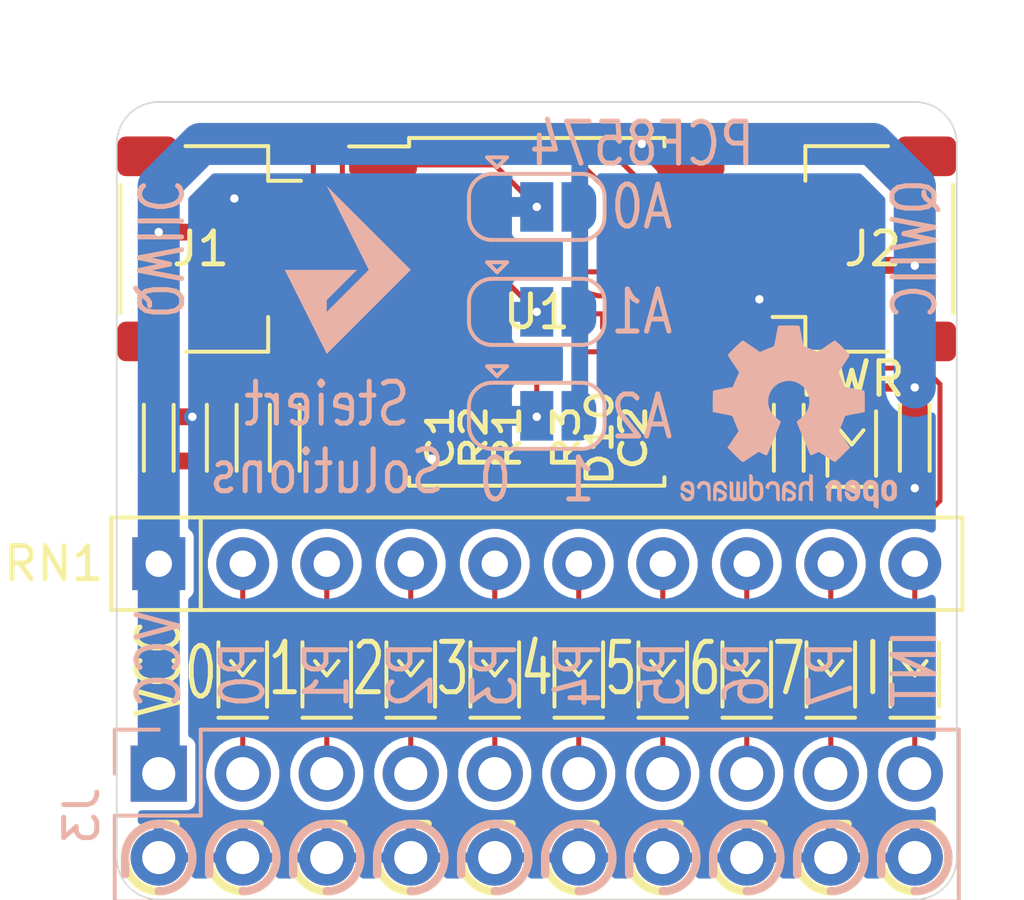
<source format=kicad_pcb>
(kicad_pcb (version 20171130) (host pcbnew 5.1.6-c6e7f7d~86~ubuntu16.04.1)

  (general
    (thickness 1.6)
    (drawings 78)
    (tracks 161)
    (zones 0)
    (modules 25)
    (nets 28)
  )

  (page A4)
  (layers
    (0 F.Cu signal)
    (31 B.Cu signal hide)
    (32 B.Adhes user hide)
    (33 F.Adhes user hide)
    (34 B.Paste user hide)
    (35 F.Paste user)
    (36 B.SilkS user hide)
    (37 F.SilkS user)
    (38 B.Mask user hide)
    (39 F.Mask user)
    (40 Dwgs.User user hide)
    (41 Cmts.User user hide)
    (42 Eco1.User user hide)
    (43 Eco2.User user hide)
    (44 Edge.Cuts user)
    (45 Margin user hide)
    (46 B.CrtYd user hide)
    (47 F.CrtYd user)
    (48 B.Fab user hide)
    (49 F.Fab user)
  )

  (setup
    (last_trace_width 0.1524)
    (user_trace_width 0.1524)
    (user_trace_width 0.254)
    (user_trace_width 0.508)
    (user_trace_width 0.762)
    (user_trace_width 1.27)
    (trace_clearance 0.127)
    (zone_clearance 0.254)
    (zone_45_only no)
    (trace_min 0.127)
    (via_size 0.508)
    (via_drill 0.254)
    (via_min_size 0.508)
    (via_min_drill 0.254)
    (user_via 0.508 0.254)
    (uvia_size 0.254)
    (uvia_drill 0.127)
    (uvias_allowed no)
    (uvia_min_size 0.254)
    (uvia_min_drill 0.1016)
    (edge_width 0.05)
    (segment_width 0.2)
    (pcb_text_width 0.3)
    (pcb_text_size 1.5 1.5)
    (mod_edge_width 0.12)
    (mod_text_size 1 1)
    (mod_text_width 0.15)
    (pad_size 1.524 1.524)
    (pad_drill 0.762)
    (pad_to_mask_clearance 0.05)
    (aux_axis_origin 0 0)
    (visible_elements FFFFFF7F)
    (pcbplotparams
      (layerselection 0x010fc_ffffffff)
      (usegerberextensions false)
      (usegerberattributes true)
      (usegerberadvancedattributes true)
      (creategerberjobfile true)
      (excludeedgelayer true)
      (linewidth 0.100000)
      (plotframeref false)
      (viasonmask false)
      (mode 1)
      (useauxorigin false)
      (hpglpennumber 1)
      (hpglpenspeed 20)
      (hpglpendiameter 15.000000)
      (psnegative false)
      (psa4output false)
      (plotreference true)
      (plotvalue true)
      (plotinvisibletext false)
      (padsonsilk false)
      (subtractmaskfromsilk false)
      (outputformat 1)
      (mirror false)
      (drillshape 1)
      (scaleselection 1)
      (outputdirectory ""))
  )

  (net 0 "")
  (net 1 GND)
  (net 2 "Net-(D1-Pad1)")
  (net 3 "Net-(D2-Pad1)")
  (net 4 "Net-(D3-Pad1)")
  (net 5 "Net-(D4-Pad1)")
  (net 6 "Net-(D5-Pad1)")
  (net 7 "Net-(D6-Pad1)")
  (net 8 "Net-(D7-Pad1)")
  (net 9 "Net-(D8-Pad1)")
  (net 10 "Net-(D9-Pad1)")
  (net 11 "Net-(JP1-Pad2)")
  (net 12 "Net-(JP2-Pad2)")
  (net 13 "Net-(JP3-Pad2)")
  (net 14 "Net-(J1-Pad4)")
  (net 15 "Net-(J1-Pad3)")
  (net 16 /VCC)
  (net 17 "Net-(D1-Pad2)")
  (net 18 "Net-(D2-Pad2)")
  (net 19 "Net-(D3-Pad2)")
  (net 20 "Net-(D4-Pad2)")
  (net 21 "Net-(D5-Pad2)")
  (net 22 "Net-(D6-Pad2)")
  (net 23 "Net-(D7-Pad2)")
  (net 24 "Net-(D8-Pad2)")
  (net 25 "Net-(D9-Pad2)")
  (net 26 "Net-(GS1-Pad1)")
  (net 27 "Net-(D10-Pad2)")

  (net_class Default "This is the default net class."
    (clearance 0.127)
    (trace_width 0.1524)
    (via_dia 0.508)
    (via_drill 0.254)
    (uvia_dia 0.254)
    (uvia_drill 0.127)
    (diff_pair_width 0.2032)
    (diff_pair_gap 0.4064)
    (add_net /VCC)
    (add_net GND)
    (add_net "Net-(D1-Pad1)")
    (add_net "Net-(D1-Pad2)")
    (add_net "Net-(D10-Pad2)")
    (add_net "Net-(D2-Pad1)")
    (add_net "Net-(D2-Pad2)")
    (add_net "Net-(D3-Pad1)")
    (add_net "Net-(D3-Pad2)")
    (add_net "Net-(D4-Pad1)")
    (add_net "Net-(D4-Pad2)")
    (add_net "Net-(D5-Pad1)")
    (add_net "Net-(D5-Pad2)")
    (add_net "Net-(D6-Pad1)")
    (add_net "Net-(D6-Pad2)")
    (add_net "Net-(D7-Pad1)")
    (add_net "Net-(D7-Pad2)")
    (add_net "Net-(D8-Pad1)")
    (add_net "Net-(D8-Pad2)")
    (add_net "Net-(D9-Pad1)")
    (add_net "Net-(D9-Pad2)")
    (add_net "Net-(GS1-Pad1)")
    (add_net "Net-(J1-Pad3)")
    (add_net "Net-(J1-Pad4)")
    (add_net "Net-(JP1-Pad2)")
    (add_net "Net-(JP2-Pad2)")
    (add_net "Net-(JP3-Pad2)")
  )

  (module footprint:C0603 (layer F.Cu) (tedit 5D4F8312) (tstamp 5EF42F64)
    (at 160.02 105.41 270)
    (descr "Capacitor SMD 0603 (1608 Metric), square (rectangular) end terminal, IPC_7351 nominal, (Body size source: http://www.tortai-tech.com/upload/download/2011102023233369053.pdf), generated with kicad-footprint-generator")
    (tags capacitor)
    (path /5F263A35)
    (attr smd)
    (fp_text reference R3 (at 0 6.731 90) (layer F.SilkS)
      (effects (font (size 0.762 1) (thickness 0.15)))
    )
    (fp_text value 3.3k (at 0 1.43 90) (layer F.Fab)
      (effects (font (size 1 1) (thickness 0.15)))
    )
    (fp_text user %R (at 0 0 90) (layer F.Fab)
      (effects (font (size 0.4 0.4) (thickness 0.06)))
    )
    (fp_line (start 1.2 0.6) (end -1.2 0.6) (layer F.CrtYd) (width 0.05))
    (fp_line (start 1.2 -0.6) (end 1.2 0.6) (layer F.CrtYd) (width 0.05))
    (fp_line (start -1.2 -0.6) (end 1.2 -0.6) (layer F.CrtYd) (width 0.05))
    (fp_line (start -1.2 0.6) (end -1.2 -0.6) (layer F.CrtYd) (width 0.05))
    (fp_line (start -1 0.45) (end 1 0.45) (layer F.SilkS) (width 0.12))
    (fp_line (start -1 -0.45) (end 1 -0.45) (layer F.SilkS) (width 0.12))
    (fp_line (start 0.8 0.4) (end -0.8 0.4) (layer F.Fab) (width 0.1))
    (fp_line (start 0.8 -0.4) (end 0.8 0.4) (layer F.Fab) (width 0.1))
    (fp_line (start -0.8 -0.4) (end 0.8 -0.4) (layer F.Fab) (width 0.1))
    (fp_line (start -0.8 0.4) (end -0.8 -0.4) (layer F.Fab) (width 0.1))
    (pad 2 smd roundrect (at 0.7 0 270) (size 0.7 0.8) (layers F.Cu F.Paste F.Mask) (roundrect_rratio 0.25)
      (net 27 "Net-(D10-Pad2)"))
    (pad 1 smd roundrect (at -0.7 0 270) (size 0.7 0.8) (layers F.Cu F.Paste F.Mask) (roundrect_rratio 0.25)
      (net 16 /VCC))
    (model ${KISYS3DMOD}/Capacitor_SMD.3dshapes/C_0603_1608Metric.wrl
      (at (xyz 0 0 0))
      (scale (xyz 1 1 1))
      (rotate (xyz 0 0 0))
    )
  )

  (module footprint:LED_0603_1608Metric (layer F.Cu) (tedit 5E9D0BDC) (tstamp 5EF42D9F)
    (at 161.925 105.41 90)
    (descr "LED SMD 0603 (1608 Metric), square (rectangular) end terminal, IPC_7351 nominal, (Body size source: http://www.tortai-tech.com/upload/download/2011102023233369053.pdf), generated with kicad-footprint-generator")
    (tags diode)
    (path /5F266C25)
    (attr smd)
    (fp_text reference D10 (at 0 -7.62 90) (layer F.SilkS)
      (effects (font (size 0.762 1) (thickness 0.15)))
    )
    (fp_text value LED (at 0 1.43 90) (layer F.Fab)
      (effects (font (size 1 1) (thickness 0.15)))
    )
    (fp_text user %R (at 0 0 90) (layer F.Fab)
      (effects (font (size 0.4 0.4) (thickness 0.06)))
    )
    (fp_line (start 0.8 -0.4) (end -0.5 -0.4) (layer F.Fab) (width 0.1))
    (fp_line (start -0.5 -0.4) (end -0.8 -0.1) (layer F.Fab) (width 0.1))
    (fp_line (start -0.8 -0.1) (end -0.8 0.4) (layer F.Fab) (width 0.1))
    (fp_line (start -0.8 0.4) (end 0.8 0.4) (layer F.Fab) (width 0.1))
    (fp_line (start 0.8 0.4) (end 0.8 -0.4) (layer F.Fab) (width 0.1))
    (fp_line (start 0.8 -0.735) (end -1.15 -0.735) (layer F.SilkS) (width 0.12))
    (fp_line (start -1.485 -0.735) (end -1.485 0.735) (layer F.SilkS) (width 0.12))
    (fp_line (start -1.15 0.735) (end 0.8 0.735) (layer F.SilkS) (width 0.12))
    (fp_line (start -1.48 0.73) (end -1.48 -0.73) (layer F.CrtYd) (width 0.05))
    (fp_line (start -1.48 -0.73) (end 1.48 -0.73) (layer F.CrtYd) (width 0.05))
    (fp_line (start 1.48 -0.73) (end 1.48 0.73) (layer F.CrtYd) (width 0.05))
    (fp_line (start 1.48 0.73) (end -1.48 0.73) (layer F.CrtYd) (width 0.05))
    (fp_line (start 0.2286 -0.3556) (end -0.2032 0) (layer F.SilkS) (width 0.12))
    (fp_line (start -0.2032 0) (end 0.2286 0.3556) (layer F.SilkS) (width 0.12))
    (pad 2 smd roundrect (at 0.7875 0 90) (size 0.875 0.95) (layers F.Cu F.Paste F.Mask) (roundrect_rratio 0.25)
      (net 27 "Net-(D10-Pad2)"))
    (pad 1 smd roundrect (at -0.7875 0 90) (size 0.875 0.95) (layers F.Cu F.Paste F.Mask) (roundrect_rratio 0.25)
      (net 1 GND))
    (model ${KISYS3DMOD}/LED_SMD.3dshapes/LED_0603_1608Metric.wrl
      (at (xyz 0 0 0))
      (scale (xyz 1 1 1))
      (rotate (xyz 0 0 0))
    )
  )

  (module Symbol:OSHW-Logo2_7.3x6mm_SilkScreen (layer B.Cu) (tedit 0) (tstamp 5EF42204)
    (at 160.02 104.775 180)
    (descr "Open Source Hardware Symbol")
    (tags "Logo Symbol OSHW")
    (path /5F04BE7F)
    (attr virtual)
    (fp_text reference LOGO1 (at 0 0) (layer B.SilkS) hide
      (effects (font (size 1 1) (thickness 0.15)) (justify mirror))
    )
    (fp_text value OSHW-LOGOS (at 0.75 0) (layer B.Fab) hide
      (effects (font (size 1 1) (thickness 0.15)) (justify mirror))
    )
    (fp_poly (pts (xy -2.400256 -1.919918) (xy -2.344799 -1.947568) (xy -2.295852 -1.99848) (xy -2.282371 -2.017338)
      (xy -2.267686 -2.042015) (xy -2.258158 -2.068816) (xy -2.252707 -2.104587) (xy -2.250253 -2.156169)
      (xy -2.249714 -2.224267) (xy -2.252148 -2.317588) (xy -2.260606 -2.387657) (xy -2.276826 -2.439931)
      (xy -2.302546 -2.479869) (xy -2.339503 -2.512929) (xy -2.342218 -2.514886) (xy -2.37864 -2.534908)
      (xy -2.422498 -2.544815) (xy -2.478276 -2.547257) (xy -2.568952 -2.547257) (xy -2.56899 -2.635283)
      (xy -2.569834 -2.684308) (xy -2.574976 -2.713065) (xy -2.588413 -2.730311) (xy -2.614142 -2.744808)
      (xy -2.620321 -2.747769) (xy -2.649236 -2.761648) (xy -2.671624 -2.770414) (xy -2.688271 -2.771171)
      (xy -2.699964 -2.761023) (xy -2.70749 -2.737073) (xy -2.711634 -2.696426) (xy -2.713185 -2.636186)
      (xy -2.712929 -2.553455) (xy -2.711651 -2.445339) (xy -2.711252 -2.413) (xy -2.709815 -2.301524)
      (xy -2.708528 -2.228603) (xy -2.569029 -2.228603) (xy -2.568245 -2.290499) (xy -2.56476 -2.330997)
      (xy -2.556876 -2.357708) (xy -2.542895 -2.378244) (xy -2.533403 -2.38826) (xy -2.494596 -2.417567)
      (xy -2.460237 -2.419952) (xy -2.424784 -2.39575) (xy -2.423886 -2.394857) (xy -2.409461 -2.376153)
      (xy -2.400687 -2.350732) (xy -2.396261 -2.311584) (xy -2.394882 -2.251697) (xy -2.394857 -2.23843)
      (xy -2.398188 -2.155901) (xy -2.409031 -2.098691) (xy -2.42866 -2.063766) (xy -2.45835 -2.048094)
      (xy -2.475509 -2.046514) (xy -2.516234 -2.053926) (xy -2.544168 -2.07833) (xy -2.560983 -2.12298)
      (xy -2.56835 -2.19113) (xy -2.569029 -2.228603) (xy -2.708528 -2.228603) (xy -2.708292 -2.215245)
      (xy -2.706323 -2.150333) (xy -2.70355 -2.102958) (xy -2.699612 -2.06929) (xy -2.694151 -2.045498)
      (xy -2.686808 -2.027753) (xy -2.677223 -2.012224) (xy -2.673113 -2.006381) (xy -2.618595 -1.951185)
      (xy -2.549664 -1.91989) (xy -2.469928 -1.911165) (xy -2.400256 -1.919918)) (layer B.SilkS) (width 0.01))
    (fp_poly (pts (xy -1.283907 -1.92778) (xy -1.237328 -1.954723) (xy -1.204943 -1.981466) (xy -1.181258 -2.009484)
      (xy -1.164941 -2.043748) (xy -1.154661 -2.089227) (xy -1.149086 -2.150892) (xy -1.146884 -2.233711)
      (xy -1.146629 -2.293246) (xy -1.146629 -2.512391) (xy -1.208314 -2.540044) (xy -1.27 -2.567697)
      (xy -1.277257 -2.32767) (xy -1.280256 -2.238028) (xy -1.283402 -2.172962) (xy -1.287299 -2.128026)
      (xy -1.292553 -2.09877) (xy -1.299769 -2.080748) (xy -1.30955 -2.069511) (xy -1.312688 -2.067079)
      (xy -1.360239 -2.048083) (xy -1.408303 -2.0556) (xy -1.436914 -2.075543) (xy -1.448553 -2.089675)
      (xy -1.456609 -2.10822) (xy -1.461729 -2.136334) (xy -1.464559 -2.179173) (xy -1.465744 -2.241895)
      (xy -1.465943 -2.307261) (xy -1.465982 -2.389268) (xy -1.467386 -2.447316) (xy -1.472086 -2.486465)
      (xy -1.482013 -2.51178) (xy -1.499097 -2.528323) (xy -1.525268 -2.541156) (xy -1.560225 -2.554491)
      (xy -1.598404 -2.569007) (xy -1.593859 -2.311389) (xy -1.592029 -2.218519) (xy -1.589888 -2.149889)
      (xy -1.586819 -2.100711) (xy -1.582206 -2.066198) (xy -1.575432 -2.041562) (xy -1.565881 -2.022016)
      (xy -1.554366 -2.00477) (xy -1.49881 -1.94968) (xy -1.43102 -1.917822) (xy -1.357287 -1.910191)
      (xy -1.283907 -1.92778)) (layer B.SilkS) (width 0.01))
    (fp_poly (pts (xy -2.958885 -1.921962) (xy -2.890855 -1.957733) (xy -2.840649 -2.015301) (xy -2.822815 -2.052312)
      (xy -2.808937 -2.107882) (xy -2.801833 -2.178096) (xy -2.80116 -2.254727) (xy -2.806573 -2.329552)
      (xy -2.81773 -2.394342) (xy -2.834286 -2.440873) (xy -2.839374 -2.448887) (xy -2.899645 -2.508707)
      (xy -2.971231 -2.544535) (xy -3.048908 -2.55502) (xy -3.127452 -2.53881) (xy -3.149311 -2.529092)
      (xy -3.191878 -2.499143) (xy -3.229237 -2.459433) (xy -3.232768 -2.454397) (xy -3.247119 -2.430124)
      (xy -3.256606 -2.404178) (xy -3.26221 -2.370022) (xy -3.264914 -2.321119) (xy -3.265701 -2.250935)
      (xy -3.265714 -2.2352) (xy -3.265678 -2.230192) (xy -3.120571 -2.230192) (xy -3.119727 -2.29643)
      (xy -3.116404 -2.340386) (xy -3.109417 -2.368779) (xy -3.097584 -2.388325) (xy -3.091543 -2.394857)
      (xy -3.056814 -2.41968) (xy -3.023097 -2.418548) (xy -2.989005 -2.397016) (xy -2.968671 -2.374029)
      (xy -2.956629 -2.340478) (xy -2.949866 -2.287569) (xy -2.949402 -2.281399) (xy -2.948248 -2.185513)
      (xy -2.960312 -2.114299) (xy -2.98543 -2.068194) (xy -3.02344 -2.047635) (xy -3.037008 -2.046514)
      (xy -3.072636 -2.052152) (xy -3.097006 -2.071686) (xy -3.111907 -2.109042) (xy -3.119125 -2.16815)
      (xy -3.120571 -2.230192) (xy -3.265678 -2.230192) (xy -3.265174 -2.160413) (xy -3.262904 -2.108159)
      (xy -3.257932 -2.071949) (xy -3.249287 -2.045299) (xy -3.235995 -2.021722) (xy -3.233057 -2.017338)
      (xy -3.183687 -1.958249) (xy -3.129891 -1.923947) (xy -3.064398 -1.910331) (xy -3.042158 -1.909665)
      (xy -2.958885 -1.921962)) (layer B.SilkS) (width 0.01))
    (fp_poly (pts (xy -1.831697 -1.931239) (xy -1.774473 -1.969735) (xy -1.730251 -2.025335) (xy -1.703833 -2.096086)
      (xy -1.69849 -2.148162) (xy -1.699097 -2.169893) (xy -1.704178 -2.186531) (xy -1.718145 -2.201437)
      (xy -1.745411 -2.217973) (xy -1.790388 -2.239498) (xy -1.857489 -2.269374) (xy -1.857829 -2.269524)
      (xy -1.919593 -2.297813) (xy -1.970241 -2.322933) (xy -2.004596 -2.342179) (xy -2.017482 -2.352848)
      (xy -2.017486 -2.352934) (xy -2.006128 -2.376166) (xy -1.979569 -2.401774) (xy -1.949077 -2.420221)
      (xy -1.93363 -2.423886) (xy -1.891485 -2.411212) (xy -1.855192 -2.379471) (xy -1.837483 -2.344572)
      (xy -1.820448 -2.318845) (xy -1.787078 -2.289546) (xy -1.747851 -2.264235) (xy -1.713244 -2.250471)
      (xy -1.706007 -2.249714) (xy -1.697861 -2.26216) (xy -1.69737 -2.293972) (xy -1.703357 -2.336866)
      (xy -1.714643 -2.382558) (xy -1.73005 -2.422761) (xy -1.730829 -2.424322) (xy -1.777196 -2.489062)
      (xy -1.837289 -2.533097) (xy -1.905535 -2.554711) (xy -1.976362 -2.552185) (xy -2.044196 -2.523804)
      (xy -2.047212 -2.521808) (xy -2.100573 -2.473448) (xy -2.13566 -2.410352) (xy -2.155078 -2.327387)
      (xy -2.157684 -2.304078) (xy -2.162299 -2.194055) (xy -2.156767 -2.142748) (xy -2.017486 -2.142748)
      (xy -2.015676 -2.174753) (xy -2.005778 -2.184093) (xy -1.981102 -2.177105) (xy -1.942205 -2.160587)
      (xy -1.898725 -2.139881) (xy -1.897644 -2.139333) (xy -1.860791 -2.119949) (xy -1.846 -2.107013)
      (xy -1.849647 -2.093451) (xy -1.865005 -2.075632) (xy -1.904077 -2.049845) (xy -1.946154 -2.04795)
      (xy -1.983897 -2.066717) (xy -2.009966 -2.102915) (xy -2.017486 -2.142748) (xy -2.156767 -2.142748)
      (xy -2.152806 -2.106027) (xy -2.12845 -2.036212) (xy -2.094544 -1.987302) (xy -2.033347 -1.937878)
      (xy -1.965937 -1.913359) (xy -1.89712 -1.911797) (xy -1.831697 -1.931239)) (layer B.SilkS) (width 0.01))
    (fp_poly (pts (xy -0.624114 -1.851289) (xy -0.619861 -1.910613) (xy -0.614975 -1.945572) (xy -0.608205 -1.96082)
      (xy -0.598298 -1.961015) (xy -0.595086 -1.959195) (xy -0.552356 -1.946015) (xy -0.496773 -1.946785)
      (xy -0.440263 -1.960333) (xy -0.404918 -1.977861) (xy -0.368679 -2.005861) (xy -0.342187 -2.037549)
      (xy -0.324001 -2.077813) (xy -0.312678 -2.131543) (xy -0.306778 -2.203626) (xy -0.304857 -2.298951)
      (xy -0.304823 -2.317237) (xy -0.3048 -2.522646) (xy -0.350509 -2.53858) (xy -0.382973 -2.54942)
      (xy -0.400785 -2.554468) (xy -0.401309 -2.554514) (xy -0.403063 -2.540828) (xy -0.404556 -2.503076)
      (xy -0.405674 -2.446224) (xy -0.406303 -2.375234) (xy -0.4064 -2.332073) (xy -0.406602 -2.246973)
      (xy -0.407642 -2.185981) (xy -0.410169 -2.144177) (xy -0.414836 -2.116642) (xy -0.422293 -2.098456)
      (xy -0.433189 -2.084698) (xy -0.439993 -2.078073) (xy -0.486728 -2.051375) (xy -0.537728 -2.049375)
      (xy -0.583999 -2.071955) (xy -0.592556 -2.080107) (xy -0.605107 -2.095436) (xy -0.613812 -2.113618)
      (xy -0.619369 -2.139909) (xy -0.622474 -2.179562) (xy -0.623824 -2.237832) (xy -0.624114 -2.318173)
      (xy -0.624114 -2.522646) (xy -0.669823 -2.53858) (xy -0.702287 -2.54942) (xy -0.720099 -2.554468)
      (xy -0.720623 -2.554514) (xy -0.721963 -2.540623) (xy -0.723172 -2.501439) (xy -0.724199 -2.4407)
      (xy -0.724998 -2.362141) (xy -0.725519 -2.269498) (xy -0.725714 -2.166509) (xy -0.725714 -1.769342)
      (xy -0.678543 -1.749444) (xy -0.631371 -1.729547) (xy -0.624114 -1.851289)) (layer B.SilkS) (width 0.01))
    (fp_poly (pts (xy 0.039744 -1.950968) (xy 0.096616 -1.972087) (xy 0.097267 -1.972493) (xy 0.13244 -1.99838)
      (xy 0.158407 -2.028633) (xy 0.17667 -2.068058) (xy 0.188732 -2.121462) (xy 0.196096 -2.193651)
      (xy 0.200264 -2.289432) (xy 0.200629 -2.303078) (xy 0.205876 -2.508842) (xy 0.161716 -2.531678)
      (xy 0.129763 -2.54711) (xy 0.11047 -2.554423) (xy 0.109578 -2.554514) (xy 0.106239 -2.541022)
      (xy 0.103587 -2.504626) (xy 0.101956 -2.451452) (xy 0.1016 -2.408393) (xy 0.101592 -2.338641)
      (xy 0.098403 -2.294837) (xy 0.087288 -2.273944) (xy 0.063501 -2.272925) (xy 0.022296 -2.288741)
      (xy -0.039914 -2.317815) (xy -0.085659 -2.341963) (xy -0.109187 -2.362913) (xy -0.116104 -2.385747)
      (xy -0.116114 -2.386877) (xy -0.104701 -2.426212) (xy -0.070908 -2.447462) (xy -0.019191 -2.450539)
      (xy 0.018061 -2.450006) (xy 0.037703 -2.460735) (xy 0.049952 -2.486505) (xy 0.057002 -2.519337)
      (xy 0.046842 -2.537966) (xy 0.043017 -2.540632) (xy 0.007001 -2.55134) (xy -0.043434 -2.552856)
      (xy -0.095374 -2.545759) (xy -0.132178 -2.532788) (xy -0.183062 -2.489585) (xy -0.211986 -2.429446)
      (xy -0.217714 -2.382462) (xy -0.213343 -2.340082) (xy -0.197525 -2.305488) (xy -0.166203 -2.274763)
      (xy -0.115322 -2.24399) (xy -0.040824 -2.209252) (xy -0.036286 -2.207288) (xy 0.030821 -2.176287)
      (xy 0.072232 -2.150862) (xy 0.089981 -2.128014) (xy 0.086107 -2.104745) (xy 0.062643 -2.078056)
      (xy 0.055627 -2.071914) (xy 0.00863 -2.0481) (xy -0.040067 -2.049103) (xy -0.082478 -2.072451)
      (xy -0.110616 -2.115675) (xy -0.113231 -2.12416) (xy -0.138692 -2.165308) (xy -0.170999 -2.185128)
      (xy -0.217714 -2.20477) (xy -0.217714 -2.15395) (xy -0.203504 -2.080082) (xy -0.161325 -2.012327)
      (xy -0.139376 -1.989661) (xy -0.089483 -1.960569) (xy -0.026033 -1.9474) (xy 0.039744 -1.950968)) (layer B.SilkS) (width 0.01))
    (fp_poly (pts (xy 0.529926 -1.949755) (xy 0.595858 -1.974084) (xy 0.649273 -2.017117) (xy 0.670164 -2.047409)
      (xy 0.692939 -2.102994) (xy 0.692466 -2.143186) (xy 0.668562 -2.170217) (xy 0.659717 -2.174813)
      (xy 0.62153 -2.189144) (xy 0.602028 -2.185472) (xy 0.595422 -2.161407) (xy 0.595086 -2.148114)
      (xy 0.582992 -2.09921) (xy 0.551471 -2.064999) (xy 0.507659 -2.048476) (xy 0.458695 -2.052634)
      (xy 0.418894 -2.074227) (xy 0.40545 -2.086544) (xy 0.395921 -2.101487) (xy 0.389485 -2.124075)
      (xy 0.385317 -2.159328) (xy 0.382597 -2.212266) (xy 0.380502 -2.287907) (xy 0.37996 -2.311857)
      (xy 0.377981 -2.39379) (xy 0.375731 -2.451455) (xy 0.372357 -2.489608) (xy 0.367006 -2.513004)
      (xy 0.358824 -2.526398) (xy 0.346959 -2.534545) (xy 0.339362 -2.538144) (xy 0.307102 -2.550452)
      (xy 0.288111 -2.554514) (xy 0.281836 -2.540948) (xy 0.278006 -2.499934) (xy 0.2766 -2.430999)
      (xy 0.277598 -2.333669) (xy 0.277908 -2.318657) (xy 0.280101 -2.229859) (xy 0.282693 -2.165019)
      (xy 0.286382 -2.119067) (xy 0.291864 -2.086935) (xy 0.299835 -2.063553) (xy 0.310993 -2.043852)
      (xy 0.31683 -2.03541) (xy 0.350296 -1.998057) (xy 0.387727 -1.969003) (xy 0.392309 -1.966467)
      (xy 0.459426 -1.946443) (xy 0.529926 -1.949755)) (layer B.SilkS) (width 0.01))
    (fp_poly (pts (xy 1.190117 -2.065358) (xy 1.189933 -2.173837) (xy 1.189219 -2.257287) (xy 1.187675 -2.319704)
      (xy 1.185001 -2.365085) (xy 1.180894 -2.397429) (xy 1.175055 -2.420733) (xy 1.167182 -2.438995)
      (xy 1.161221 -2.449418) (xy 1.111855 -2.505945) (xy 1.049264 -2.541377) (xy 0.980013 -2.55409)
      (xy 0.910668 -2.542463) (xy 0.869375 -2.521568) (xy 0.826025 -2.485422) (xy 0.796481 -2.441276)
      (xy 0.778655 -2.383462) (xy 0.770463 -2.306313) (xy 0.769302 -2.249714) (xy 0.769458 -2.245647)
      (xy 0.870857 -2.245647) (xy 0.871476 -2.31055) (xy 0.874314 -2.353514) (xy 0.88084 -2.381622)
      (xy 0.892523 -2.401953) (xy 0.906483 -2.417288) (xy 0.953365 -2.44689) (xy 1.003701 -2.449419)
      (xy 1.051276 -2.424705) (xy 1.054979 -2.421356) (xy 1.070783 -2.403935) (xy 1.080693 -2.383209)
      (xy 1.086058 -2.352362) (xy 1.088228 -2.304577) (xy 1.088571 -2.251748) (xy 1.087827 -2.185381)
      (xy 1.084748 -2.141106) (xy 1.078061 -2.112009) (xy 1.066496 -2.091173) (xy 1.057013 -2.080107)
      (xy 1.01296 -2.052198) (xy 0.962224 -2.048843) (xy 0.913796 -2.070159) (xy 0.90445 -2.078073)
      (xy 0.88854 -2.095647) (xy 0.87861 -2.116587) (xy 0.873278 -2.147782) (xy 0.871163 -2.196122)
      (xy 0.870857 -2.245647) (xy 0.769458 -2.245647) (xy 0.77281 -2.158568) (xy 0.784726 -2.090086)
      (xy 0.807135 -2.0386) (xy 0.842124 -1.998443) (xy 0.869375 -1.977861) (xy 0.918907 -1.955625)
      (xy 0.976316 -1.945304) (xy 1.029682 -1.948067) (xy 1.059543 -1.959212) (xy 1.071261 -1.962383)
      (xy 1.079037 -1.950557) (xy 1.084465 -1.918866) (xy 1.088571 -1.870593) (xy 1.093067 -1.816829)
      (xy 1.099313 -1.784482) (xy 1.110676 -1.765985) (xy 1.130528 -1.75377) (xy 1.143 -1.748362)
      (xy 1.190171 -1.728601) (xy 1.190117 -2.065358)) (layer B.SilkS) (width 0.01))
    (fp_poly (pts (xy 1.779833 -1.958663) (xy 1.782048 -1.99685) (xy 1.783784 -2.054886) (xy 1.784899 -2.12818)
      (xy 1.785257 -2.205055) (xy 1.785257 -2.465196) (xy 1.739326 -2.511127) (xy 1.707675 -2.539429)
      (xy 1.67989 -2.550893) (xy 1.641915 -2.550168) (xy 1.62684 -2.548321) (xy 1.579726 -2.542948)
      (xy 1.540756 -2.539869) (xy 1.531257 -2.539585) (xy 1.499233 -2.541445) (xy 1.453432 -2.546114)
      (xy 1.435674 -2.548321) (xy 1.392057 -2.551735) (xy 1.362745 -2.54432) (xy 1.33368 -2.521427)
      (xy 1.323188 -2.511127) (xy 1.277257 -2.465196) (xy 1.277257 -1.978602) (xy 1.314226 -1.961758)
      (xy 1.346059 -1.949282) (xy 1.364683 -1.944914) (xy 1.369458 -1.958718) (xy 1.373921 -1.997286)
      (xy 1.377775 -2.056356) (xy 1.380722 -2.131663) (xy 1.382143 -2.195286) (xy 1.386114 -2.445657)
      (xy 1.420759 -2.450556) (xy 1.452268 -2.447131) (xy 1.467708 -2.436041) (xy 1.472023 -2.415308)
      (xy 1.475708 -2.371145) (xy 1.478469 -2.309146) (xy 1.480012 -2.234909) (xy 1.480235 -2.196706)
      (xy 1.480457 -1.976783) (xy 1.526166 -1.960849) (xy 1.558518 -1.950015) (xy 1.576115 -1.944962)
      (xy 1.576623 -1.944914) (xy 1.578388 -1.958648) (xy 1.580329 -1.99673) (xy 1.582282 -2.054482)
      (xy 1.584084 -2.127227) (xy 1.585343 -2.195286) (xy 1.589314 -2.445657) (xy 1.6764 -2.445657)
      (xy 1.680396 -2.21724) (xy 1.684392 -1.988822) (xy 1.726847 -1.966868) (xy 1.758192 -1.951793)
      (xy 1.776744 -1.944951) (xy 1.777279 -1.944914) (xy 1.779833 -1.958663)) (layer B.SilkS) (width 0.01))
    (fp_poly (pts (xy 2.144876 -1.956335) (xy 2.186667 -1.975344) (xy 2.219469 -1.998378) (xy 2.243503 -2.024133)
      (xy 2.260097 -2.057358) (xy 2.270577 -2.1028) (xy 2.276271 -2.165207) (xy 2.278507 -2.249327)
      (xy 2.278743 -2.304721) (xy 2.278743 -2.520826) (xy 2.241774 -2.53767) (xy 2.212656 -2.549981)
      (xy 2.198231 -2.554514) (xy 2.195472 -2.541025) (xy 2.193282 -2.504653) (xy 2.191942 -2.451542)
      (xy 2.191657 -2.409372) (xy 2.190434 -2.348447) (xy 2.187136 -2.300115) (xy 2.182321 -2.270518)
      (xy 2.178496 -2.264229) (xy 2.152783 -2.270652) (xy 2.112418 -2.287125) (xy 2.065679 -2.309458)
      (xy 2.020845 -2.333457) (xy 1.986193 -2.35493) (xy 1.970002 -2.369685) (xy 1.969938 -2.369845)
      (xy 1.97133 -2.397152) (xy 1.983818 -2.423219) (xy 2.005743 -2.444392) (xy 2.037743 -2.451474)
      (xy 2.065092 -2.450649) (xy 2.103826 -2.450042) (xy 2.124158 -2.459116) (xy 2.136369 -2.483092)
      (xy 2.137909 -2.487613) (xy 2.143203 -2.521806) (xy 2.129047 -2.542568) (xy 2.092148 -2.552462)
      (xy 2.052289 -2.554292) (xy 1.980562 -2.540727) (xy 1.943432 -2.521355) (xy 1.897576 -2.475845)
      (xy 1.873256 -2.419983) (xy 1.871073 -2.360957) (xy 1.891629 -2.305953) (xy 1.922549 -2.271486)
      (xy 1.95342 -2.252189) (xy 2.001942 -2.227759) (xy 2.058485 -2.202985) (xy 2.06791 -2.199199)
      (xy 2.130019 -2.171791) (xy 2.165822 -2.147634) (xy 2.177337 -2.123619) (xy 2.16658 -2.096635)
      (xy 2.148114 -2.075543) (xy 2.104469 -2.049572) (xy 2.056446 -2.047624) (xy 2.012406 -2.067637)
      (xy 1.980709 -2.107551) (xy 1.976549 -2.117848) (xy 1.952327 -2.155724) (xy 1.916965 -2.183842)
      (xy 1.872343 -2.206917) (xy 1.872343 -2.141485) (xy 1.874969 -2.101506) (xy 1.88623 -2.069997)
      (xy 1.911199 -2.036378) (xy 1.935169 -2.010484) (xy 1.972441 -1.973817) (xy 2.001401 -1.954121)
      (xy 2.032505 -1.94622) (xy 2.067713 -1.944914) (xy 2.144876 -1.956335)) (layer B.SilkS) (width 0.01))
    (fp_poly (pts (xy 2.6526 -1.958752) (xy 2.669948 -1.966334) (xy 2.711356 -1.999128) (xy 2.746765 -2.046547)
      (xy 2.768664 -2.097151) (xy 2.772229 -2.122098) (xy 2.760279 -2.156927) (xy 2.734067 -2.175357)
      (xy 2.705964 -2.186516) (xy 2.693095 -2.188572) (xy 2.686829 -2.173649) (xy 2.674456 -2.141175)
      (xy 2.669028 -2.126502) (xy 2.63859 -2.075744) (xy 2.59452 -2.050427) (xy 2.53801 -2.051206)
      (xy 2.533825 -2.052203) (xy 2.503655 -2.066507) (xy 2.481476 -2.094393) (xy 2.466327 -2.139287)
      (xy 2.45725 -2.204615) (xy 2.453286 -2.293804) (xy 2.452914 -2.341261) (xy 2.45273 -2.416071)
      (xy 2.451522 -2.467069) (xy 2.448309 -2.499471) (xy 2.442109 -2.518495) (xy 2.43194 -2.529356)
      (xy 2.416819 -2.537272) (xy 2.415946 -2.53767) (xy 2.386828 -2.549981) (xy 2.372403 -2.554514)
      (xy 2.370186 -2.540809) (xy 2.368289 -2.502925) (xy 2.366847 -2.445715) (xy 2.365998 -2.374027)
      (xy 2.365829 -2.321565) (xy 2.366692 -2.220047) (xy 2.37007 -2.143032) (xy 2.377142 -2.086023)
      (xy 2.389088 -2.044526) (xy 2.40709 -2.014043) (xy 2.432327 -1.99008) (xy 2.457247 -1.973355)
      (xy 2.517171 -1.951097) (xy 2.586911 -1.946076) (xy 2.6526 -1.958752)) (layer B.SilkS) (width 0.01))
    (fp_poly (pts (xy 3.153595 -1.966966) (xy 3.211021 -2.004497) (xy 3.238719 -2.038096) (xy 3.260662 -2.099064)
      (xy 3.262405 -2.147308) (xy 3.258457 -2.211816) (xy 3.109686 -2.276934) (xy 3.037349 -2.310202)
      (xy 2.990084 -2.336964) (xy 2.965507 -2.360144) (xy 2.961237 -2.382667) (xy 2.974889 -2.407455)
      (xy 2.989943 -2.423886) (xy 3.033746 -2.450235) (xy 3.081389 -2.452081) (xy 3.125145 -2.431546)
      (xy 3.157289 -2.390752) (xy 3.163038 -2.376347) (xy 3.190576 -2.331356) (xy 3.222258 -2.312182)
      (xy 3.265714 -2.295779) (xy 3.265714 -2.357966) (xy 3.261872 -2.400283) (xy 3.246823 -2.435969)
      (xy 3.21528 -2.476943) (xy 3.210592 -2.482267) (xy 3.175506 -2.51872) (xy 3.145347 -2.538283)
      (xy 3.107615 -2.547283) (xy 3.076335 -2.55023) (xy 3.020385 -2.550965) (xy 2.980555 -2.54166)
      (xy 2.955708 -2.527846) (xy 2.916656 -2.497467) (xy 2.889625 -2.464613) (xy 2.872517 -2.423294)
      (xy 2.863238 -2.367521) (xy 2.859693 -2.291305) (xy 2.85941 -2.252622) (xy 2.860372 -2.206247)
      (xy 2.948007 -2.206247) (xy 2.949023 -2.231126) (xy 2.951556 -2.2352) (xy 2.968274 -2.229665)
      (xy 3.004249 -2.215017) (xy 3.052331 -2.19419) (xy 3.062386 -2.189714) (xy 3.123152 -2.158814)
      (xy 3.156632 -2.131657) (xy 3.16399 -2.10622) (xy 3.146391 -2.080481) (xy 3.131856 -2.069109)
      (xy 3.07941 -2.046364) (xy 3.030322 -2.050122) (xy 2.989227 -2.077884) (xy 2.960758 -2.127152)
      (xy 2.951631 -2.166257) (xy 2.948007 -2.206247) (xy 2.860372 -2.206247) (xy 2.861285 -2.162249)
      (xy 2.868196 -2.095384) (xy 2.881884 -2.046695) (xy 2.904096 -2.010849) (xy 2.936574 -1.982513)
      (xy 2.950733 -1.973355) (xy 3.015053 -1.949507) (xy 3.085473 -1.948006) (xy 3.153595 -1.966966)) (layer B.SilkS) (width 0.01))
    (fp_poly (pts (xy 0.10391 2.757652) (xy 0.182454 2.757222) (xy 0.239298 2.756058) (xy 0.278105 2.753793)
      (xy 0.302538 2.75006) (xy 0.316262 2.744494) (xy 0.32294 2.736727) (xy 0.326236 2.726395)
      (xy 0.326556 2.725057) (xy 0.331562 2.700921) (xy 0.340829 2.653299) (xy 0.353392 2.587259)
      (xy 0.368287 2.507872) (xy 0.384551 2.420204) (xy 0.385119 2.417125) (xy 0.40141 2.331211)
      (xy 0.416652 2.255304) (xy 0.429861 2.193955) (xy 0.440054 2.151718) (xy 0.446248 2.133145)
      (xy 0.446543 2.132816) (xy 0.464788 2.123747) (xy 0.502405 2.108633) (xy 0.551271 2.090738)
      (xy 0.551543 2.090642) (xy 0.613093 2.067507) (xy 0.685657 2.038035) (xy 0.754057 2.008403)
      (xy 0.757294 2.006938) (xy 0.868702 1.956374) (xy 1.115399 2.12484) (xy 1.191077 2.176197)
      (xy 1.259631 2.222111) (xy 1.317088 2.25997) (xy 1.359476 2.287163) (xy 1.382825 2.301079)
      (xy 1.385042 2.302111) (xy 1.40201 2.297516) (xy 1.433701 2.275345) (xy 1.481352 2.234553)
      (xy 1.546198 2.174095) (xy 1.612397 2.109773) (xy 1.676214 2.046388) (xy 1.733329 1.988549)
      (xy 1.780305 1.939825) (xy 1.813703 1.90379) (xy 1.830085 1.884016) (xy 1.830694 1.882998)
      (xy 1.832505 1.869428) (xy 1.825683 1.847267) (xy 1.80854 1.813522) (xy 1.779393 1.7652)
      (xy 1.736555 1.699308) (xy 1.679448 1.614483) (xy 1.628766 1.539823) (xy 1.583461 1.47286)
      (xy 1.54615 1.417484) (xy 1.519452 1.37758) (xy 1.505985 1.357038) (xy 1.505137 1.355644)
      (xy 1.506781 1.335962) (xy 1.519245 1.297707) (xy 1.540048 1.248111) (xy 1.547462 1.232272)
      (xy 1.579814 1.16171) (xy 1.614328 1.081647) (xy 1.642365 1.012371) (xy 1.662568 0.960955)
      (xy 1.678615 0.921881) (xy 1.687888 0.901459) (xy 1.689041 0.899886) (xy 1.706096 0.897279)
      (xy 1.746298 0.890137) (xy 1.804302 0.879477) (xy 1.874763 0.866315) (xy 1.952335 0.851667)
      (xy 2.031672 0.836551) (xy 2.107431 0.821982) (xy 2.174264 0.808978) (xy 2.226828 0.798555)
      (xy 2.259776 0.79173) (xy 2.267857 0.789801) (xy 2.276205 0.785038) (xy 2.282506 0.774282)
      (xy 2.287045 0.753902) (xy 2.290104 0.720266) (xy 2.291967 0.669745) (xy 2.292918 0.598708)
      (xy 2.29324 0.503524) (xy 2.293257 0.464508) (xy 2.293257 0.147201) (xy 2.217057 0.132161)
      (xy 2.174663 0.124005) (xy 2.1114 0.112101) (xy 2.034962 0.097884) (xy 1.953043 0.08279)
      (xy 1.9304 0.078645) (xy 1.854806 0.063947) (xy 1.788953 0.049495) (xy 1.738366 0.036625)
      (xy 1.708574 0.026678) (xy 1.703612 0.023713) (xy 1.691426 0.002717) (xy 1.673953 -0.037967)
      (xy 1.654577 -0.090322) (xy 1.650734 -0.1016) (xy 1.625339 -0.171523) (xy 1.593817 -0.250418)
      (xy 1.562969 -0.321266) (xy 1.562817 -0.321595) (xy 1.511447 -0.432733) (xy 1.680399 -0.681253)
      (xy 1.849352 -0.929772) (xy 1.632429 -1.147058) (xy 1.566819 -1.211726) (xy 1.506979 -1.268733)
      (xy 1.456267 -1.315033) (xy 1.418046 -1.347584) (xy 1.395675 -1.363343) (xy 1.392466 -1.364343)
      (xy 1.373626 -1.356469) (xy 1.33518 -1.334578) (xy 1.28133 -1.301267) (xy 1.216276 -1.259131)
      (xy 1.14594 -1.211943) (xy 1.074555 -1.16381) (xy 1.010908 -1.121928) (xy 0.959041 -1.088871)
      (xy 0.922995 -1.067218) (xy 0.906867 -1.059543) (xy 0.887189 -1.066037) (xy 0.849875 -1.08315)
      (xy 0.802621 -1.107326) (xy 0.797612 -1.110013) (xy 0.733977 -1.141927) (xy 0.690341 -1.157579)
      (xy 0.663202 -1.157745) (xy 0.649057 -1.143204) (xy 0.648975 -1.143) (xy 0.641905 -1.125779)
      (xy 0.625042 -1.084899) (xy 0.599695 -1.023525) (xy 0.567171 -0.944819) (xy 0.528778 -0.851947)
      (xy 0.485822 -0.748072) (xy 0.444222 -0.647502) (xy 0.398504 -0.536516) (xy 0.356526 -0.433703)
      (xy 0.319548 -0.342215) (xy 0.288827 -0.265201) (xy 0.265622 -0.205815) (xy 0.25119 -0.167209)
      (xy 0.246743 -0.1528) (xy 0.257896 -0.136272) (xy 0.287069 -0.10993) (xy 0.325971 -0.080887)
      (xy 0.436757 0.010961) (xy 0.523351 0.116241) (xy 0.584716 0.232734) (xy 0.619815 0.358224)
      (xy 0.627608 0.490493) (xy 0.621943 0.551543) (xy 0.591078 0.678205) (xy 0.53792 0.790059)
      (xy 0.465767 0.885999) (xy 0.377917 0.964924) (xy 0.277665 1.02573) (xy 0.16831 1.067313)
      (xy 0.053147 1.088572) (xy -0.064525 1.088401) (xy -0.18141 1.065699) (xy -0.294211 1.019362)
      (xy -0.399631 0.948287) (xy -0.443632 0.908089) (xy -0.528021 0.804871) (xy -0.586778 0.692075)
      (xy -0.620296 0.57299) (xy -0.628965 0.450905) (xy -0.613177 0.329107) (xy -0.573322 0.210884)
      (xy -0.509793 0.099525) (xy -0.422979 -0.001684) (xy -0.325971 -0.080887) (xy -0.285563 -0.111162)
      (xy -0.257018 -0.137219) (xy -0.246743 -0.152825) (xy -0.252123 -0.169843) (xy -0.267425 -0.2105)
      (xy -0.291388 -0.271642) (xy -0.322756 -0.350119) (xy -0.360268 -0.44278) (xy -0.402667 -0.546472)
      (xy -0.444337 -0.647526) (xy -0.49031 -0.758607) (xy -0.532893 -0.861541) (xy -0.570779 -0.953165)
      (xy -0.60266 -1.030316) (xy -0.627229 -1.089831) (xy -0.64318 -1.128544) (xy -0.64909 -1.143)
      (xy -0.663052 -1.157685) (xy -0.69006 -1.157642) (xy -0.733587 -1.142099) (xy -0.79711 -1.110284)
      (xy -0.797612 -1.110013) (xy -0.84544 -1.085323) (xy -0.884103 -1.067338) (xy -0.905905 -1.059614)
      (xy -0.906867 -1.059543) (xy -0.923279 -1.067378) (xy -0.959513 -1.089165) (xy -1.011526 -1.122328)
      (xy -1.075275 -1.164291) (xy -1.14594 -1.211943) (xy -1.217884 -1.260191) (xy -1.282726 -1.302151)
      (xy -1.336265 -1.335227) (xy -1.374303 -1.356821) (xy -1.392467 -1.364343) (xy -1.409192 -1.354457)
      (xy -1.44282 -1.326826) (xy -1.48999 -1.284495) (xy -1.547342 -1.230505) (xy -1.611516 -1.167899)
      (xy -1.632503 -1.146983) (xy -1.849501 -0.929623) (xy -1.684332 -0.68722) (xy -1.634136 -0.612781)
      (xy -1.590081 -0.545972) (xy -1.554638 -0.490665) (xy -1.530281 -0.450729) (xy -1.519478 -0.430036)
      (xy -1.519162 -0.428563) (xy -1.524857 -0.409058) (xy -1.540174 -0.369822) (xy -1.562463 -0.31743)
      (xy -1.578107 -0.282355) (xy -1.607359 -0.215201) (xy -1.634906 -0.147358) (xy -1.656263 -0.090034)
      (xy -1.662065 -0.072572) (xy -1.678548 -0.025938) (xy -1.69466 0.010095) (xy -1.70351 0.023713)
      (xy -1.72304 0.032048) (xy -1.765666 0.043863) (xy -1.825855 0.057819) (xy -1.898078 0.072578)
      (xy -1.9304 0.078645) (xy -2.012478 0.093727) (xy -2.091205 0.108331) (xy -2.158891 0.12102)
      (xy -2.20784 0.130358) (xy -2.217057 0.132161) (xy -2.293257 0.147201) (xy -2.293257 0.464508)
      (xy -2.293086 0.568846) (xy -2.292384 0.647787) (xy -2.290866 0.704962) (xy -2.288251 0.744001)
      (xy -2.284254 0.768535) (xy -2.278591 0.782195) (xy -2.27098 0.788611) (xy -2.267857 0.789801)
      (xy -2.249022 0.79402) (xy -2.207412 0.802438) (xy -2.14837 0.814039) (xy -2.077243 0.827805)
      (xy -1.999375 0.84272) (xy -1.920113 0.857768) (xy -1.844802 0.871931) (xy -1.778787 0.884194)
      (xy -1.727413 0.893539) (xy -1.696025 0.89895) (xy -1.689041 0.899886) (xy -1.682715 0.912404)
      (xy -1.66871 0.945754) (xy -1.649645 0.993623) (xy -1.642366 1.012371) (xy -1.613004 1.084805)
      (xy -1.578429 1.16483) (xy -1.547463 1.232272) (xy -1.524677 1.283841) (xy -1.509518 1.326215)
      (xy -1.504458 1.352166) (xy -1.505264 1.355644) (xy -1.515959 1.372064) (xy -1.54038 1.408583)
      (xy -1.575905 1.461313) (xy -1.619913 1.526365) (xy -1.669783 1.599849) (xy -1.679644 1.614355)
      (xy -1.737508 1.700296) (xy -1.780044 1.765739) (xy -1.808946 1.813696) (xy -1.82591 1.84718)
      (xy -1.832633 1.869205) (xy -1.83081 1.882783) (xy -1.830764 1.882869) (xy -1.816414 1.900703)
      (xy -1.784677 1.935183) (xy -1.73899 1.982732) (xy -1.682796 2.039778) (xy -1.619532 2.102745)
      (xy -1.612398 2.109773) (xy -1.53267 2.18698) (xy -1.471143 2.24367) (xy -1.426579 2.28089)
      (xy -1.397743 2.299685) (xy -1.385042 2.302111) (xy -1.366506 2.291529) (xy -1.328039 2.267084)
      (xy -1.273614 2.231388) (xy -1.207202 2.187053) (xy -1.132775 2.136689) (xy -1.115399 2.12484)
      (xy -0.868703 1.956374) (xy -0.757294 2.006938) (xy -0.689543 2.036405) (xy -0.616817 2.066041)
      (xy -0.554297 2.08967) (xy -0.551543 2.090642) (xy -0.50264 2.108543) (xy -0.464943 2.12368)
      (xy -0.446575 2.13279) (xy -0.446544 2.132816) (xy -0.440715 2.149283) (xy -0.430808 2.189781)
      (xy -0.417805 2.249758) (xy -0.402691 2.32466) (xy -0.386448 2.409936) (xy -0.385119 2.417125)
      (xy -0.368825 2.504986) (xy -0.353867 2.58474) (xy -0.341209 2.651319) (xy -0.331814 2.699653)
      (xy -0.326646 2.724675) (xy -0.326556 2.725057) (xy -0.323411 2.735701) (xy -0.317296 2.743738)
      (xy -0.304547 2.749533) (xy -0.2815 2.753453) (xy -0.244491 2.755865) (xy -0.189856 2.757135)
      (xy -0.113933 2.757629) (xy -0.013056 2.757714) (xy 0 2.757714) (xy 0.10391 2.757652)) (layer B.SilkS) (width 0.01))
  )

  (module footprint:gs_logo_200mil (layer B.Cu) (tedit 5EA488D8) (tstamp 5EF2F1D3)
    (at 146.05 100.33 180)
    (path /60BAB88C)
    (fp_text reference GS1 (at 0 3.175) (layer B.SilkS) hide
      (effects (font (size 1 1) (thickness 0.15)) (justify mirror))
    )
    (fp_text value GS_logo (at 0 0.5) (layer B.Fab)
      (effects (font (size 1 1) (thickness 0.15)) (justify mirror))
    )
    (fp_poly (pts (xy 0 2.54) (xy 0.221 2.53) (xy 0.441 2.5) (xy 0.657 2.45)
      (xy 0.869 2.39) (xy 1.07 2.3) (xy 1.27 2.2) (xy 1.46 2.08)
      (xy 1.63 1.95) (xy 1.8 1.8) (xy 1.95 1.63) (xy 2.08 1.46)
      (xy 2.2 1.27) (xy 2.3 1.07) (xy 2.39 0.869) (xy 2.45 0.657)
      (xy 2.5 0.441) (xy 2.53 0.221) (xy 2.54 0)) (layer B.Mask) (width 0.0254))
    (fp_poly (pts (xy 2.54 0) (xy 2.53 -0.221) (xy 2.5 -0.441) (xy 2.45 -0.657)
      (xy 2.39 -0.869) (xy 2.3 -1.07) (xy 2.2 -1.27) (xy 2.08 -1.46)
      (xy 1.95 -1.63) (xy 1.8 -1.8) (xy 1.63 -1.95) (xy 1.46 -2.08)
      (xy 1.27 -2.2) (xy 1.07 -2.3) (xy 0.869 -2.39) (xy 0.657 -2.45)
      (xy 0.441 -2.5) (xy 0.221 -2.53) (xy 0 -2.54)) (layer B.Mask) (width 0.0254))
    (fp_poly (pts (xy 0 -2.54) (xy -0.221 -2.53) (xy -0.441 -2.5) (xy -0.657 -2.45)
      (xy -0.869 -2.39) (xy -1.07 -2.3) (xy -1.27 -2.2) (xy -1.46 -2.08)
      (xy -1.63 -1.95) (xy -1.8 -1.8) (xy -1.95 -1.63) (xy -2.08 -1.46)
      (xy -2.2 -1.27) (xy -2.3 -1.07) (xy -2.39 -0.869) (xy -2.45 -0.657)
      (xy -2.5 -0.441) (xy -2.53 -0.221) (xy -2.54 0)) (layer B.Mask) (width 0.0254))
    (fp_poly (pts (xy -1.27 0) (xy 0 -1.27) (xy 0 -0.9144) (xy -0.9144 0)
      (xy 1.27 0) (xy 0 -2.54) (xy -2.54 0) (xy 0 2.54)) (layer B.SilkS) (width 0.00254))
    (fp_poly (pts (xy 1.651 0.889) (xy 0 0.889) (xy 0 1.143) (xy 1.397 1.143)) (layer B.Mask) (width 0.0254))
    (fp_poly (pts (xy 0 -0.9144) (xy 0 -1.27) (xy -1.27 0) (xy -0.9144 0)) (layer B.Mask) (width 0.0254))
    (fp_poly (pts (xy -2.54 0) (xy -2.53 0.221) (xy -2.5 0.441) (xy -2.45 0.657)
      (xy -2.39 0.869) (xy -2.3 1.07) (xy -2.2 1.27) (xy -2.08 1.46)
      (xy -1.95 1.63) (xy -1.8 1.8) (xy -1.63 1.95) (xy -1.46 2.08)
      (xy -1.27 2.2) (xy -1.07 2.3) (xy -0.869 2.39) (xy -0.657 2.45)
      (xy -0.441 2.5) (xy -0.221 2.53) (xy 0 2.54)) (layer B.Mask) (width 0.0254))
    (pad 1 smd custom (at 0 0 180) (size 5.08 5.08) (layers B.Cu)
      (net 26 "Net-(GS1-Pad1)") (zone_connect 0)
      (options (clearance outline) (anchor circle))
      (primitives
      ))
  )

  (module Resistor_THT:R_Array_SIP10 (layer F.Cu) (tedit 5A14249F) (tstamp 5EF2B0E0)
    (at 140.97 109.22)
    (descr "10-pin Resistor SIP pack")
    (tags R)
    (path /60AD700F)
    (fp_text reference RN1 (at -3.175 0) (layer F.SilkS)
      (effects (font (size 1 1) (thickness 0.15)))
    )
    (fp_text value R_Network09_US (at 12.7 2.4) (layer F.Fab)
      (effects (font (size 1 1) (thickness 0.15)))
    )
    (fp_line (start 24.55 -1.65) (end -1.7 -1.65) (layer F.CrtYd) (width 0.05))
    (fp_line (start 24.55 1.65) (end 24.55 -1.65) (layer F.CrtYd) (width 0.05))
    (fp_line (start -1.7 1.65) (end 24.55 1.65) (layer F.CrtYd) (width 0.05))
    (fp_line (start -1.7 -1.65) (end -1.7 1.65) (layer F.CrtYd) (width 0.05))
    (fp_line (start 1.27 -1.4) (end 1.27 1.4) (layer F.SilkS) (width 0.12))
    (fp_line (start 24.3 -1.4) (end -1.44 -1.4) (layer F.SilkS) (width 0.12))
    (fp_line (start 24.3 1.4) (end 24.3 -1.4) (layer F.SilkS) (width 0.12))
    (fp_line (start -1.44 1.4) (end 24.3 1.4) (layer F.SilkS) (width 0.12))
    (fp_line (start -1.44 -1.4) (end -1.44 1.4) (layer F.SilkS) (width 0.12))
    (fp_line (start 1.27 -1.25) (end 1.27 1.25) (layer F.Fab) (width 0.1))
    (fp_line (start 24.15 -1.25) (end -1.29 -1.25) (layer F.Fab) (width 0.1))
    (fp_line (start 24.15 1.25) (end 24.15 -1.25) (layer F.Fab) (width 0.1))
    (fp_line (start -1.29 1.25) (end 24.15 1.25) (layer F.Fab) (width 0.1))
    (fp_line (start -1.29 -1.25) (end -1.29 1.25) (layer F.Fab) (width 0.1))
    (fp_text user %R (at 11.43 0) (layer F.Fab)
      (effects (font (size 1 1) (thickness 0.15)))
    )
    (pad 10 thru_hole oval (at 22.86 0) (size 1.6 1.6) (drill 0.8) (layers *.Cu *.Mask)
      (net 25 "Net-(D9-Pad2)"))
    (pad 9 thru_hole oval (at 20.32 0) (size 1.6 1.6) (drill 0.8) (layers *.Cu *.Mask)
      (net 24 "Net-(D8-Pad2)"))
    (pad 8 thru_hole oval (at 17.78 0) (size 1.6 1.6) (drill 0.8) (layers *.Cu *.Mask)
      (net 23 "Net-(D7-Pad2)"))
    (pad 7 thru_hole oval (at 15.24 0) (size 1.6 1.6) (drill 0.8) (layers *.Cu *.Mask)
      (net 22 "Net-(D6-Pad2)"))
    (pad 6 thru_hole oval (at 12.7 0) (size 1.6 1.6) (drill 0.8) (layers *.Cu *.Mask)
      (net 21 "Net-(D5-Pad2)"))
    (pad 5 thru_hole oval (at 10.16 0) (size 1.6 1.6) (drill 0.8) (layers *.Cu *.Mask)
      (net 20 "Net-(D4-Pad2)"))
    (pad 4 thru_hole oval (at 7.62 0) (size 1.6 1.6) (drill 0.8) (layers *.Cu *.Mask)
      (net 19 "Net-(D3-Pad2)"))
    (pad 3 thru_hole oval (at 5.08 0) (size 1.6 1.6) (drill 0.8) (layers *.Cu *.Mask)
      (net 18 "Net-(D2-Pad2)"))
    (pad 2 thru_hole oval (at 2.54 0) (size 1.6 1.6) (drill 0.8) (layers *.Cu *.Mask)
      (net 17 "Net-(D1-Pad2)"))
    (pad 1 thru_hole rect (at 0 0) (size 1.6 1.6) (drill 0.8) (layers *.Cu *.Mask)
      (net 16 /VCC))
    (model ${KISYS3DMOD}/Resistor_THT.3dshapes/R_Array_SIP10.wrl
      (at (xyz 0 0 0))
      (scale (xyz 1 1 1))
      (rotate (xyz 0 0 0))
    )
  )

  (module footprint:C0603 (layer F.Cu) (tedit 5D4F8312) (tstamp 5EF2E4C9)
    (at 163.83 105.41 270)
    (descr "Capacitor SMD 0603 (1608 Metric), square (rectangular) end terminal, IPC_7351 nominal, (Body size source: http://www.tortai-tech.com/upload/download/2011102023233369053.pdf), generated with kicad-footprint-generator")
    (tags capacitor)
    (path /60B5743D)
    (attr smd)
    (fp_text reference C2 (at 0 8.509 90) (layer F.SilkS)
      (effects (font (size 0.762 1) (thickness 0.15)))
    )
    (fp_text value 1uF (at 0 1.43 90) (layer F.Fab)
      (effects (font (size 1 1) (thickness 0.15)))
    )
    (fp_line (start -0.8 0.4) (end -0.8 -0.4) (layer F.Fab) (width 0.1))
    (fp_line (start -0.8 -0.4) (end 0.8 -0.4) (layer F.Fab) (width 0.1))
    (fp_line (start 0.8 -0.4) (end 0.8 0.4) (layer F.Fab) (width 0.1))
    (fp_line (start 0.8 0.4) (end -0.8 0.4) (layer F.Fab) (width 0.1))
    (fp_line (start -1 -0.45) (end 1 -0.45) (layer F.SilkS) (width 0.12))
    (fp_line (start -1 0.45) (end 1 0.45) (layer F.SilkS) (width 0.12))
    (fp_line (start -1.2 0.6) (end -1.2 -0.6) (layer F.CrtYd) (width 0.05))
    (fp_line (start -1.2 -0.6) (end 1.2 -0.6) (layer F.CrtYd) (width 0.05))
    (fp_line (start 1.2 -0.6) (end 1.2 0.6) (layer F.CrtYd) (width 0.05))
    (fp_line (start 1.2 0.6) (end -1.2 0.6) (layer F.CrtYd) (width 0.05))
    (fp_text user %R (at 0 0 90) (layer F.Fab)
      (effects (font (size 0.4 0.4) (thickness 0.06)))
    )
    (pad 2 smd roundrect (at 0.7 0 270) (size 0.7 0.8) (layers F.Cu F.Paste F.Mask) (roundrect_rratio 0.25)
      (net 1 GND))
    (pad 1 smd roundrect (at -0.7 0 270) (size 0.7 0.8) (layers F.Cu F.Paste F.Mask) (roundrect_rratio 0.25)
      (net 16 /VCC))
    (model ${KISYS3DMOD}/Capacitor_SMD.3dshapes/C_0603_1608Metric.wrl
      (at (xyz 0 0 0))
      (scale (xyz 1 1 1))
      (rotate (xyz 0 0 0))
    )
  )

  (module Connector_JST:JST_SH_SM04B-SRSS-TB_1x04-1MP_P1.00mm_Horizontal (layer F.Cu) (tedit 5B78AD87) (tstamp 5EF19187)
    (at 162.306 99.695 90)
    (descr "JST SH series connector, SM04B-SRSS-TB (http://www.jst-mfg.com/product/pdf/eng/eSH.pdf), generated with kicad-footprint-generator")
    (tags "connector JST SH top entry")
    (path /6096D848)
    (attr smd)
    (fp_text reference J2 (at 0 0.254 180) (layer F.SilkS)
      (effects (font (size 1 1) (thickness 0.15)))
    )
    (fp_text value I2C_STANDARDQWIIC (at 0 3.98 90) (layer F.Fab)
      (effects (font (size 1 1) (thickness 0.15)))
    )
    (fp_line (start -1.5 -0.967893) (end -1 -1.675) (layer F.Fab) (width 0.1))
    (fp_line (start -2 -1.675) (end -1.5 -0.967893) (layer F.Fab) (width 0.1))
    (fp_line (start 3.9 -3.28) (end -3.9 -3.28) (layer F.CrtYd) (width 0.05))
    (fp_line (start 3.9 3.28) (end 3.9 -3.28) (layer F.CrtYd) (width 0.05))
    (fp_line (start -3.9 3.28) (end 3.9 3.28) (layer F.CrtYd) (width 0.05))
    (fp_line (start -3.9 -3.28) (end -3.9 3.28) (layer F.CrtYd) (width 0.05))
    (fp_line (start 3 -1.675) (end 3 2.575) (layer F.Fab) (width 0.1))
    (fp_line (start -3 -1.675) (end -3 2.575) (layer F.Fab) (width 0.1))
    (fp_line (start -3 2.575) (end 3 2.575) (layer F.Fab) (width 0.1))
    (fp_line (start -1.94 2.685) (end 1.94 2.685) (layer F.SilkS) (width 0.12))
    (fp_line (start 3.11 -1.785) (end 2.06 -1.785) (layer F.SilkS) (width 0.12))
    (fp_line (start 3.11 0.715) (end 3.11 -1.785) (layer F.SilkS) (width 0.12))
    (fp_line (start -2.06 -1.785) (end -2.06 -2.775) (layer F.SilkS) (width 0.12))
    (fp_line (start -3.11 -1.785) (end -2.06 -1.785) (layer F.SilkS) (width 0.12))
    (fp_line (start -3.11 0.715) (end -3.11 -1.785) (layer F.SilkS) (width 0.12))
    (fp_line (start -3 -1.675) (end 3 -1.675) (layer F.Fab) (width 0.1))
    (fp_text user %R (at 0 0 90) (layer F.Fab)
      (effects (font (size 1 1) (thickness 0.15)))
    )
    (pad MP smd roundrect (at 2.8 1.875 90) (size 1.2 1.8) (layers F.Cu F.Paste F.Mask) (roundrect_rratio 0.208333))
    (pad MP smd roundrect (at -2.8 1.875 90) (size 1.2 1.8) (layers F.Cu F.Paste F.Mask) (roundrect_rratio 0.208333))
    (pad 4 smd roundrect (at 1.5 -2 90) (size 0.6 1.55) (layers F.Cu F.Paste F.Mask) (roundrect_rratio 0.25)
      (net 14 "Net-(J1-Pad4)"))
    (pad 3 smd roundrect (at 0.5 -2 90) (size 0.6 1.55) (layers F.Cu F.Paste F.Mask) (roundrect_rratio 0.25)
      (net 15 "Net-(J1-Pad3)"))
    (pad 2 smd roundrect (at -0.5 -2 90) (size 0.6 1.55) (layers F.Cu F.Paste F.Mask) (roundrect_rratio 0.25)
      (net 16 /VCC))
    (pad 1 smd roundrect (at -1.5 -2 90) (size 0.6 1.55) (layers F.Cu F.Paste F.Mask) (roundrect_rratio 0.25)
      (net 1 GND))
    (model ${KISYS3DMOD}/Connector_JST.3dshapes/JST_SH_SM04B-SRSS-TB_1x04-1MP_P1.00mm_Horizontal.wrl
      (at (xyz 0 0 0))
      (scale (xyz 1 1 1))
      (rotate (xyz 0 0 0))
    )
  )

  (module Connector_JST:JST_SH_SM04B-SRSS-TB_1x04-1MP_P1.00mm_Horizontal (layer F.Cu) (tedit 5B78AD87) (tstamp 5EF2EADB)
    (at 142.494 99.695 270)
    (descr "JST SH series connector, SM04B-SRSS-TB (http://www.jst-mfg.com/product/pdf/eng/eSH.pdf), generated with kicad-footprint-generator")
    (tags "connector JST SH top entry")
    (path /6096AA4C)
    (attr smd)
    (fp_text reference J1 (at 0 0.254 180) (layer F.SilkS)
      (effects (font (size 1 1) (thickness 0.15)))
    )
    (fp_text value I2C_STANDARDQWIIC (at 0 3.98 90) (layer F.Fab)
      (effects (font (size 1 1) (thickness 0.15)))
    )
    (fp_line (start -1.5 -0.967893) (end -1 -1.675) (layer F.Fab) (width 0.1))
    (fp_line (start -2 -1.675) (end -1.5 -0.967893) (layer F.Fab) (width 0.1))
    (fp_line (start 3.9 -3.28) (end -3.9 -3.28) (layer F.CrtYd) (width 0.05))
    (fp_line (start 3.9 3.28) (end 3.9 -3.28) (layer F.CrtYd) (width 0.05))
    (fp_line (start -3.9 3.28) (end 3.9 3.28) (layer F.CrtYd) (width 0.05))
    (fp_line (start -3.9 -3.28) (end -3.9 3.28) (layer F.CrtYd) (width 0.05))
    (fp_line (start 3 -1.675) (end 3 2.575) (layer F.Fab) (width 0.1))
    (fp_line (start -3 -1.675) (end -3 2.575) (layer F.Fab) (width 0.1))
    (fp_line (start -3 2.575) (end 3 2.575) (layer F.Fab) (width 0.1))
    (fp_line (start -1.94 2.685) (end 1.94 2.685) (layer F.SilkS) (width 0.12))
    (fp_line (start 3.11 -1.785) (end 2.06 -1.785) (layer F.SilkS) (width 0.12))
    (fp_line (start 3.11 0.715) (end 3.11 -1.785) (layer F.SilkS) (width 0.12))
    (fp_line (start -2.06 -1.785) (end -2.06 -2.775) (layer F.SilkS) (width 0.12))
    (fp_line (start -3.11 -1.785) (end -2.06 -1.785) (layer F.SilkS) (width 0.12))
    (fp_line (start -3.11 0.715) (end -3.11 -1.785) (layer F.SilkS) (width 0.12))
    (fp_line (start -3 -1.675) (end 3 -1.675) (layer F.Fab) (width 0.1))
    (fp_text user %R (at 0 0 90) (layer F.Fab)
      (effects (font (size 1 1) (thickness 0.15)))
    )
    (pad MP smd roundrect (at 2.8 1.875 270) (size 1.2 1.8) (layers F.Cu F.Paste F.Mask) (roundrect_rratio 0.208333))
    (pad MP smd roundrect (at -2.8 1.875 270) (size 1.2 1.8) (layers F.Cu F.Paste F.Mask) (roundrect_rratio 0.208333))
    (pad 4 smd roundrect (at 1.5 -2 270) (size 0.6 1.55) (layers F.Cu F.Paste F.Mask) (roundrect_rratio 0.25)
      (net 14 "Net-(J1-Pad4)"))
    (pad 3 smd roundrect (at 0.5 -2 270) (size 0.6 1.55) (layers F.Cu F.Paste F.Mask) (roundrect_rratio 0.25)
      (net 15 "Net-(J1-Pad3)"))
    (pad 2 smd roundrect (at -0.5 -2 270) (size 0.6 1.55) (layers F.Cu F.Paste F.Mask) (roundrect_rratio 0.25)
      (net 16 /VCC))
    (pad 1 smd roundrect (at -1.5 -2 270) (size 0.6 1.55) (layers F.Cu F.Paste F.Mask) (roundrect_rratio 0.25)
      (net 1 GND))
    (model ${KISYS3DMOD}/Connector_JST.3dshapes/JST_SH_SM04B-SRSS-TB_1x04-1MP_P1.00mm_Horizontal.wrl
      (at (xyz 0 0 0))
      (scale (xyz 1 1 1))
      (rotate (xyz 0 0 0))
    )
  )

  (module Package_SO:SOIC-16W_7.5x10.3mm_P1.27mm (layer F.Cu) (tedit 5D9F72B1) (tstamp 5EF188D6)
    (at 152.4 101.6)
    (descr "SOIC, 16 Pin (JEDEC MS-013AA, https://www.analog.com/media/en/package-pcb-resources/package/pkg_pdf/soic_wide-rw/rw_16.pdf), generated with kicad-footprint-generator ipc_gullwing_generator.py")
    (tags "SOIC SO")
    (path /60970D2E)
    (attr smd)
    (fp_text reference U1 (at 0 0) (layer F.SilkS)
      (effects (font (size 1 1) (thickness 0.15)))
    )
    (fp_text value PCF8574A (at 0 6.1) (layer F.Fab)
      (effects (font (size 1 1) (thickness 0.15)))
    )
    (fp_line (start 5.93 -5.4) (end -5.93 -5.4) (layer F.CrtYd) (width 0.05))
    (fp_line (start 5.93 5.4) (end 5.93 -5.4) (layer F.CrtYd) (width 0.05))
    (fp_line (start -5.93 5.4) (end 5.93 5.4) (layer F.CrtYd) (width 0.05))
    (fp_line (start -5.93 -5.4) (end -5.93 5.4) (layer F.CrtYd) (width 0.05))
    (fp_line (start -3.75 -4.15) (end -2.75 -5.15) (layer F.Fab) (width 0.1))
    (fp_line (start -3.75 5.15) (end -3.75 -4.15) (layer F.Fab) (width 0.1))
    (fp_line (start 3.75 5.15) (end -3.75 5.15) (layer F.Fab) (width 0.1))
    (fp_line (start 3.75 -5.15) (end 3.75 5.15) (layer F.Fab) (width 0.1))
    (fp_line (start -2.75 -5.15) (end 3.75 -5.15) (layer F.Fab) (width 0.1))
    (fp_line (start -3.86 -5.005) (end -5.675 -5.005) (layer F.SilkS) (width 0.12))
    (fp_line (start -3.86 -5.26) (end -3.86 -5.005) (layer F.SilkS) (width 0.12))
    (fp_line (start 0 -5.26) (end -3.86 -5.26) (layer F.SilkS) (width 0.12))
    (fp_line (start 3.86 -5.26) (end 3.86 -5.005) (layer F.SilkS) (width 0.12))
    (fp_line (start 0 -5.26) (end 3.86 -5.26) (layer F.SilkS) (width 0.12))
    (fp_line (start -3.86 5.26) (end -3.86 5.005) (layer F.SilkS) (width 0.12))
    (fp_line (start 0 5.26) (end -3.86 5.26) (layer F.SilkS) (width 0.12))
    (fp_line (start 3.86 5.26) (end 3.86 5.005) (layer F.SilkS) (width 0.12))
    (fp_line (start 0 5.26) (end 3.86 5.26) (layer F.SilkS) (width 0.12))
    (fp_text user %R (at 0 0) (layer F.Fab)
      (effects (font (size 1 1) (thickness 0.15)))
    )
    (pad 16 smd roundrect (at 4.65 -4.445) (size 2.05 0.6) (layers F.Cu F.Paste F.Mask) (roundrect_rratio 0.25)
      (net 16 /VCC))
    (pad 15 smd roundrect (at 4.65 -3.175) (size 2.05 0.6) (layers F.Cu F.Paste F.Mask) (roundrect_rratio 0.25)
      (net 15 "Net-(J1-Pad3)"))
    (pad 14 smd roundrect (at 4.65 -1.905) (size 2.05 0.6) (layers F.Cu F.Paste F.Mask) (roundrect_rratio 0.25)
      (net 14 "Net-(J1-Pad4)"))
    (pad 13 smd roundrect (at 4.65 -0.635) (size 2.05 0.6) (layers F.Cu F.Paste F.Mask) (roundrect_rratio 0.25)
      (net 10 "Net-(D9-Pad1)"))
    (pad 12 smd roundrect (at 4.65 0.635) (size 2.05 0.6) (layers F.Cu F.Paste F.Mask) (roundrect_rratio 0.25)
      (net 9 "Net-(D8-Pad1)"))
    (pad 11 smd roundrect (at 4.65 1.905) (size 2.05 0.6) (layers F.Cu F.Paste F.Mask) (roundrect_rratio 0.25)
      (net 8 "Net-(D7-Pad1)"))
    (pad 10 smd roundrect (at 4.65 3.175) (size 2.05 0.6) (layers F.Cu F.Paste F.Mask) (roundrect_rratio 0.25)
      (net 7 "Net-(D6-Pad1)"))
    (pad 9 smd roundrect (at 4.65 4.445) (size 2.05 0.6) (layers F.Cu F.Paste F.Mask) (roundrect_rratio 0.25)
      (net 6 "Net-(D5-Pad1)"))
    (pad 8 smd roundrect (at -4.65 4.445) (size 2.05 0.6) (layers F.Cu F.Paste F.Mask) (roundrect_rratio 0.25)
      (net 1 GND))
    (pad 7 smd roundrect (at -4.65 3.175) (size 2.05 0.6) (layers F.Cu F.Paste F.Mask) (roundrect_rratio 0.25)
      (net 5 "Net-(D4-Pad1)"))
    (pad 6 smd roundrect (at -4.65 1.905) (size 2.05 0.6) (layers F.Cu F.Paste F.Mask) (roundrect_rratio 0.25)
      (net 4 "Net-(D3-Pad1)"))
    (pad 5 smd roundrect (at -4.65 0.635) (size 2.05 0.6) (layers F.Cu F.Paste F.Mask) (roundrect_rratio 0.25)
      (net 3 "Net-(D2-Pad1)"))
    (pad 4 smd roundrect (at -4.65 -0.635) (size 2.05 0.6) (layers F.Cu F.Paste F.Mask) (roundrect_rratio 0.25)
      (net 2 "Net-(D1-Pad1)"))
    (pad 3 smd roundrect (at -4.65 -1.905) (size 2.05 0.6) (layers F.Cu F.Paste F.Mask) (roundrect_rratio 0.25)
      (net 13 "Net-(JP3-Pad2)"))
    (pad 2 smd roundrect (at -4.65 -3.175) (size 2.05 0.6) (layers F.Cu F.Paste F.Mask) (roundrect_rratio 0.25)
      (net 12 "Net-(JP2-Pad2)"))
    (pad 1 smd roundrect (at -4.65 -4.445) (size 2.05 0.6) (layers F.Cu F.Paste F.Mask) (roundrect_rratio 0.25)
      (net 11 "Net-(JP1-Pad2)"))
    (model ${KISYS3DMOD}/Package_SO.3dshapes/SOIC-16W_7.5x10.3mm_P1.27mm.wrl
      (at (xyz 0 0 0))
      (scale (xyz 1 1 1))
      (rotate (xyz 0 0 0))
    )
  )

  (module footprint:C0603 (layer F.Cu) (tedit 5D4F8312) (tstamp 5EF18816)
    (at 142.875 105.41 270)
    (descr "Capacitor SMD 0603 (1608 Metric), square (rectangular) end terminal, IPC_7351 nominal, (Body size source: http://www.tortai-tech.com/upload/download/2011102023233369053.pdf), generated with kicad-footprint-generator")
    (tags capacitor)
    (path /60A8AA58)
    (attr smd)
    (fp_text reference R2 (at 0 -7.62 90) (layer F.SilkS)
      (effects (font (size 0.762 1) (thickness 0.15)))
    )
    (fp_text value 3.3k (at 0 1.43 90) (layer F.Fab)
      (effects (font (size 1 1) (thickness 0.15)))
    )
    (fp_line (start -0.8 0.4) (end -0.8 -0.4) (layer F.Fab) (width 0.1))
    (fp_line (start -0.8 -0.4) (end 0.8 -0.4) (layer F.Fab) (width 0.1))
    (fp_line (start 0.8 -0.4) (end 0.8 0.4) (layer F.Fab) (width 0.1))
    (fp_line (start 0.8 0.4) (end -0.8 0.4) (layer F.Fab) (width 0.1))
    (fp_line (start -1 -0.45) (end 1 -0.45) (layer F.SilkS) (width 0.12))
    (fp_line (start -1 0.45) (end 1 0.45) (layer F.SilkS) (width 0.12))
    (fp_line (start -1.2 0.6) (end -1.2 -0.6) (layer F.CrtYd) (width 0.05))
    (fp_line (start -1.2 -0.6) (end 1.2 -0.6) (layer F.CrtYd) (width 0.05))
    (fp_line (start 1.2 -0.6) (end 1.2 0.6) (layer F.CrtYd) (width 0.05))
    (fp_line (start 1.2 0.6) (end -1.2 0.6) (layer F.CrtYd) (width 0.05))
    (fp_text user %R (at 0 0 90) (layer F.Fab)
      (effects (font (size 0.4 0.4) (thickness 0.06)))
    )
    (pad 2 smd roundrect (at 0.7 0 270) (size 0.7 0.8) (layers F.Cu F.Paste F.Mask) (roundrect_rratio 0.25)
      (net 16 /VCC))
    (pad 1 smd roundrect (at -0.7 0 270) (size 0.7 0.8) (layers F.Cu F.Paste F.Mask) (roundrect_rratio 0.25)
      (net 15 "Net-(J1-Pad3)"))
    (model ${KISYS3DMOD}/Capacitor_SMD.3dshapes/C_0603_1608Metric.wrl
      (at (xyz 0 0 0))
      (scale (xyz 1 1 1))
      (rotate (xyz 0 0 0))
    )
  )

  (module footprint:C0603 (layer F.Cu) (tedit 5D4F8312) (tstamp 5EF18805)
    (at 144.78 105.41 270)
    (descr "Capacitor SMD 0603 (1608 Metric), square (rectangular) end terminal, IPC_7351 nominal, (Body size source: http://www.tortai-tech.com/upload/download/2011102023233369053.pdf), generated with kicad-footprint-generator")
    (tags capacitor)
    (path /60A8E72A)
    (attr smd)
    (fp_text reference R1 (at 0 -6.731 90) (layer F.SilkS)
      (effects (font (size 0.762 1) (thickness 0.15)))
    )
    (fp_text value 3.3k (at 0 1.43 90) (layer F.Fab)
      (effects (font (size 1 1) (thickness 0.15)))
    )
    (fp_line (start -0.8 0.4) (end -0.8 -0.4) (layer F.Fab) (width 0.1))
    (fp_line (start -0.8 -0.4) (end 0.8 -0.4) (layer F.Fab) (width 0.1))
    (fp_line (start 0.8 -0.4) (end 0.8 0.4) (layer F.Fab) (width 0.1))
    (fp_line (start 0.8 0.4) (end -0.8 0.4) (layer F.Fab) (width 0.1))
    (fp_line (start -1 -0.45) (end 1 -0.45) (layer F.SilkS) (width 0.12))
    (fp_line (start -1 0.45) (end 1 0.45) (layer F.SilkS) (width 0.12))
    (fp_line (start -1.2 0.6) (end -1.2 -0.6) (layer F.CrtYd) (width 0.05))
    (fp_line (start -1.2 -0.6) (end 1.2 -0.6) (layer F.CrtYd) (width 0.05))
    (fp_line (start 1.2 -0.6) (end 1.2 0.6) (layer F.CrtYd) (width 0.05))
    (fp_line (start 1.2 0.6) (end -1.2 0.6) (layer F.CrtYd) (width 0.05))
    (fp_text user %R (at 0 0 90) (layer F.Fab)
      (effects (font (size 0.4 0.4) (thickness 0.06)))
    )
    (pad 2 smd roundrect (at 0.7 0 270) (size 0.7 0.8) (layers F.Cu F.Paste F.Mask) (roundrect_rratio 0.25)
      (net 16 /VCC))
    (pad 1 smd roundrect (at -0.7 0 270) (size 0.7 0.8) (layers F.Cu F.Paste F.Mask) (roundrect_rratio 0.25)
      (net 14 "Net-(J1-Pad4)"))
    (model ${KISYS3DMOD}/Capacitor_SMD.3dshapes/C_0603_1608Metric.wrl
      (at (xyz 0 0 0))
      (scale (xyz 1 1 1))
      (rotate (xyz 0 0 0))
    )
  )

  (module Jumper:SolderJumper-3_P1.3mm_Bridged12_RoundedPad1.0x1.5mm (layer B.Cu) (tedit 5C745321) (tstamp 5EF187F4)
    (at 152.4 104.745)
    (descr "SMD Solder 3-pad Jumper, 1x1.5mm rounded Pads, 0.3mm gap, pads 1-2 bridged with 1 copper strip")
    (tags "solder jumper open")
    (path /60996B6A)
    (attr virtual)
    (fp_text reference JP3 (at 0 1.8) (layer B.SilkS) hide
      (effects (font (size 1 1) (thickness 0.15)) (justify mirror))
    )
    (fp_text value SolderJumper_3_Bridged12 (at 0 -1.9) (layer B.Fab)
      (effects (font (size 1 1) (thickness 0.15)) (justify mirror))
    )
    (fp_poly (pts (xy -0.9 0.3) (xy -0.4 0.3) (xy -0.4 -0.3) (xy -0.9 -0.3)) (layer B.Cu) (width 0))
    (fp_line (start 2.3 -1.25) (end -2.3 -1.25) (layer B.CrtYd) (width 0.05))
    (fp_line (start 2.3 -1.25) (end 2.3 1.25) (layer B.CrtYd) (width 0.05))
    (fp_line (start -2.3 1.25) (end -2.3 -1.25) (layer B.CrtYd) (width 0.05))
    (fp_line (start -2.3 1.25) (end 2.3 1.25) (layer B.CrtYd) (width 0.05))
    (fp_line (start -1.4 1) (end 1.4 1) (layer B.SilkS) (width 0.12))
    (fp_line (start 2.05 0.3) (end 2.05 -0.3) (layer B.SilkS) (width 0.12))
    (fp_line (start 1.4 -1) (end -1.4 -1) (layer B.SilkS) (width 0.12))
    (fp_line (start -2.05 -0.3) (end -2.05 0.3) (layer B.SilkS) (width 0.12))
    (fp_line (start -1.2 -1.2) (end -1.5 -1.5) (layer B.SilkS) (width 0.12))
    (fp_line (start -1.5 -1.5) (end -0.9 -1.5) (layer B.SilkS) (width 0.12))
    (fp_line (start -1.2 -1.2) (end -0.9 -1.5) (layer B.SilkS) (width 0.12))
    (fp_arc (start -1.35 0.3) (end -1.35 1) (angle 90) (layer B.SilkS) (width 0.12))
    (fp_arc (start -1.35 -0.3) (end -2.05 -0.3) (angle 90) (layer B.SilkS) (width 0.12))
    (fp_arc (start 1.35 -0.3) (end 1.35 -1) (angle 90) (layer B.SilkS) (width 0.12))
    (fp_arc (start 1.35 0.3) (end 2.05 0.3) (angle 90) (layer B.SilkS) (width 0.12))
    (pad 1 smd custom (at -1.3 0) (size 1 0.5) (layers B.Cu B.Mask)
      (net 1 GND) (zone_connect 2)
      (options (clearance outline) (anchor rect))
      (primitives
        (gr_circle (center 0 -0.25) (end 0.5 -0.25) (width 0))
        (gr_circle (center 0 0.25) (end 0.5 0.25) (width 0))
        (gr_poly (pts
           (xy 0.55 0.75) (xy 0 0.75) (xy 0 -0.75) (xy 0.55 -0.75)) (width 0))
      ))
    (pad 2 smd rect (at 0 0) (size 1 1.5) (layers B.Cu B.Mask)
      (net 13 "Net-(JP3-Pad2)"))
    (pad 3 smd custom (at 1.3 0) (size 1 0.5) (layers B.Cu B.Mask)
      (net 16 /VCC) (zone_connect 2)
      (options (clearance outline) (anchor rect))
      (primitives
        (gr_circle (center 0 -0.25) (end 0.5 -0.25) (width 0))
        (gr_circle (center 0 0.25) (end 0.5 0.25) (width 0))
        (gr_poly (pts
           (xy -0.55 0.75) (xy 0 0.75) (xy 0 -0.75) (xy -0.55 -0.75)) (width 0))
      ))
  )

  (module Jumper:SolderJumper-3_P1.3mm_Bridged12_RoundedPad1.0x1.5mm (layer B.Cu) (tedit 5C745321) (tstamp 5EF187DD)
    (at 152.4 101.6)
    (descr "SMD Solder 3-pad Jumper, 1x1.5mm rounded Pads, 0.3mm gap, pads 1-2 bridged with 1 copper strip")
    (tags "solder jumper open")
    (path /60994755)
    (attr virtual)
    (fp_text reference JP2 (at 0 1.8) (layer B.SilkS) hide
      (effects (font (size 1 1) (thickness 0.15)) (justify mirror))
    )
    (fp_text value SolderJumper_3_Bridged12 (at 0 -1.9) (layer B.Fab)
      (effects (font (size 1 1) (thickness 0.15)) (justify mirror))
    )
    (fp_poly (pts (xy -0.9 0.3) (xy -0.4 0.3) (xy -0.4 -0.3) (xy -0.9 -0.3)) (layer B.Cu) (width 0))
    (fp_line (start 2.3 -1.25) (end -2.3 -1.25) (layer B.CrtYd) (width 0.05))
    (fp_line (start 2.3 -1.25) (end 2.3 1.25) (layer B.CrtYd) (width 0.05))
    (fp_line (start -2.3 1.25) (end -2.3 -1.25) (layer B.CrtYd) (width 0.05))
    (fp_line (start -2.3 1.25) (end 2.3 1.25) (layer B.CrtYd) (width 0.05))
    (fp_line (start -1.4 1) (end 1.4 1) (layer B.SilkS) (width 0.12))
    (fp_line (start 2.05 0.3) (end 2.05 -0.3) (layer B.SilkS) (width 0.12))
    (fp_line (start 1.4 -1) (end -1.4 -1) (layer B.SilkS) (width 0.12))
    (fp_line (start -2.05 -0.3) (end -2.05 0.3) (layer B.SilkS) (width 0.12))
    (fp_line (start -1.2 -1.2) (end -1.5 -1.5) (layer B.SilkS) (width 0.12))
    (fp_line (start -1.5 -1.5) (end -0.9 -1.5) (layer B.SilkS) (width 0.12))
    (fp_line (start -1.2 -1.2) (end -0.9 -1.5) (layer B.SilkS) (width 0.12))
    (fp_arc (start -1.35 0.3) (end -1.35 1) (angle 90) (layer B.SilkS) (width 0.12))
    (fp_arc (start -1.35 -0.3) (end -2.05 -0.3) (angle 90) (layer B.SilkS) (width 0.12))
    (fp_arc (start 1.35 -0.3) (end 1.35 -1) (angle 90) (layer B.SilkS) (width 0.12))
    (fp_arc (start 1.35 0.3) (end 2.05 0.3) (angle 90) (layer B.SilkS) (width 0.12))
    (pad 1 smd custom (at -1.3 0) (size 1 0.5) (layers B.Cu B.Mask)
      (net 1 GND) (zone_connect 2)
      (options (clearance outline) (anchor rect))
      (primitives
        (gr_circle (center 0 -0.25) (end 0.5 -0.25) (width 0))
        (gr_circle (center 0 0.25) (end 0.5 0.25) (width 0))
        (gr_poly (pts
           (xy 0.55 0.75) (xy 0 0.75) (xy 0 -0.75) (xy 0.55 -0.75)) (width 0))
      ))
    (pad 2 smd rect (at 0 0) (size 1 1.5) (layers B.Cu B.Mask)
      (net 12 "Net-(JP2-Pad2)"))
    (pad 3 smd custom (at 1.3 0) (size 1 0.5) (layers B.Cu B.Mask)
      (net 16 /VCC) (zone_connect 2)
      (options (clearance outline) (anchor rect))
      (primitives
        (gr_circle (center 0 -0.25) (end 0.5 -0.25) (width 0))
        (gr_circle (center 0 0.25) (end 0.5 0.25) (width 0))
        (gr_poly (pts
           (xy -0.55 0.75) (xy 0 0.75) (xy 0 -0.75) (xy -0.55 -0.75)) (width 0))
      ))
  )

  (module Jumper:SolderJumper-3_P1.3mm_Bridged12_RoundedPad1.0x1.5mm (layer B.Cu) (tedit 5C745321) (tstamp 5EF187C6)
    (at 152.4 98.425)
    (descr "SMD Solder 3-pad Jumper, 1x1.5mm rounded Pads, 0.3mm gap, pads 1-2 bridged with 1 copper strip")
    (tags "solder jumper open")
    (path /6098C306)
    (attr virtual)
    (fp_text reference JP1 (at 0 1.8 180) (layer B.SilkS) hide
      (effects (font (size 1 1) (thickness 0.15)) (justify mirror))
    )
    (fp_text value SolderJumper_3_Bridged12 (at 0 -1.9 180) (layer B.Fab)
      (effects (font (size 1 1) (thickness 0.15)) (justify mirror))
    )
    (fp_poly (pts (xy -0.9 0.3) (xy -0.4 0.3) (xy -0.4 -0.3) (xy -0.9 -0.3)) (layer B.Cu) (width 0))
    (fp_line (start 2.3 -1.25) (end -2.3 -1.25) (layer B.CrtYd) (width 0.05))
    (fp_line (start 2.3 -1.25) (end 2.3 1.25) (layer B.CrtYd) (width 0.05))
    (fp_line (start -2.3 1.25) (end -2.3 -1.25) (layer B.CrtYd) (width 0.05))
    (fp_line (start -2.3 1.25) (end 2.3 1.25) (layer B.CrtYd) (width 0.05))
    (fp_line (start -1.4 1) (end 1.4 1) (layer B.SilkS) (width 0.12))
    (fp_line (start 2.05 0.3) (end 2.05 -0.3) (layer B.SilkS) (width 0.12))
    (fp_line (start 1.4 -1) (end -1.4 -1) (layer B.SilkS) (width 0.12))
    (fp_line (start -2.05 -0.3) (end -2.05 0.3) (layer B.SilkS) (width 0.12))
    (fp_line (start -1.2 -1.2) (end -1.5 -1.5) (layer B.SilkS) (width 0.12))
    (fp_line (start -1.5 -1.5) (end -0.9 -1.5) (layer B.SilkS) (width 0.12))
    (fp_line (start -1.2 -1.2) (end -0.9 -1.5) (layer B.SilkS) (width 0.12))
    (fp_arc (start -1.35 0.3) (end -1.35 1) (angle 90) (layer B.SilkS) (width 0.12))
    (fp_arc (start -1.35 -0.3) (end -2.05 -0.3) (angle 90) (layer B.SilkS) (width 0.12))
    (fp_arc (start 1.35 -0.3) (end 1.35 -1) (angle 90) (layer B.SilkS) (width 0.12))
    (fp_arc (start 1.35 0.3) (end 2.05 0.3) (angle 90) (layer B.SilkS) (width 0.12))
    (pad 1 smd custom (at -1.3 0) (size 1 0.5) (layers B.Cu B.Mask)
      (net 1 GND) (zone_connect 2)
      (options (clearance outline) (anchor rect))
      (primitives
        (gr_circle (center 0 -0.25) (end 0.5 -0.25) (width 0))
        (gr_circle (center 0 0.25) (end 0.5 0.25) (width 0))
        (gr_poly (pts
           (xy 0.55 0.75) (xy 0 0.75) (xy 0 -0.75) (xy 0.55 -0.75)) (width 0))
      ))
    (pad 2 smd rect (at 0 0) (size 1 1.5) (layers B.Cu B.Mask)
      (net 11 "Net-(JP1-Pad2)"))
    (pad 3 smd custom (at 1.3 0) (size 1 0.5) (layers B.Cu B.Mask)
      (net 16 /VCC) (zone_connect 2)
      (options (clearance outline) (anchor rect))
      (primitives
        (gr_circle (center 0 -0.25) (end 0.5 -0.25) (width 0))
        (gr_circle (center 0 0.25) (end 0.5 0.25) (width 0))
        (gr_poly (pts
           (xy -0.55 0.75) (xy 0 0.75) (xy 0 -0.75) (xy -0.55 -0.75)) (width 0))
      ))
  )

  (module Connector_PinHeader_2.54mm:PinHeader_2x10_P2.54mm_Vertical (layer B.Cu) (tedit 59FED5CC) (tstamp 5EF187AF)
    (at 140.97 115.57 270)
    (descr "Through hole straight pin header, 2x10, 2.54mm pitch, double rows")
    (tags "Through hole pin header THT 2x10 2.54mm double row")
    (path /609FF75B)
    (fp_text reference J3 (at 1.27 2.33 270) (layer B.SilkS)
      (effects (font (size 1 1) (thickness 0.15)) (justify mirror))
    )
    (fp_text value Conn_02x10_Odd_Even (at 1.27 -25.19 270) (layer B.Fab)
      (effects (font (size 1 1) (thickness 0.15)) (justify mirror))
    )
    (fp_line (start 4.35 1.8) (end -1.8 1.8) (layer B.CrtYd) (width 0.05))
    (fp_line (start 4.35 -24.65) (end 4.35 1.8) (layer B.CrtYd) (width 0.05))
    (fp_line (start -1.8 -24.65) (end 4.35 -24.65) (layer B.CrtYd) (width 0.05))
    (fp_line (start -1.8 1.8) (end -1.8 -24.65) (layer B.CrtYd) (width 0.05))
    (fp_line (start -1.33 1.33) (end 0 1.33) (layer B.SilkS) (width 0.12))
    (fp_line (start -1.33 0) (end -1.33 1.33) (layer B.SilkS) (width 0.12))
    (fp_line (start 1.27 1.33) (end 3.87 1.33) (layer B.SilkS) (width 0.12))
    (fp_line (start 1.27 -1.27) (end 1.27 1.33) (layer B.SilkS) (width 0.12))
    (fp_line (start -1.33 -1.27) (end 1.27 -1.27) (layer B.SilkS) (width 0.12))
    (fp_line (start 3.87 1.33) (end 3.87 -24.19) (layer B.SilkS) (width 0.12))
    (fp_line (start -1.33 -1.27) (end -1.33 -24.19) (layer B.SilkS) (width 0.12))
    (fp_line (start -1.33 -24.19) (end 3.87 -24.19) (layer B.SilkS) (width 0.12))
    (fp_line (start -1.27 0) (end 0 1.27) (layer B.Fab) (width 0.1))
    (fp_line (start -1.27 -24.13) (end -1.27 0) (layer B.Fab) (width 0.1))
    (fp_line (start 3.81 -24.13) (end -1.27 -24.13) (layer B.Fab) (width 0.1))
    (fp_line (start 3.81 1.27) (end 3.81 -24.13) (layer B.Fab) (width 0.1))
    (fp_line (start 0 1.27) (end 3.81 1.27) (layer B.Fab) (width 0.1))
    (fp_text user %R (at 1.27 -11.43) (layer B.Fab)
      (effects (font (size 1 1) (thickness 0.15)) (justify mirror))
    )
    (pad 20 thru_hole oval (at 2.54 -22.86 270) (size 1.7 1.7) (drill 1) (layers *.Cu *.Mask)
      (net 1 GND))
    (pad 19 thru_hole oval (at 0 -22.86 270) (size 1.7 1.7) (drill 1) (layers *.Cu *.Mask)
      (net 10 "Net-(D9-Pad1)"))
    (pad 18 thru_hole oval (at 2.54 -20.32 270) (size 1.7 1.7) (drill 1) (layers *.Cu *.Mask)
      (net 1 GND))
    (pad 17 thru_hole oval (at 0 -20.32 270) (size 1.7 1.7) (drill 1) (layers *.Cu *.Mask)
      (net 9 "Net-(D8-Pad1)"))
    (pad 16 thru_hole oval (at 2.54 -17.78 270) (size 1.7 1.7) (drill 1) (layers *.Cu *.Mask)
      (net 1 GND))
    (pad 15 thru_hole oval (at 0 -17.78 270) (size 1.7 1.7) (drill 1) (layers *.Cu *.Mask)
      (net 8 "Net-(D7-Pad1)"))
    (pad 14 thru_hole oval (at 2.54 -15.24 270) (size 1.7 1.7) (drill 1) (layers *.Cu *.Mask)
      (net 1 GND))
    (pad 13 thru_hole oval (at 0 -15.24 270) (size 1.7 1.7) (drill 1) (layers *.Cu *.Mask)
      (net 7 "Net-(D6-Pad1)"))
    (pad 12 thru_hole oval (at 2.54 -12.7 270) (size 1.7 1.7) (drill 1) (layers *.Cu *.Mask)
      (net 1 GND))
    (pad 11 thru_hole oval (at 0 -12.7 270) (size 1.7 1.7) (drill 1) (layers *.Cu *.Mask)
      (net 6 "Net-(D5-Pad1)"))
    (pad 10 thru_hole oval (at 2.54 -10.16 270) (size 1.7 1.7) (drill 1) (layers *.Cu *.Mask)
      (net 1 GND))
    (pad 9 thru_hole oval (at 0 -10.16 270) (size 1.7 1.7) (drill 1) (layers *.Cu *.Mask)
      (net 5 "Net-(D4-Pad1)"))
    (pad 8 thru_hole oval (at 2.54 -7.62 270) (size 1.7 1.7) (drill 1) (layers *.Cu *.Mask)
      (net 1 GND))
    (pad 7 thru_hole oval (at 0 -7.62 270) (size 1.7 1.7) (drill 1) (layers *.Cu *.Mask)
      (net 4 "Net-(D3-Pad1)"))
    (pad 6 thru_hole oval (at 2.54 -5.08 270) (size 1.7 1.7) (drill 1) (layers *.Cu *.Mask)
      (net 1 GND))
    (pad 5 thru_hole oval (at 0 -5.08 270) (size 1.7 1.7) (drill 1) (layers *.Cu *.Mask)
      (net 3 "Net-(D2-Pad1)"))
    (pad 4 thru_hole oval (at 2.54 -2.54 270) (size 1.7 1.7) (drill 1) (layers *.Cu *.Mask)
      (net 1 GND))
    (pad 3 thru_hole oval (at 0 -2.54 270) (size 1.7 1.7) (drill 1) (layers *.Cu *.Mask)
      (net 2 "Net-(D1-Pad1)"))
    (pad 2 thru_hole oval (at 2.54 0 270) (size 1.7 1.7) (drill 1) (layers *.Cu *.Mask)
      (net 1 GND))
    (pad 1 thru_hole rect (at 0 0 270) (size 1.7 1.7) (drill 1) (layers *.Cu *.Mask)
      (net 16 /VCC))
    (model ${KISYS3DMOD}/Connector_PinHeader_2.54mm.3dshapes/PinHeader_2x10_P2.54mm_Vertical.wrl
      (at (xyz 0 0 0))
      (scale (xyz 1 1 1))
      (rotate (xyz 0 0 0))
    )
  )

  (module footprint:LED_0603_1608Metric (layer F.Cu) (tedit 5E9D0BDC) (tstamp 5EF18785)
    (at 163.83 112.395 90)
    (descr "LED SMD 0603 (1608 Metric), square (rectangular) end terminal, IPC_7351 nominal, (Body size source: http://www.tortai-tech.com/upload/download/2011102023233369053.pdf), generated with kicad-footprint-generator")
    (tags diode)
    (path /60A48A5C)
    (attr smd)
    (fp_text reference D9 (at 0 -1.43 90) (layer F.SilkS) hide
      (effects (font (size 1 1) (thickness 0.15)))
    )
    (fp_text value LED (at 0 1.43 90) (layer F.Fab)
      (effects (font (size 1 1) (thickness 0.15)))
    )
    (fp_line (start -0.2032 0) (end 0.2286 0.3556) (layer F.SilkS) (width 0.12))
    (fp_line (start 0.2286 -0.3556) (end -0.2032 0) (layer F.SilkS) (width 0.12))
    (fp_line (start 1.48 0.73) (end -1.48 0.73) (layer F.CrtYd) (width 0.05))
    (fp_line (start 1.48 -0.73) (end 1.48 0.73) (layer F.CrtYd) (width 0.05))
    (fp_line (start -1.48 -0.73) (end 1.48 -0.73) (layer F.CrtYd) (width 0.05))
    (fp_line (start -1.48 0.73) (end -1.48 -0.73) (layer F.CrtYd) (width 0.05))
    (fp_line (start -1.15 0.735) (end 0.8 0.735) (layer F.SilkS) (width 0.12))
    (fp_line (start -1.485 -0.735) (end -1.485 0.735) (layer F.SilkS) (width 0.12))
    (fp_line (start 0.8 -0.735) (end -1.15 -0.735) (layer F.SilkS) (width 0.12))
    (fp_line (start 0.8 0.4) (end 0.8 -0.4) (layer F.Fab) (width 0.1))
    (fp_line (start -0.8 0.4) (end 0.8 0.4) (layer F.Fab) (width 0.1))
    (fp_line (start -0.8 -0.1) (end -0.8 0.4) (layer F.Fab) (width 0.1))
    (fp_line (start -0.5 -0.4) (end -0.8 -0.1) (layer F.Fab) (width 0.1))
    (fp_line (start 0.8 -0.4) (end -0.5 -0.4) (layer F.Fab) (width 0.1))
    (fp_text user %R (at 0 0 90) (layer F.Fab)
      (effects (font (size 0.4 0.4) (thickness 0.06)))
    )
    (pad 2 smd roundrect (at 0.7875 0 90) (size 0.875 0.95) (layers F.Cu F.Paste F.Mask) (roundrect_rratio 0.25)
      (net 25 "Net-(D9-Pad2)"))
    (pad 1 smd roundrect (at -0.7875 0 90) (size 0.875 0.95) (layers F.Cu F.Paste F.Mask) (roundrect_rratio 0.25)
      (net 10 "Net-(D9-Pad1)"))
    (model ${KISYS3DMOD}/LED_SMD.3dshapes/LED_0603_1608Metric.wrl
      (at (xyz 0 0 0))
      (scale (xyz 1 1 1))
      (rotate (xyz 0 0 0))
    )
  )

  (module footprint:LED_0603_1608Metric (layer F.Cu) (tedit 5E9D0BDC) (tstamp 5EF18770)
    (at 161.29 112.395 90)
    (descr "LED SMD 0603 (1608 Metric), square (rectangular) end terminal, IPC_7351 nominal, (Body size source: http://www.tortai-tech.com/upload/download/2011102023233369053.pdf), generated with kicad-footprint-generator")
    (tags diode)
    (path /609B7481)
    (attr smd)
    (fp_text reference D8 (at 0 -1.43 90) (layer F.SilkS) hide
      (effects (font (size 1 1) (thickness 0.15)))
    )
    (fp_text value LED (at 0 1.43 90) (layer F.Fab)
      (effects (font (size 1 1) (thickness 0.15)))
    )
    (fp_line (start -0.2032 0) (end 0.2286 0.3556) (layer F.SilkS) (width 0.12))
    (fp_line (start 0.2286 -0.3556) (end -0.2032 0) (layer F.SilkS) (width 0.12))
    (fp_line (start 1.48 0.73) (end -1.48 0.73) (layer F.CrtYd) (width 0.05))
    (fp_line (start 1.48 -0.73) (end 1.48 0.73) (layer F.CrtYd) (width 0.05))
    (fp_line (start -1.48 -0.73) (end 1.48 -0.73) (layer F.CrtYd) (width 0.05))
    (fp_line (start -1.48 0.73) (end -1.48 -0.73) (layer F.CrtYd) (width 0.05))
    (fp_line (start -1.15 0.735) (end 0.8 0.735) (layer F.SilkS) (width 0.12))
    (fp_line (start -1.485 -0.735) (end -1.485 0.735) (layer F.SilkS) (width 0.12))
    (fp_line (start 0.8 -0.735) (end -1.15 -0.735) (layer F.SilkS) (width 0.12))
    (fp_line (start 0.8 0.4) (end 0.8 -0.4) (layer F.Fab) (width 0.1))
    (fp_line (start -0.8 0.4) (end 0.8 0.4) (layer F.Fab) (width 0.1))
    (fp_line (start -0.8 -0.1) (end -0.8 0.4) (layer F.Fab) (width 0.1))
    (fp_line (start -0.5 -0.4) (end -0.8 -0.1) (layer F.Fab) (width 0.1))
    (fp_line (start 0.8 -0.4) (end -0.5 -0.4) (layer F.Fab) (width 0.1))
    (fp_text user %R (at 0 0 90) (layer F.Fab)
      (effects (font (size 0.4 0.4) (thickness 0.06)))
    )
    (pad 2 smd roundrect (at 0.7875 0 90) (size 0.875 0.95) (layers F.Cu F.Paste F.Mask) (roundrect_rratio 0.25)
      (net 24 "Net-(D8-Pad2)"))
    (pad 1 smd roundrect (at -0.7875 0 90) (size 0.875 0.95) (layers F.Cu F.Paste F.Mask) (roundrect_rratio 0.25)
      (net 9 "Net-(D8-Pad1)"))
    (model ${KISYS3DMOD}/LED_SMD.3dshapes/LED_0603_1608Metric.wrl
      (at (xyz 0 0 0))
      (scale (xyz 1 1 1))
      (rotate (xyz 0 0 0))
    )
  )

  (module footprint:LED_0603_1608Metric (layer F.Cu) (tedit 5E9D0BDC) (tstamp 5EF1875B)
    (at 158.75 112.395 90)
    (descr "LED SMD 0603 (1608 Metric), square (rectangular) end terminal, IPC_7351 nominal, (Body size source: http://www.tortai-tech.com/upload/download/2011102023233369053.pdf), generated with kicad-footprint-generator")
    (tags diode)
    (path /609B746D)
    (attr smd)
    (fp_text reference D7 (at 0 -1.43 90) (layer F.SilkS) hide
      (effects (font (size 1 1) (thickness 0.15)))
    )
    (fp_text value LED (at 0 1.43 90) (layer F.Fab)
      (effects (font (size 1 1) (thickness 0.15)))
    )
    (fp_line (start -0.2032 0) (end 0.2286 0.3556) (layer F.SilkS) (width 0.12))
    (fp_line (start 0.2286 -0.3556) (end -0.2032 0) (layer F.SilkS) (width 0.12))
    (fp_line (start 1.48 0.73) (end -1.48 0.73) (layer F.CrtYd) (width 0.05))
    (fp_line (start 1.48 -0.73) (end 1.48 0.73) (layer F.CrtYd) (width 0.05))
    (fp_line (start -1.48 -0.73) (end 1.48 -0.73) (layer F.CrtYd) (width 0.05))
    (fp_line (start -1.48 0.73) (end -1.48 -0.73) (layer F.CrtYd) (width 0.05))
    (fp_line (start -1.15 0.735) (end 0.8 0.735) (layer F.SilkS) (width 0.12))
    (fp_line (start -1.485 -0.735) (end -1.485 0.735) (layer F.SilkS) (width 0.12))
    (fp_line (start 0.8 -0.735) (end -1.15 -0.735) (layer F.SilkS) (width 0.12))
    (fp_line (start 0.8 0.4) (end 0.8 -0.4) (layer F.Fab) (width 0.1))
    (fp_line (start -0.8 0.4) (end 0.8 0.4) (layer F.Fab) (width 0.1))
    (fp_line (start -0.8 -0.1) (end -0.8 0.4) (layer F.Fab) (width 0.1))
    (fp_line (start -0.5 -0.4) (end -0.8 -0.1) (layer F.Fab) (width 0.1))
    (fp_line (start 0.8 -0.4) (end -0.5 -0.4) (layer F.Fab) (width 0.1))
    (fp_text user %R (at 0 0 90) (layer F.Fab)
      (effects (font (size 0.4 0.4) (thickness 0.06)))
    )
    (pad 2 smd roundrect (at 0.7875 0 90) (size 0.875 0.95) (layers F.Cu F.Paste F.Mask) (roundrect_rratio 0.25)
      (net 23 "Net-(D7-Pad2)"))
    (pad 1 smd roundrect (at -0.7875 0 90) (size 0.875 0.95) (layers F.Cu F.Paste F.Mask) (roundrect_rratio 0.25)
      (net 8 "Net-(D7-Pad1)"))
    (model ${KISYS3DMOD}/LED_SMD.3dshapes/LED_0603_1608Metric.wrl
      (at (xyz 0 0 0))
      (scale (xyz 1 1 1))
      (rotate (xyz 0 0 0))
    )
  )

  (module footprint:LED_0603_1608Metric (layer F.Cu) (tedit 5E9D0BDC) (tstamp 5EF18746)
    (at 156.21 112.395 90)
    (descr "LED SMD 0603 (1608 Metric), square (rectangular) end terminal, IPC_7351 nominal, (Body size source: http://www.tortai-tech.com/upload/download/2011102023233369053.pdf), generated with kicad-footprint-generator")
    (tags diode)
    (path /609B7459)
    (attr smd)
    (fp_text reference D6 (at 0 -1.43 90) (layer F.SilkS) hide
      (effects (font (size 1 1) (thickness 0.15)))
    )
    (fp_text value LED (at 0 1.43 90) (layer F.Fab)
      (effects (font (size 1 1) (thickness 0.15)))
    )
    (fp_line (start -0.2032 0) (end 0.2286 0.3556) (layer F.SilkS) (width 0.12))
    (fp_line (start 0.2286 -0.3556) (end -0.2032 0) (layer F.SilkS) (width 0.12))
    (fp_line (start 1.48 0.73) (end -1.48 0.73) (layer F.CrtYd) (width 0.05))
    (fp_line (start 1.48 -0.73) (end 1.48 0.73) (layer F.CrtYd) (width 0.05))
    (fp_line (start -1.48 -0.73) (end 1.48 -0.73) (layer F.CrtYd) (width 0.05))
    (fp_line (start -1.48 0.73) (end -1.48 -0.73) (layer F.CrtYd) (width 0.05))
    (fp_line (start -1.15 0.735) (end 0.8 0.735) (layer F.SilkS) (width 0.12))
    (fp_line (start -1.485 -0.735) (end -1.485 0.735) (layer F.SilkS) (width 0.12))
    (fp_line (start 0.8 -0.735) (end -1.15 -0.735) (layer F.SilkS) (width 0.12))
    (fp_line (start 0.8 0.4) (end 0.8 -0.4) (layer F.Fab) (width 0.1))
    (fp_line (start -0.8 0.4) (end 0.8 0.4) (layer F.Fab) (width 0.1))
    (fp_line (start -0.8 -0.1) (end -0.8 0.4) (layer F.Fab) (width 0.1))
    (fp_line (start -0.5 -0.4) (end -0.8 -0.1) (layer F.Fab) (width 0.1))
    (fp_line (start 0.8 -0.4) (end -0.5 -0.4) (layer F.Fab) (width 0.1))
    (fp_text user %R (at 0 0 90) (layer F.Fab)
      (effects (font (size 0.4 0.4) (thickness 0.06)))
    )
    (pad 2 smd roundrect (at 0.7875 0 90) (size 0.875 0.95) (layers F.Cu F.Paste F.Mask) (roundrect_rratio 0.25)
      (net 22 "Net-(D6-Pad2)"))
    (pad 1 smd roundrect (at -0.7875 0 90) (size 0.875 0.95) (layers F.Cu F.Paste F.Mask) (roundrect_rratio 0.25)
      (net 7 "Net-(D6-Pad1)"))
    (model ${KISYS3DMOD}/LED_SMD.3dshapes/LED_0603_1608Metric.wrl
      (at (xyz 0 0 0))
      (scale (xyz 1 1 1))
      (rotate (xyz 0 0 0))
    )
  )

  (module footprint:LED_0603_1608Metric (layer F.Cu) (tedit 5E9D0BDC) (tstamp 5EF18731)
    (at 153.67 112.395 90)
    (descr "LED SMD 0603 (1608 Metric), square (rectangular) end terminal, IPC_7351 nominal, (Body size source: http://www.tortai-tech.com/upload/download/2011102023233369053.pdf), generated with kicad-footprint-generator")
    (tags diode)
    (path /609B7445)
    (attr smd)
    (fp_text reference D5 (at 0 -1.43 90) (layer F.SilkS) hide
      (effects (font (size 1 1) (thickness 0.15)))
    )
    (fp_text value LED (at 0 1.43 90) (layer F.Fab)
      (effects (font (size 1 1) (thickness 0.15)))
    )
    (fp_line (start -0.2032 0) (end 0.2286 0.3556) (layer F.SilkS) (width 0.12))
    (fp_line (start 0.2286 -0.3556) (end -0.2032 0) (layer F.SilkS) (width 0.12))
    (fp_line (start 1.48 0.73) (end -1.48 0.73) (layer F.CrtYd) (width 0.05))
    (fp_line (start 1.48 -0.73) (end 1.48 0.73) (layer F.CrtYd) (width 0.05))
    (fp_line (start -1.48 -0.73) (end 1.48 -0.73) (layer F.CrtYd) (width 0.05))
    (fp_line (start -1.48 0.73) (end -1.48 -0.73) (layer F.CrtYd) (width 0.05))
    (fp_line (start -1.15 0.735) (end 0.8 0.735) (layer F.SilkS) (width 0.12))
    (fp_line (start -1.485 -0.735) (end -1.485 0.735) (layer F.SilkS) (width 0.12))
    (fp_line (start 0.8 -0.735) (end -1.15 -0.735) (layer F.SilkS) (width 0.12))
    (fp_line (start 0.8 0.4) (end 0.8 -0.4) (layer F.Fab) (width 0.1))
    (fp_line (start -0.8 0.4) (end 0.8 0.4) (layer F.Fab) (width 0.1))
    (fp_line (start -0.8 -0.1) (end -0.8 0.4) (layer F.Fab) (width 0.1))
    (fp_line (start -0.5 -0.4) (end -0.8 -0.1) (layer F.Fab) (width 0.1))
    (fp_line (start 0.8 -0.4) (end -0.5 -0.4) (layer F.Fab) (width 0.1))
    (fp_text user %R (at 0 0 90) (layer F.Fab)
      (effects (font (size 0.4 0.4) (thickness 0.06)))
    )
    (pad 2 smd roundrect (at 0.7875 0 90) (size 0.875 0.95) (layers F.Cu F.Paste F.Mask) (roundrect_rratio 0.25)
      (net 21 "Net-(D5-Pad2)"))
    (pad 1 smd roundrect (at -0.7875 0 90) (size 0.875 0.95) (layers F.Cu F.Paste F.Mask) (roundrect_rratio 0.25)
      (net 6 "Net-(D5-Pad1)"))
    (model ${KISYS3DMOD}/LED_SMD.3dshapes/LED_0603_1608Metric.wrl
      (at (xyz 0 0 0))
      (scale (xyz 1 1 1))
      (rotate (xyz 0 0 0))
    )
  )

  (module footprint:LED_0603_1608Metric (layer F.Cu) (tedit 5E9D0BDC) (tstamp 5EF1871C)
    (at 151.13 112.395 90)
    (descr "LED SMD 0603 (1608 Metric), square (rectangular) end terminal, IPC_7351 nominal, (Body size source: http://www.tortai-tech.com/upload/download/2011102023233369053.pdf), generated with kicad-footprint-generator")
    (tags diode)
    (path /609B514B)
    (attr smd)
    (fp_text reference D4 (at 0 -1.43 90) (layer F.SilkS) hide
      (effects (font (size 1 1) (thickness 0.15)))
    )
    (fp_text value LED (at 0 1.43 90) (layer F.Fab)
      (effects (font (size 1 1) (thickness 0.15)))
    )
    (fp_line (start -0.2032 0) (end 0.2286 0.3556) (layer F.SilkS) (width 0.12))
    (fp_line (start 0.2286 -0.3556) (end -0.2032 0) (layer F.SilkS) (width 0.12))
    (fp_line (start 1.48 0.73) (end -1.48 0.73) (layer F.CrtYd) (width 0.05))
    (fp_line (start 1.48 -0.73) (end 1.48 0.73) (layer F.CrtYd) (width 0.05))
    (fp_line (start -1.48 -0.73) (end 1.48 -0.73) (layer F.CrtYd) (width 0.05))
    (fp_line (start -1.48 0.73) (end -1.48 -0.73) (layer F.CrtYd) (width 0.05))
    (fp_line (start -1.15 0.735) (end 0.8 0.735) (layer F.SilkS) (width 0.12))
    (fp_line (start -1.485 -0.735) (end -1.485 0.735) (layer F.SilkS) (width 0.12))
    (fp_line (start 0.8 -0.735) (end -1.15 -0.735) (layer F.SilkS) (width 0.12))
    (fp_line (start 0.8 0.4) (end 0.8 -0.4) (layer F.Fab) (width 0.1))
    (fp_line (start -0.8 0.4) (end 0.8 0.4) (layer F.Fab) (width 0.1))
    (fp_line (start -0.8 -0.1) (end -0.8 0.4) (layer F.Fab) (width 0.1))
    (fp_line (start -0.5 -0.4) (end -0.8 -0.1) (layer F.Fab) (width 0.1))
    (fp_line (start 0.8 -0.4) (end -0.5 -0.4) (layer F.Fab) (width 0.1))
    (fp_text user %R (at 0 0 90) (layer F.Fab)
      (effects (font (size 0.4 0.4) (thickness 0.06)))
    )
    (pad 2 smd roundrect (at 0.7875 0 90) (size 0.875 0.95) (layers F.Cu F.Paste F.Mask) (roundrect_rratio 0.25)
      (net 20 "Net-(D4-Pad2)"))
    (pad 1 smd roundrect (at -0.7875 0 90) (size 0.875 0.95) (layers F.Cu F.Paste F.Mask) (roundrect_rratio 0.25)
      (net 5 "Net-(D4-Pad1)"))
    (model ${KISYS3DMOD}/LED_SMD.3dshapes/LED_0603_1608Metric.wrl
      (at (xyz 0 0 0))
      (scale (xyz 1 1 1))
      (rotate (xyz 0 0 0))
    )
  )

  (module footprint:LED_0603_1608Metric (layer F.Cu) (tedit 5E9D0BDC) (tstamp 5EF18707)
    (at 148.59 112.395 90)
    (descr "LED SMD 0603 (1608 Metric), square (rectangular) end terminal, IPC_7351 nominal, (Body size source: http://www.tortai-tech.com/upload/download/2011102023233369053.pdf), generated with kicad-footprint-generator")
    (tags diode)
    (path /609B5137)
    (attr smd)
    (fp_text reference D3 (at 0 -1.43 90) (layer F.SilkS) hide
      (effects (font (size 1 1) (thickness 0.15)))
    )
    (fp_text value LED (at 0 1.43 90) (layer F.Fab)
      (effects (font (size 1 1) (thickness 0.15)))
    )
    (fp_line (start -0.2032 0) (end 0.2286 0.3556) (layer F.SilkS) (width 0.12))
    (fp_line (start 0.2286 -0.3556) (end -0.2032 0) (layer F.SilkS) (width 0.12))
    (fp_line (start 1.48 0.73) (end -1.48 0.73) (layer F.CrtYd) (width 0.05))
    (fp_line (start 1.48 -0.73) (end 1.48 0.73) (layer F.CrtYd) (width 0.05))
    (fp_line (start -1.48 -0.73) (end 1.48 -0.73) (layer F.CrtYd) (width 0.05))
    (fp_line (start -1.48 0.73) (end -1.48 -0.73) (layer F.CrtYd) (width 0.05))
    (fp_line (start -1.15 0.735) (end 0.8 0.735) (layer F.SilkS) (width 0.12))
    (fp_line (start -1.485 -0.735) (end -1.485 0.735) (layer F.SilkS) (width 0.12))
    (fp_line (start 0.8 -0.735) (end -1.15 -0.735) (layer F.SilkS) (width 0.12))
    (fp_line (start 0.8 0.4) (end 0.8 -0.4) (layer F.Fab) (width 0.1))
    (fp_line (start -0.8 0.4) (end 0.8 0.4) (layer F.Fab) (width 0.1))
    (fp_line (start -0.8 -0.1) (end -0.8 0.4) (layer F.Fab) (width 0.1))
    (fp_line (start -0.5 -0.4) (end -0.8 -0.1) (layer F.Fab) (width 0.1))
    (fp_line (start 0.8 -0.4) (end -0.5 -0.4) (layer F.Fab) (width 0.1))
    (fp_text user %R (at 0 0 90) (layer F.Fab)
      (effects (font (size 0.4 0.4) (thickness 0.06)))
    )
    (pad 2 smd roundrect (at 0.7875 0 90) (size 0.875 0.95) (layers F.Cu F.Paste F.Mask) (roundrect_rratio 0.25)
      (net 19 "Net-(D3-Pad2)"))
    (pad 1 smd roundrect (at -0.7875 0 90) (size 0.875 0.95) (layers F.Cu F.Paste F.Mask) (roundrect_rratio 0.25)
      (net 4 "Net-(D3-Pad1)"))
    (model ${KISYS3DMOD}/LED_SMD.3dshapes/LED_0603_1608Metric.wrl
      (at (xyz 0 0 0))
      (scale (xyz 1 1 1))
      (rotate (xyz 0 0 0))
    )
  )

  (module footprint:LED_0603_1608Metric (layer F.Cu) (tedit 5E9D0BDC) (tstamp 5EF186F2)
    (at 146.05 112.395 90)
    (descr "LED SMD 0603 (1608 Metric), square (rectangular) end terminal, IPC_7351 nominal, (Body size source: http://www.tortai-tech.com/upload/download/2011102023233369053.pdf), generated with kicad-footprint-generator")
    (tags diode)
    (path /609B20CB)
    (attr smd)
    (fp_text reference D2 (at 0 -1.43 90) (layer F.SilkS) hide
      (effects (font (size 1 1) (thickness 0.15)))
    )
    (fp_text value LED (at 0 1.43 90) (layer F.Fab)
      (effects (font (size 1 1) (thickness 0.15)))
    )
    (fp_line (start -0.2032 0) (end 0.2286 0.3556) (layer F.SilkS) (width 0.12))
    (fp_line (start 0.2286 -0.3556) (end -0.2032 0) (layer F.SilkS) (width 0.12))
    (fp_line (start 1.48 0.73) (end -1.48 0.73) (layer F.CrtYd) (width 0.05))
    (fp_line (start 1.48 -0.73) (end 1.48 0.73) (layer F.CrtYd) (width 0.05))
    (fp_line (start -1.48 -0.73) (end 1.48 -0.73) (layer F.CrtYd) (width 0.05))
    (fp_line (start -1.48 0.73) (end -1.48 -0.73) (layer F.CrtYd) (width 0.05))
    (fp_line (start -1.15 0.735) (end 0.8 0.735) (layer F.SilkS) (width 0.12))
    (fp_line (start -1.485 -0.735) (end -1.485 0.735) (layer F.SilkS) (width 0.12))
    (fp_line (start 0.8 -0.735) (end -1.15 -0.735) (layer F.SilkS) (width 0.12))
    (fp_line (start 0.8 0.4) (end 0.8 -0.4) (layer F.Fab) (width 0.1))
    (fp_line (start -0.8 0.4) (end 0.8 0.4) (layer F.Fab) (width 0.1))
    (fp_line (start -0.8 -0.1) (end -0.8 0.4) (layer F.Fab) (width 0.1))
    (fp_line (start -0.5 -0.4) (end -0.8 -0.1) (layer F.Fab) (width 0.1))
    (fp_line (start 0.8 -0.4) (end -0.5 -0.4) (layer F.Fab) (width 0.1))
    (fp_text user %R (at 0 0 90) (layer F.Fab)
      (effects (font (size 0.4 0.4) (thickness 0.06)))
    )
    (pad 2 smd roundrect (at 0.7875 0 90) (size 0.875 0.95) (layers F.Cu F.Paste F.Mask) (roundrect_rratio 0.25)
      (net 18 "Net-(D2-Pad2)"))
    (pad 1 smd roundrect (at -0.7875 0 90) (size 0.875 0.95) (layers F.Cu F.Paste F.Mask) (roundrect_rratio 0.25)
      (net 3 "Net-(D2-Pad1)"))
    (model ${KISYS3DMOD}/LED_SMD.3dshapes/LED_0603_1608Metric.wrl
      (at (xyz 0 0 0))
      (scale (xyz 1 1 1))
      (rotate (xyz 0 0 0))
    )
  )

  (module footprint:LED_0603_1608Metric (layer F.Cu) (tedit 5E9D0BDC) (tstamp 5EF186DD)
    (at 143.51 112.395 90)
    (descr "LED SMD 0603 (1608 Metric), square (rectangular) end terminal, IPC_7351 nominal, (Body size source: http://www.tortai-tech.com/upload/download/2011102023233369053.pdf), generated with kicad-footprint-generator")
    (tags diode)
    (path /609A0664)
    (attr smd)
    (fp_text reference D1 (at 0 -1.43 90) (layer F.SilkS) hide
      (effects (font (size 1 1) (thickness 0.15)))
    )
    (fp_text value LED (at 0 1.43 90) (layer F.Fab)
      (effects (font (size 1 1) (thickness 0.15)))
    )
    (fp_line (start -0.2032 0) (end 0.2286 0.3556) (layer F.SilkS) (width 0.12))
    (fp_line (start 0.2286 -0.3556) (end -0.2032 0) (layer F.SilkS) (width 0.12))
    (fp_line (start 1.48 0.73) (end -1.48 0.73) (layer F.CrtYd) (width 0.05))
    (fp_line (start 1.48 -0.73) (end 1.48 0.73) (layer F.CrtYd) (width 0.05))
    (fp_line (start -1.48 -0.73) (end 1.48 -0.73) (layer F.CrtYd) (width 0.05))
    (fp_line (start -1.48 0.73) (end -1.48 -0.73) (layer F.CrtYd) (width 0.05))
    (fp_line (start -1.15 0.735) (end 0.8 0.735) (layer F.SilkS) (width 0.12))
    (fp_line (start -1.485 -0.735) (end -1.485 0.735) (layer F.SilkS) (width 0.12))
    (fp_line (start 0.8 -0.735) (end -1.15 -0.735) (layer F.SilkS) (width 0.12))
    (fp_line (start 0.8 0.4) (end 0.8 -0.4) (layer F.Fab) (width 0.1))
    (fp_line (start -0.8 0.4) (end 0.8 0.4) (layer F.Fab) (width 0.1))
    (fp_line (start -0.8 -0.1) (end -0.8 0.4) (layer F.Fab) (width 0.1))
    (fp_line (start -0.5 -0.4) (end -0.8 -0.1) (layer F.Fab) (width 0.1))
    (fp_line (start 0.8 -0.4) (end -0.5 -0.4) (layer F.Fab) (width 0.1))
    (fp_text user %R (at 0 0 90) (layer F.Fab)
      (effects (font (size 0.4 0.4) (thickness 0.06)))
    )
    (pad 2 smd roundrect (at 0.7875 0 90) (size 0.875 0.95) (layers F.Cu F.Paste F.Mask) (roundrect_rratio 0.25)
      (net 17 "Net-(D1-Pad2)"))
    (pad 1 smd roundrect (at -0.7875 0 90) (size 0.875 0.95) (layers F.Cu F.Paste F.Mask) (roundrect_rratio 0.25)
      (net 2 "Net-(D1-Pad1)"))
    (model ${KISYS3DMOD}/LED_SMD.3dshapes/LED_0603_1608Metric.wrl
      (at (xyz 0 0 0))
      (scale (xyz 1 1 1))
      (rotate (xyz 0 0 0))
    )
  )

  (module footprint:C0603 (layer F.Cu) (tedit 5D4F8312) (tstamp 5EF186C8)
    (at 140.97 105.41 90)
    (descr "Capacitor SMD 0603 (1608 Metric), square (rectangular) end terminal, IPC_7351 nominal, (Body size source: http://www.tortai-tech.com/upload/download/2011102023233369053.pdf), generated with kicad-footprint-generator")
    (tags capacitor)
    (path /60AAC31C)
    (attr smd)
    (fp_text reference C1 (at 0 8.509 270) (layer F.SilkS)
      (effects (font (size 0.762 1) (thickness 0.15)))
    )
    (fp_text value 1uF (at 0 1.43 90) (layer F.Fab)
      (effects (font (size 1 1) (thickness 0.15)))
    )
    (fp_line (start -0.8 0.4) (end -0.8 -0.4) (layer F.Fab) (width 0.1))
    (fp_line (start -0.8 -0.4) (end 0.8 -0.4) (layer F.Fab) (width 0.1))
    (fp_line (start 0.8 -0.4) (end 0.8 0.4) (layer F.Fab) (width 0.1))
    (fp_line (start 0.8 0.4) (end -0.8 0.4) (layer F.Fab) (width 0.1))
    (fp_line (start -1 -0.45) (end 1 -0.45) (layer F.SilkS) (width 0.12))
    (fp_line (start -1 0.45) (end 1 0.45) (layer F.SilkS) (width 0.12))
    (fp_line (start -1.2 0.6) (end -1.2 -0.6) (layer F.CrtYd) (width 0.05))
    (fp_line (start -1.2 -0.6) (end 1.2 -0.6) (layer F.CrtYd) (width 0.05))
    (fp_line (start 1.2 -0.6) (end 1.2 0.6) (layer F.CrtYd) (width 0.05))
    (fp_line (start 1.2 0.6) (end -1.2 0.6) (layer F.CrtYd) (width 0.05))
    (fp_text user %R (at 0 0 90) (layer F.Fab)
      (effects (font (size 0.4 0.4) (thickness 0.06)))
    )
    (pad 2 smd roundrect (at 0.7 0 90) (size 0.7 0.8) (layers F.Cu F.Paste F.Mask) (roundrect_rratio 0.25)
      (net 1 GND))
    (pad 1 smd roundrect (at -0.7 0 90) (size 0.7 0.8) (layers F.Cu F.Paste F.Mask) (roundrect_rratio 0.25)
      (net 16 /VCC))
    (model ${KISYS3DMOD}/Capacitor_SMD.3dshapes/C_0603_1608Metric.wrl
      (at (xyz 0 0 0))
      (scale (xyz 1 1 1))
      (rotate (xyz 0 0 0))
    )
  )

  (gr_text PWR (at 161.925 103.632) (layer F.SilkS) (tstamp 5EF43C81)
    (effects (font (size 1.016 1.016) (thickness 0.1524)))
  )
  (gr_arc (start 151.13 118.11) (end 150.114 118.11) (angle 270) (layer B.SilkS) (width 0.254) (tstamp 5EF41465))
  (gr_line (start 150.114 118.11) (end 150.114 118.618) (layer B.SilkS) (width 0.254) (tstamp 5EF41464))
  (gr_arc (start 148.59 118.11) (end 147.574 118.11) (angle 270) (layer B.SilkS) (width 0.254) (tstamp 5EF41461))
  (gr_line (start 147.574 118.11) (end 147.574 118.618) (layer B.SilkS) (width 0.254) (tstamp 5EF41460))
  (gr_arc (start 146.05 118.11) (end 145.034 118.11) (angle 270) (layer B.SilkS) (width 0.254) (tstamp 5EF4145D))
  (gr_line (start 145.034 118.11) (end 145.034 118.618) (layer B.SilkS) (width 0.254) (tstamp 5EF4145C))
  (gr_line (start 142.494 118.11) (end 142.494 118.618) (layer B.SilkS) (width 0.254) (tstamp 5EF41459))
  (gr_arc (start 143.51 118.11) (end 142.494 118.11) (angle 270) (layer B.SilkS) (width 0.254) (tstamp 5EF41458))
  (gr_line (start 139.954 118.11) (end 139.954 118.618) (layer B.SilkS) (width 0.254) (tstamp 5EF41451))
  (gr_arc (start 140.97 118.11) (end 139.954 118.11) (angle 270) (layer B.SilkS) (width 0.254) (tstamp 5EF41450))
  (gr_line (start 152.654 118.11) (end 152.654 118.618) (layer B.SilkS) (width 0.254) (tstamp 5EF4144D))
  (gr_arc (start 153.67 118.11) (end 152.654 118.11) (angle 270) (layer B.SilkS) (width 0.254) (tstamp 5EF4144C))
  (gr_arc (start 156.21 118.11) (end 155.194 118.11) (angle 270) (layer B.SilkS) (width 0.254) (tstamp 5EF41449))
  (gr_line (start 155.194 118.11) (end 155.194 118.618) (layer B.SilkS) (width 0.254) (tstamp 5EF41448))
  (gr_arc (start 158.75 118.11) (end 157.734 118.11) (angle 270) (layer B.SilkS) (width 0.254) (tstamp 5EF41445))
  (gr_line (start 157.734 118.11) (end 157.734 118.618) (layer B.SilkS) (width 0.254) (tstamp 5EF41444))
  (gr_line (start 160.274 118.11) (end 160.274 118.618) (layer B.SilkS) (width 0.254) (tstamp 5EF41441))
  (gr_arc (start 161.29 118.11) (end 160.274 118.11) (angle 270) (layer B.SilkS) (width 0.254) (tstamp 5EF41440))
  (gr_arc (start 163.83 118.11) (end 162.814 118.11) (angle 270) (layer B.SilkS) (width 0.254) (tstamp 5EF413C5))
  (gr_line (start 162.814 118.11) (end 162.814 118.618) (layer B.SilkS) (width 0.254) (tstamp 5EF413C4))
  (gr_arc (start 163.83 118.11) (end 163.83 117.094) (angle -270) (layer F.SilkS) (width 0.254) (tstamp 5EF413B9))
  (gr_line (start 163.83 117.094) (end 164.338 117.094) (layer F.SilkS) (width 0.254) (tstamp 5EF413B8))
  (gr_arc (start 161.29 118.11) (end 161.29 117.094) (angle -270) (layer F.SilkS) (width 0.254) (tstamp 5EF413B2))
  (gr_line (start 161.29 117.094) (end 161.798 117.094) (layer F.SilkS) (width 0.254) (tstamp 5EF413B1))
  (gr_line (start 158.75 117.094) (end 159.258 117.094) (layer F.SilkS) (width 0.254) (tstamp 5EF413AD))
  (gr_arc (start 158.75 118.11) (end 158.75 117.094) (angle -270) (layer F.SilkS) (width 0.254) (tstamp 5EF413AC))
  (gr_arc (start 156.21 118.11) (end 156.21 117.094) (angle -270) (layer F.SilkS) (width 0.254) (tstamp 5EF413A8))
  (gr_line (start 156.21 117.094) (end 156.718 117.094) (layer F.SilkS) (width 0.254) (tstamp 5EF413A7))
  (gr_line (start 153.67 117.094) (end 154.178 117.094) (layer F.SilkS) (width 0.254) (tstamp 5EF4139E))
  (gr_arc (start 153.67 118.11) (end 153.67 117.094) (angle -270) (layer F.SilkS) (width 0.254) (tstamp 5EF4139D))
  (gr_arc (start 151.13 118.11) (end 151.13 117.094) (angle -270) (layer F.SilkS) (width 0.254) (tstamp 5EF4139A))
  (gr_line (start 151.13 117.094) (end 151.638 117.094) (layer F.SilkS) (width 0.254) (tstamp 5EF41399))
  (gr_line (start 148.59 117.094) (end 149.098 117.094) (layer F.SilkS) (width 0.254) (tstamp 5EF41395))
  (gr_arc (start 148.59 118.11) (end 148.59 117.094) (angle -270) (layer F.SilkS) (width 0.254) (tstamp 5EF41394))
  (gr_arc (start 146.05 118.11) (end 146.05 117.094) (angle -270) (layer F.SilkS) (width 0.254) (tstamp 5EF41390))
  (gr_line (start 146.05 117.094) (end 146.558 117.094) (layer F.SilkS) (width 0.254) (tstamp 5EF4138F))
  (gr_line (start 143.51 117.094) (end 144.018 117.094) (layer F.SilkS) (width 0.254) (tstamp 5EF41385))
  (gr_arc (start 143.51 118.11) (end 143.51 117.094) (angle -270) (layer F.SilkS) (width 0.254) (tstamp 5EF41384))
  (gr_line (start 140.97 117.094) (end 141.478 117.094) (layer F.SilkS) (width 0.254))
  (gr_arc (start 140.97 118.11) (end 140.97 117.094) (angle -270) (layer F.SilkS) (width 0.254))
  (gr_text DEI (at 154.305 101.6 270) (layer F.Cu)
    (effects (font (size 1.27 1.27) (thickness 0.1524)))
  )
  (gr_text "Steiert\nSolutions" (at 146.05 105.41) (layer B.SilkS) (tstamp 5EF2FC34)
    (effects (font (size 1.27 1.016) (thickness 0.1524)) (justify mirror))
  )
  (gr_text INT (at 163.83 113.665 90) (layer B.SilkS) (tstamp 5EF2EC56)
    (effects (font (size 1.27 1.016) (thickness 0.1524)) (justify right mirror))
  )
  (gr_text P6 (at 158.75 113.665 90) (layer B.SilkS) (tstamp 5EF2EC52)
    (effects (font (size 1.27 1.016) (thickness 0.1524)) (justify right mirror))
  )
  (gr_text P7 (at 161.29 113.665 90) (layer B.SilkS) (tstamp 5EF2EC51)
    (effects (font (size 1.27 1.016) (thickness 0.1524)) (justify right mirror))
  )
  (gr_text P4 (at 153.67 113.665 90) (layer B.SilkS) (tstamp 5EF2EC4E)
    (effects (font (size 1.27 1.016) (thickness 0.1524)) (justify right mirror))
  )
  (gr_text P5 (at 156.21 113.665 90) (layer B.SilkS) (tstamp 5EF2EC4D)
    (effects (font (size 1.27 1.016) (thickness 0.1524)) (justify right mirror))
  )
  (gr_text P3 (at 151.13 113.665 90) (layer B.SilkS) (tstamp 5EF2EC4A)
    (effects (font (size 1.27 1.016) (thickness 0.1524)) (justify right mirror))
  )
  (gr_text P2 (at 148.59 113.665 90) (layer B.SilkS) (tstamp 5EF2EC49)
    (effects (font (size 1.27 1.016) (thickness 0.1524)) (justify right mirror))
  )
  (gr_text P1 (at 146.05 113.665 90) (layer B.SilkS) (tstamp 5EF2EC45)
    (effects (font (size 1.27 1.016) (thickness 0.1524)) (justify right mirror))
  )
  (gr_text P0 (at 143.51 113.665 90) (layer B.SilkS) (tstamp 5EF2EC42)
    (effects (font (size 1.27 1.016) (thickness 0.1524)) (justify right mirror))
  )
  (gr_text VCC (at 140.97 113.665 90) (layer B.SilkS) (tstamp 5EF2EC36)
    (effects (font (size 1.27 1.016) (thickness 0.1524)) (justify right mirror))
  )
  (gr_text "1  0" (at 152.4 106.68) (layer B.SilkS) (tstamp 5EF2EC32)
    (effects (font (size 1.27 1.016) (thickness 0.1524)) (justify mirror))
  )
  (gr_text A2 (at 155.575 104.775) (layer B.SilkS) (tstamp 5EF2EC2D)
    (effects (font (size 1.27 1.016) (thickness 0.1524)) (justify mirror))
  )
  (gr_text A1 (at 155.575 101.6) (layer B.SilkS) (tstamp 5EF2EC2B)
    (effects (font (size 1.27 1.016) (thickness 0.1524)) (justify mirror))
  )
  (gr_text A0 (at 155.575 98.425) (layer B.SilkS) (tstamp 5EF2EC28)
    (effects (font (size 1.27 1.016) (thickness 0.1524)) (justify mirror))
  )
  (gr_text PCF8574 (at 155.575 96.52) (layer B.SilkS) (tstamp 5EF2EBC6)
    (effects (font (size 1.27 1.016) (thickness 0.1524)) (justify mirror))
  )
  (gr_text QWIIC (at 163.83 99.695 90) (layer B.SilkS) (tstamp 5EF2EBB8)
    (effects (font (size 1.27 1.016) (thickness 0.1524)) (justify mirror))
  )
  (gr_text QWIIC (at 140.97 99.695 270) (layer B.SilkS) (tstamp 5EF2EBAF)
    (effects (font (size 1.27 1.016) (thickness 0.1524)) (justify mirror))
  )
  (gr_text VCC (at 140.97 112.395 90) (layer F.SilkS) (tstamp 5EF2DF78)
    (effects (font (size 1.27 1.016) (thickness 0.1524)))
  )
  (gr_text I (at 162.56 112.395) (layer F.SilkS) (tstamp 5EF2DF50)
    (effects (font (size 1.524 1.016) (thickness 0.1524)))
  )
  (gr_text 7 (at 160.02 112.395) (layer F.SilkS) (tstamp 5EF2DF4E)
    (effects (font (size 1.524 1.016) (thickness 0.1524)))
  )
  (gr_text 6 (at 157.48 112.395) (layer F.SilkS) (tstamp 5EF2DF4C)
    (effects (font (size 1.524 1.016) (thickness 0.1524)))
  )
  (gr_text 5 (at 154.94 112.395) (layer F.SilkS) (tstamp 5EF2DF4A)
    (effects (font (size 1.524 1.016) (thickness 0.1524)))
  )
  (gr_text 4 (at 152.4 112.395) (layer F.SilkS) (tstamp 5EF2DF48)
    (effects (font (size 1.524 1.016) (thickness 0.1524)))
  )
  (gr_text 3 (at 149.86 112.395) (layer F.SilkS) (tstamp 5EF2DF46)
    (effects (font (size 1.524 1.016) (thickness 0.1524)))
  )
  (gr_text 2 (at 147.32 112.395) (layer F.SilkS) (tstamp 5EF2DF44)
    (effects (font (size 1.524 1.016) (thickness 0.1524)))
  )
  (gr_text 1 (at 144.78 112.395) (layer F.SilkS) (tstamp 5EF2DF42)
    (effects (font (size 1.524 1.016) (thickness 0.1524)))
  )
  (gr_text 0 (at 142.24 112.522) (layer F.SilkS)
    (effects (font (size 1.524 1.016) (thickness 0.1524)))
  )
  (gr_arc (start 163.83 118.11) (end 163.83 119.38) (angle -90) (layer Edge.Cuts) (width 0.05))
  (gr_arc (start 140.97 118.11) (end 139.7 118.11) (angle -90) (layer Edge.Cuts) (width 0.05))
  (gr_arc (start 140.97 96.52) (end 140.97 95.25) (angle -90) (layer Edge.Cuts) (width 0.05))
  (gr_arc (start 163.83 96.52) (end 165.1 96.52) (angle -90) (layer Edge.Cuts) (width 0.05))
  (gr_line (start 139.7 96.52) (end 139.7 118.11) (layer Edge.Cuts) (width 0.05) (tstamp 5EF2B6E4))
  (gr_line (start 163.83 95.25) (end 140.97 95.25) (layer Edge.Cuts) (width 0.05))
  (gr_line (start 165.1 118.11) (end 165.1 96.52) (layer Edge.Cuts) (width 0.05))
  (gr_line (start 140.97 119.38) (end 163.83 119.38) (layer Edge.Cuts) (width 0.05))

  (via (at 159.131 101.219) (size 0.508) (drill 0.254) (layers F.Cu B.Cu) (net 1))
  (via (at 149.225 106.045) (size 0.508) (drill 0.254) (layers F.Cu B.Cu) (net 1))
  (via (at 143.256 98.171) (size 0.508) (drill 0.254) (layers F.Cu B.Cu) (net 1))
  (via (at 141.986 104.775) (size 0.508) (drill 0.254) (layers F.Cu B.Cu) (net 1))
  (segment (start 144.47 98.171) (end 144.494 98.195) (width 0.508) (layer F.Cu) (net 1))
  (segment (start 143.256 98.171) (end 144.47 98.171) (width 0.508) (layer F.Cu) (net 1))
  (segment (start 141.035 104.775) (end 140.97 104.71) (width 0.508) (layer F.Cu) (net 1))
  (segment (start 141.986 104.775) (end 141.035 104.775) (width 0.508) (layer F.Cu) (net 1))
  (segment (start 160.282 101.219) (end 160.306 101.195) (width 0.508) (layer F.Cu) (net 1))
  (segment (start 159.131 101.219) (end 160.282 101.219) (width 0.508) (layer F.Cu) (net 1))
  (segment (start 149.225 106.045) (end 147.75 106.045) (width 0.508) (layer F.Cu) (net 1))
  (via (at 163.83 106.934) (size 0.508) (drill 0.254) (layers F.Cu B.Cu) (net 1))
  (segment (start 163.83 106.11) (end 163.83 106.934) (width 0.762) (layer F.Cu) (net 1))
  (segment (start 162.6615 106.934) (end 161.925 106.1975) (width 0.254) (layer F.Cu) (net 1))
  (segment (start 163.83 106.934) (end 162.6615 106.934) (width 0.254) (layer F.Cu) (net 1))
  (segment (start 143.51 113.1825) (end 143.51 115.57) (width 0.1524) (layer F.Cu) (net 2))
  (segment (start 143.5354 107.2642) (end 142.24 108.5596) (width 0.1524) (layer F.Cu) (net 2))
  (segment (start 142.24 108.5596) (end 142.24 111.9125) (width 0.1524) (layer F.Cu) (net 2))
  (segment (start 144.8562 107.2642) (end 143.5354 107.2642) (width 0.1524) (layer F.Cu) (net 2))
  (segment (start 147.75 100.965) (end 147.0152 100.965) (width 0.1524) (layer F.Cu) (net 2))
  (segment (start 142.24 111.9125) (end 143.51 113.1825) (width 0.1524) (layer F.Cu) (net 2))
  (segment (start 147.0152 100.965) (end 145.415 102.5652) (width 0.1524) (layer F.Cu) (net 2))
  (segment (start 145.415 102.5652) (end 145.415 106.7054) (width 0.1524) (layer F.Cu) (net 2))
  (segment (start 145.415 106.7054) (end 144.8562 107.2642) (width 0.1524) (layer F.Cu) (net 2))
  (segment (start 146.05 113.1825) (end 146.05 115.57) (width 0.1524) (layer F.Cu) (net 3))
  (segment (start 144.78 111.9125) (end 146.05 113.1825) (width 0.1524) (layer F.Cu) (net 3))
  (segment (start 144.78 108.585) (end 144.78 111.9125) (width 0.1524) (layer F.Cu) (net 3))
  (segment (start 147.75 102.235) (end 147.0152 102.235) (width 0.1524) (layer F.Cu) (net 3))
  (segment (start 147.0152 102.235) (end 145.8976 103.3526) (width 0.1524) (layer F.Cu) (net 3))
  (segment (start 145.8976 103.3526) (end 145.8976 107.4674) (width 0.1524) (layer F.Cu) (net 3))
  (segment (start 145.8976 107.4674) (end 144.78 108.585) (width 0.1524) (layer F.Cu) (net 3))
  (segment (start 148.59 113.1825) (end 148.59 115.57) (width 0.1524) (layer F.Cu) (net 4))
  (segment (start 147.32 111.9125) (end 148.59 113.1825) (width 0.1524) (layer F.Cu) (net 4))
  (segment (start 147.32 107.696) (end 147.32 111.9125) (width 0.1524) (layer F.Cu) (net 4))
  (segment (start 147.75 103.505) (end 147.0152 103.505) (width 0.1524) (layer F.Cu) (net 4))
  (segment (start 147.0152 103.505) (end 146.3548 104.1654) (width 0.1524) (layer F.Cu) (net 4))
  (segment (start 146.3548 104.1654) (end 146.3548 106.7308) (width 0.1524) (layer F.Cu) (net 4))
  (segment (start 146.3548 106.7308) (end 147.32 107.696) (width 0.1524) (layer F.Cu) (net 4))
  (segment (start 151.13 113.1825) (end 151.13 115.57) (width 0.1524) (layer F.Cu) (net 5))
  (segment (start 147.75 104.775) (end 149.1996 104.775) (width 0.1524) (layer F.Cu) (net 5))
  (segment (start 149.1996 104.775) (end 149.86 105.4354) (width 0.1524) (layer F.Cu) (net 5))
  (segment (start 149.86 111.9125) (end 151.13 113.1825) (width 0.1524) (layer F.Cu) (net 5))
  (segment (start 149.86 105.4354) (end 149.86 111.9125) (width 0.1524) (layer F.Cu) (net 5))
  (segment (start 153.67 113.1825) (end 153.67 115.57) (width 0.1524) (layer F.Cu) (net 6))
  (segment (start 153.67 113.1825) (end 152.4 111.9125) (width 0.1524) (layer F.Cu) (net 6))
  (segment (start 152.4 111.9125) (end 152.4 108.4326) (width 0.1524) (layer F.Cu) (net 6))
  (segment (start 154.7876 106.045) (end 157.05 106.045) (width 0.1524) (layer F.Cu) (net 6))
  (segment (start 152.4 108.4326) (end 154.7876 106.045) (width 0.1524) (layer F.Cu) (net 6))
  (segment (start 156.21 113.1825) (end 156.21 115.57) (width 0.1524) (layer F.Cu) (net 7))
  (segment (start 155.9306 107.315) (end 154.94 108.3056) (width 0.1524) (layer F.Cu) (net 7))
  (segment (start 157.05 104.775) (end 157.7848 104.775) (width 0.1524) (layer F.Cu) (net 7))
  (segment (start 154.94 108.3056) (end 154.94 111.9125) (width 0.1524) (layer F.Cu) (net 7))
  (segment (start 158.4198 106.4514) (end 157.5562 107.315) (width 0.1524) (layer F.Cu) (net 7))
  (segment (start 154.94 111.9125) (end 156.21 113.1825) (width 0.1524) (layer F.Cu) (net 7))
  (segment (start 157.7848 104.775) (end 158.4198 105.41) (width 0.1524) (layer F.Cu) (net 7))
  (segment (start 157.5562 107.315) (end 155.9306 107.315) (width 0.1524) (layer F.Cu) (net 7))
  (segment (start 158.4198 105.41) (end 158.4198 106.4514) (width 0.1524) (layer F.Cu) (net 7))
  (segment (start 158.75 113.1825) (end 158.75 115.57) (width 0.1524) (layer F.Cu) (net 8))
  (segment (start 158.877 104.5718) (end 157.8102 103.505) (width 0.1524) (layer F.Cu) (net 8))
  (segment (start 158.75 113.1825) (end 157.48 111.9125) (width 0.1524) (layer F.Cu) (net 8))
  (segment (start 157.8102 103.505) (end 157.05 103.505) (width 0.1524) (layer F.Cu) (net 8))
  (segment (start 157.48 111.9125) (end 157.48 108.3564) (width 0.1524) (layer F.Cu) (net 8))
  (segment (start 157.48 108.3564) (end 158.877 106.9594) (width 0.1524) (layer F.Cu) (net 8))
  (segment (start 158.877 106.9594) (end 158.877 104.5718) (width 0.1524) (layer F.Cu) (net 8))
  (segment (start 161.29 115.57) (end 161.29 113.1825) (width 0.1524) (layer F.Cu) (net 9))
  (segment (start 161.29 113.075756) (end 161.29 113.1825) (width 0.1524) (layer F.Cu) (net 9))
  (segment (start 160.0454 111.831156) (end 161.29 113.075756) (width 0.1524) (layer F.Cu) (net 9))
  (segment (start 160.0454 107.9119) (end 160.0454 111.831156) (width 0.1524) (layer F.Cu) (net 9))
  (segment (start 157.05 102.235) (end 157.7848 102.235) (width 0.1524) (layer F.Cu) (net 9))
  (segment (start 157.7848 102.235) (end 159.385 103.8352) (width 0.1524) (layer F.Cu) (net 9))
  (segment (start 159.385 103.8352) (end 159.385 107.2515) (width 0.1524) (layer F.Cu) (net 9))
  (segment (start 159.385 107.2515) (end 160.0454 107.9119) (width 0.1524) (layer F.Cu) (net 9))
  (segment (start 163.83 115.57) (end 163.83 113.1825) (width 0.1524) (layer F.Cu) (net 10))
  (segment (start 157.8102 100.965) (end 157.05 100.965) (width 0.1524) (layer F.Cu) (net 10))
  (segment (start 160.14699 103.30179) (end 157.8102 100.965) (width 0.1524) (layer F.Cu) (net 10))
  (segment (start 164.592 103.790401) (end 164.103389 103.30179) (width 0.1524) (layer F.Cu) (net 10))
  (segment (start 164.592 107.315) (end 164.592 103.790401) (width 0.1524) (layer F.Cu) (net 10))
  (segment (start 164.103389 103.30179) (end 160.14699 103.30179) (width 0.1524) (layer F.Cu) (net 10))
  (segment (start 164.084 107.823) (end 164.592 107.315) (width 0.1524) (layer F.Cu) (net 10))
  (segment (start 163.83 113.1825) (end 162.56 111.9125) (width 0.1524) (layer F.Cu) (net 10))
  (segment (start 162.56 111.9125) (end 162.56 108.458) (width 0.1524) (layer F.Cu) (net 10))
  (segment (start 162.56 108.458) (end 163.195 107.823) (width 0.1524) (layer F.Cu) (net 10))
  (segment (start 163.195 107.823) (end 164.084 107.823) (width 0.1524) (layer F.Cu) (net 10))
  (via (at 152.4 98.425) (size 0.508) (drill 0.254) (layers F.Cu B.Cu) (net 11))
  (segment (start 151.13 97.155) (end 147.75 97.155) (width 0.1524) (layer F.Cu) (net 11))
  (segment (start 152.4 98.425) (end 151.13 97.155) (width 0.1524) (layer F.Cu) (net 11))
  (via (at 152.4 101.6) (size 0.508) (drill 0.254) (layers F.Cu B.Cu) (net 12))
  (segment (start 149.225 98.425) (end 147.75 98.425) (width 0.1524) (layer F.Cu) (net 12))
  (segment (start 152.4 101.6) (end 149.225 98.425) (width 0.1524) (layer F.Cu) (net 12))
  (via (at 152.4 104.775) (size 0.508) (drill 0.254) (layers F.Cu B.Cu) (net 13))
  (segment (start 148.4884 99.695) (end 147.75 99.695) (width 0.1524) (layer F.Cu) (net 13))
  (segment (start 152.4 103.6066) (end 148.4884 99.695) (width 0.1524) (layer F.Cu) (net 13))
  (segment (start 152.4 104.775) (end 152.4 103.6066) (width 0.1524) (layer F.Cu) (net 13))
  (segment (start 159.8436 98.195) (end 160.306 98.195) (width 0.1524) (layer F.Cu) (net 14))
  (segment (start 158.3436 99.695) (end 159.8436 98.195) (width 0.1524) (layer F.Cu) (net 14))
  (segment (start 157.05 99.695) (end 158.3436 99.695) (width 0.1524) (layer F.Cu) (net 14))
  (segment (start 153.26839 96.65179) (end 156.3116 99.695) (width 0.1524) (layer F.Cu) (net 14))
  (segment (start 146.728694 96.65179) (end 153.26839 96.65179) (width 0.1524) (layer F.Cu) (net 14))
  (segment (start 144.494 101.195) (end 144.9818 101.195) (width 0.1524) (layer F.Cu) (net 14))
  (segment (start 144.9818 101.195) (end 146.52179 99.65501) (width 0.1524) (layer F.Cu) (net 14))
  (segment (start 146.52179 99.65501) (end 146.52179 96.858694) (width 0.1524) (layer F.Cu) (net 14))
  (segment (start 156.3116 99.695) (end 157.05 99.695) (width 0.1524) (layer F.Cu) (net 14))
  (segment (start 146.52179 96.858694) (end 146.728694 96.65179) (width 0.1524) (layer F.Cu) (net 14))
  (segment (start 144.78 101.481) (end 144.78 104.71) (width 0.1524) (layer F.Cu) (net 14))
  (segment (start 144.494 101.195) (end 144.78 101.481) (width 0.1524) (layer F.Cu) (net 14))
  (segment (start 142.875 101.2952) (end 143.9752 100.195) (width 0.1524) (layer F.Cu) (net 15))
  (segment (start 143.9752 100.195) (end 144.494 100.195) (width 0.1524) (layer F.Cu) (net 15))
  (segment (start 142.875 104.71) (end 142.875 101.2952) (width 0.1524) (layer F.Cu) (net 15))
  (segment (start 161.417 98.5774) (end 160.7994 99.195) (width 0.1524) (layer F.Cu) (net 15))
  (segment (start 160.7994 99.195) (end 160.306 99.195) (width 0.1524) (layer F.Cu) (net 15))
  (segment (start 157.05 98.425) (end 157.7848 98.425) (width 0.1524) (layer F.Cu) (net 15))
  (segment (start 158.6738 97.536) (end 161.1122 97.536) (width 0.1524) (layer F.Cu) (net 15))
  (segment (start 161.417 97.8408) (end 161.417 98.5774) (width 0.1524) (layer F.Cu) (net 15))
  (segment (start 157.7848 98.425) (end 158.6738 97.536) (width 0.1524) (layer F.Cu) (net 15))
  (segment (start 161.1122 97.536) (end 161.417 97.8408) (width 0.1524) (layer F.Cu) (net 15))
  (segment (start 146.3294 96.1136) (end 154.0002 96.1136) (width 0.1524) (layer F.Cu) (net 15))
  (segment (start 144.494 100.195) (end 144.9658 100.195) (width 0.1524) (layer F.Cu) (net 15))
  (segment (start 144.9658 100.195) (end 145.6436 99.5172) (width 0.1524) (layer F.Cu) (net 15))
  (segment (start 145.6436 99.5172) (end 145.6436 96.7994) (width 0.1524) (layer F.Cu) (net 15))
  (segment (start 156.3116 98.425) (end 157.05 98.425) (width 0.1524) (layer F.Cu) (net 15))
  (segment (start 154.0002 96.1136) (end 156.3116 98.425) (width 0.1524) (layer F.Cu) (net 15))
  (segment (start 145.6436 96.7994) (end 146.3294 96.1136) (width 0.1524) (layer F.Cu) (net 15))
  (via (at 155.575 96.52) (size 0.508) (drill 0.254) (layers F.Cu B.Cu) (net 16))
  (via (at 140.97 99.187) (size 0.508) (drill 0.254) (layers F.Cu B.Cu) (net 16))
  (segment (start 140.97 106.11) (end 140.97 109.22) (width 0.762) (layer F.Cu) (net 16))
  (segment (start 140.97 109.22) (end 140.97 115.57) (width 1.27) (layer B.Cu) (net 16))
  (segment (start 140.97 109.22) (end 140.97 99.187) (width 1.27) (layer B.Cu) (net 16))
  (segment (start 156.21 97.155) (end 155.575 96.52) (width 0.508) (layer F.Cu) (net 16))
  (segment (start 157.05 97.155) (end 156.21 97.155) (width 0.508) (layer F.Cu) (net 16))
  (segment (start 144.486 99.187) (end 144.494 99.195) (width 0.508) (layer F.Cu) (net 16))
  (segment (start 140.97 99.187) (end 144.486 99.187) (width 0.508) (layer F.Cu) (net 16))
  (segment (start 140.97 106.11) (end 144.78 106.11) (width 0.508) (layer F.Cu) (net 16))
  (segment (start 153.7208 96.792552) (end 153.7208 96.52) (width 0.508) (layer B.Cu) (net 16))
  (segment (start 153.7 104.745) (end 153.7 96.813352) (width 0.508) (layer B.Cu) (net 16))
  (segment (start 153.7 96.813352) (end 153.7208 96.792552) (width 0.508) (layer B.Cu) (net 16))
  (segment (start 153.7208 96.52) (end 158.242 96.52) (width 1.27) (layer B.Cu) (net 16))
  (via (at 163.83 103.886) (size 0.508) (drill 0.254) (layers F.Cu B.Cu) (net 16))
  (segment (start 163.83 104.71) (end 163.83 103.886) (width 0.762) (layer F.Cu) (net 16))
  (segment (start 142.24 96.52) (end 153.7208 96.52) (width 1.27) (layer B.Cu) (net 16))
  (segment (start 140.97 97.79) (end 142.24 96.52) (width 1.27) (layer B.Cu) (net 16))
  (segment (start 140.97 99.187) (end 140.97 97.79) (width 1.27) (layer B.Cu) (net 16))
  (segment (start 162.56 96.52) (end 155.575 96.52) (width 1.27) (layer B.Cu) (net 16))
  (segment (start 163.83 97.79) (end 162.56 96.52) (width 1.27) (layer B.Cu) (net 16))
  (segment (start 163.83 103.886) (end 163.83 97.79) (width 1.27) (layer B.Cu) (net 16))
  (segment (start 160.306 100.195) (end 163.822 100.195) (width 0.508) (layer F.Cu) (net 16))
  (segment (start 163.822 100.195) (end 163.83 100.203) (width 0.508) (layer F.Cu) (net 16))
  (via (at 163.83 100.203) (size 0.508) (drill 0.254) (layers F.Cu B.Cu) (net 16))
  (segment (start 160.844 103.886) (end 160.02 104.71) (width 0.254) (layer F.Cu) (net 16))
  (segment (start 163.83 103.886) (end 160.844 103.886) (width 0.254) (layer F.Cu) (net 16))
  (segment (start 143.51 111.6075) (end 143.51 109.22) (width 0.1524) (layer F.Cu) (net 17))
  (segment (start 146.05 109.22) (end 146.05 111.6075) (width 0.1524) (layer F.Cu) (net 18))
  (segment (start 148.59 111.6075) (end 148.59 109.22) (width 0.1524) (layer F.Cu) (net 19))
  (segment (start 151.13 109.22) (end 151.13 111.6075) (width 0.1524) (layer F.Cu) (net 20))
  (segment (start 153.67 111.6075) (end 153.67 109.22) (width 0.1524) (layer F.Cu) (net 21))
  (segment (start 156.21 109.22) (end 156.21 111.6075) (width 0.1524) (layer F.Cu) (net 22))
  (segment (start 158.75 109.22) (end 158.75 111.6075) (width 0.1524) (layer F.Cu) (net 23))
  (segment (start 161.29 111.6075) (end 161.29 109.22) (width 0.1524) (layer F.Cu) (net 24))
  (segment (start 163.83 109.22) (end 163.83 111.6075) (width 0.1524) (layer F.Cu) (net 25))
  (segment (start 161.1375 105.41) (end 161.925 104.6225) (width 0.254) (layer F.Cu) (net 27))
  (segment (start 160.72 105.41) (end 161.1375 105.41) (width 0.254) (layer F.Cu) (net 27))
  (segment (start 160.02 106.11) (end 160.72 105.41) (width 0.254) (layer F.Cu) (net 27))

  (zone (net 1) (net_name GND) (layer B.Cu) (tstamp 5EF42496) (hatch edge 0.508)
    (connect_pads (clearance 0.254))
    (min_thickness 0.254)
    (fill yes (arc_segments 32) (thermal_gap 0.254) (thermal_bridge_width 0.3048))
    (polygon
      (pts
        (xy 164.465 118.745) (xy 140.335 118.745) (xy 140.335 95.885) (xy 164.465 95.885)
      )
    )
    (filled_polygon
      (pts
        (xy 151.524513 97.600311) (xy 151.517157 97.675) (xy 151.517157 97.744) (xy 151.5 97.744) (xy 151.464296 97.747501)
        (xy 151.428608 97.750749) (xy 151.427329 97.751125) (xy 151.425997 97.751256) (xy 151.391632 97.761631) (xy 151.357275 97.771743)
        (xy 151.356092 97.772362) (xy 151.354812 97.772748) (xy 151.32315 97.789583) (xy 151.291378 97.806193) (xy 151.290337 97.80703)
        (xy 151.289158 97.807657) (xy 151.261395 97.8303) (xy 151.233428 97.852786) (xy 151.232569 97.85381) (xy 151.231534 97.854654)
        (xy 151.208689 97.882269) (xy 151.185632 97.909748) (xy 151.184988 97.910919) (xy 151.184137 97.911948) (xy 151.167106 97.943446)
        (xy 151.149809 97.974908) (xy 151.149404 97.976184) (xy 151.14877 97.977357) (xy 151.138171 98.011598) (xy 151.127326 98.045786)
        (xy 151.127177 98.047112) (xy 151.126782 98.048389) (xy 151.123032 98.084064) (xy 151.119037 98.11968) (xy 151.119019 98.122243)
        (xy 151.119009 98.12234) (xy 151.119018 98.122437) (xy 151.119 98.125) (xy 151.119 98.725) (xy 151.122501 98.760704)
        (xy 151.125749 98.796392) (xy 151.126125 98.797671) (xy 151.126256 98.799003) (xy 151.136631 98.833368) (xy 151.146743 98.867725)
        (xy 151.147362 98.868908) (xy 151.147748 98.870188) (xy 151.164583 98.90185) (xy 151.181193 98.933622) (xy 151.18203 98.934663)
        (xy 151.182657 98.935842) (xy 151.2053 98.963605) (xy 151.227786 98.991572) (xy 151.22881 98.992431) (xy 151.229654 98.993466)
        (xy 151.257269 99.016311) (xy 151.284748 99.039368) (xy 151.285919 99.040012) (xy 151.286948 99.040863) (xy 151.318446 99.057894)
        (xy 151.349908 99.075191) (xy 151.351184 99.075596) (xy 151.352357 99.07623) (xy 151.386598 99.086829) (xy 151.420786 99.097674)
        (xy 151.422112 99.097823) (xy 151.423389 99.098218) (xy 151.459064 99.101968) (xy 151.49468 99.105963) (xy 151.497243 99.105981)
        (xy 151.49734 99.105991) (xy 151.497437 99.105982) (xy 151.5 99.106) (xy 151.517157 99.106) (xy 151.517157 99.175)
        (xy 151.524513 99.249689) (xy 151.546299 99.321508) (xy 151.581678 99.387696) (xy 151.629289 99.445711) (xy 151.687304 99.493322)
        (xy 151.753492 99.528701) (xy 151.825311 99.550487) (xy 151.9 99.557843) (xy 152.9 99.557843) (xy 152.974689 99.550487)
        (xy 153.025 99.535225) (xy 153.065001 99.547359) (xy 153.065001 100.477641) (xy 153.025 100.489775) (xy 152.974689 100.474513)
        (xy 152.9 100.467157) (xy 151.9 100.467157) (xy 151.825311 100.474513) (xy 151.753492 100.496299) (xy 151.687304 100.531678)
        (xy 151.629289 100.579289) (xy 151.581678 100.637304) (xy 151.546299 100.703492) (xy 151.524513 100.775311) (xy 151.517157 100.85)
        (xy 151.517157 100.919) (xy 151.5 100.919) (xy 151.464296 100.922501) (xy 151.428608 100.925749) (xy 151.427329 100.926125)
        (xy 151.425997 100.926256) (xy 151.391632 100.936631) (xy 151.357275 100.946743) (xy 151.356092 100.947362) (xy 151.354812 100.947748)
        (xy 151.32315 100.964583) (xy 151.291378 100.981193) (xy 151.290337 100.98203) (xy 151.289158 100.982657) (xy 151.261395 101.0053)
        (xy 151.233428 101.027786) (xy 151.232569 101.02881) (xy 151.231534 101.029654) (xy 151.208689 101.057269) (xy 151.185632 101.084748)
        (xy 151.184988 101.085919) (xy 151.184137 101.086948) (xy 151.167106 101.118446) (xy 151.149809 101.149908) (xy 151.149404 101.151184)
        (xy 151.14877 101.152357) (xy 151.138171 101.186598) (xy 151.127326 101.220786) (xy 151.127177 101.222112) (xy 151.126782 101.223389)
        (xy 151.123032 101.259064) (xy 151.119037 101.29468) (xy 151.119019 101.297243) (xy 151.119009 101.29734) (xy 151.119018 101.297437)
        (xy 151.119 101.3) (xy 151.119 101.9) (xy 151.122501 101.935704) (xy 151.125749 101.971392) (xy 151.126125 101.972671)
        (xy 151.126256 101.974003) (xy 151.136631 102.008368) (xy 151.146743 102.042725) (xy 151.147362 102.043908) (xy 151.147748 102.045188)
        (xy 151.164583 102.07685) (xy 151.181193 102.108622) (xy 151.18203 102.109663) (xy 151.182657 102.110842) (xy 151.2053 102.138605)
        (xy 151.227786 102.166572) (xy 151.22881 102.167431) (xy 151.229654 102.168466) (xy 151.257269 102.191311) (xy 151.284748 102.214368)
        (xy 151.285919 102.215012) (xy 151.286948 102.215863) (xy 151.318446 102.232894) (xy 151.349908 102.250191) (xy 151.351184 102.250596)
        (xy 151.352357 102.25123) (xy 151.386598 102.261829) (xy 151.420786 102.272674) (xy 151.422112 102.272823) (xy 151.423389 102.273218)
        (xy 151.459064 102.276968) (xy 151.49468 102.280963) (xy 151.497243 102.280981) (xy 151.49734 102.280991) (xy 151.497437 102.280982)
        (xy 151.5 102.281) (xy 151.517157 102.281) (xy 151.517157 102.35) (xy 151.524513 102.424689) (xy 151.546299 102.496508)
        (xy 151.581678 102.562696) (xy 151.629289 102.620711) (xy 151.687304 102.668322) (xy 151.753492 102.703701) (xy 151.825311 102.725487)
        (xy 151.9 102.732843) (xy 152.9 102.732843) (xy 152.974689 102.725487) (xy 153.025 102.710225) (xy 153.065 102.722359)
        (xy 153.065 103.622641) (xy 153.025 103.634775) (xy 152.974689 103.619513) (xy 152.9 103.612157) (xy 151.9 103.612157)
        (xy 151.825311 103.619513) (xy 151.753492 103.641299) (xy 151.687304 103.676678) (xy 151.629289 103.724289) (xy 151.581678 103.782304)
        (xy 151.546299 103.848492) (xy 151.524513 103.920311) (xy 151.517157 103.995) (xy 151.517157 104.064) (xy 151.5 104.064)
        (xy 151.464296 104.067501) (xy 151.428608 104.070749) (xy 151.427329 104.071125) (xy 151.425997 104.071256) (xy 151.391632 104.081631)
        (xy 151.357275 104.091743) (xy 151.356092 104.092362) (xy 151.354812 104.092748) (xy 151.32315 104.109583) (xy 151.291378 104.126193)
        (xy 151.290337 104.12703) (xy 151.289158 104.127657) (xy 151.261395 104.1503) (xy 151.233428 104.172786) (xy 151.232569 104.17381)
        (xy 151.231534 104.174654) (xy 151.208689 104.202269) (xy 151.185632 104.229748) (xy 151.184988 104.230919) (xy 151.184137 104.231948)
        (xy 151.167106 104.263446) (xy 151.149809 104.294908) (xy 151.149404 104.296184) (xy 151.14877 104.297357) (xy 151.138171 104.331598)
        (xy 151.127326 104.365786) (xy 151.127177 104.367112) (xy 151.126782 104.368389) (xy 151.123032 104.404064) (xy 151.119037 104.43968)
        (xy 151.119019 104.442243) (xy 151.119009 104.44234) (xy 151.119018 104.442437) (xy 151.119 104.445) (xy 151.119 105.045)
        (xy 151.122501 105.080704) (xy 151.125749 105.116392) (xy 151.126125 105.117671) (xy 151.126256 105.119003) (xy 151.136631 105.153368)
        (xy 151.146743 105.187725) (xy 151.147362 105.188908) (xy 151.147748 105.190188) (xy 151.164583 105.22185) (xy 151.181193 105.253622)
        (xy 151.18203 105.254663) (xy 151.182657 105.255842) (xy 151.2053 105.283605) (xy 151.227786 105.311572) (xy 151.22881 105.312431)
        (xy 151.229654 105.313466) (xy 151.257269 105.336311) (xy 151.284748 105.359368) (xy 151.285919 105.360012) (xy 151.286948 105.360863)
        (xy 151.318446 105.377894) (xy 151.349908 105.395191) (xy 151.351184 105.395596) (xy 151.352357 105.39623) (xy 151.386598 105.406829)
        (xy 151.420786 105.417674) (xy 151.422112 105.417823) (xy 151.423389 105.418218) (xy 151.459064 105.421968) (xy 151.49468 105.425963)
        (xy 151.497243 105.425981) (xy 151.49734 105.425991) (xy 151.497437 105.425982) (xy 151.5 105.426) (xy 151.517157 105.426)
        (xy 151.517157 105.495) (xy 151.524513 105.569689) (xy 151.546299 105.641508) (xy 151.581678 105.707696) (xy 151.629289 105.765711)
        (xy 151.687304 105.813322) (xy 151.753492 105.848701) (xy 151.825311 105.870487) (xy 151.9 105.877843) (xy 152.9 105.877843)
        (xy 152.974689 105.870487) (xy 153.025 105.855225) (xy 153.075311 105.870487) (xy 153.15 105.877843) (xy 153.7 105.877843)
        (xy 153.72445 105.875435) (xy 153.749009 105.875435) (xy 153.823698 105.868079) (xy 153.919831 105.848957) (xy 153.991648 105.827172)
        (xy 154.082204 105.789663) (xy 154.148394 105.754283) (xy 154.229893 105.699827) (xy 154.287908 105.652216) (xy 154.357216 105.582908)
        (xy 154.404827 105.524893) (xy 154.459283 105.443394) (xy 154.494663 105.377204) (xy 154.532172 105.286648) (xy 154.553957 105.214831)
        (xy 154.573079 105.118698) (xy 154.580435 105.044009) (xy 154.580435 105.01945) (xy 154.582843 104.995) (xy 154.582843 104.495)
        (xy 154.580435 104.47055) (xy 154.580435 104.445991) (xy 154.573079 104.371302) (xy 154.553957 104.275169) (xy 154.532172 104.203352)
        (xy 154.494663 104.112796) (xy 154.459283 104.046606) (xy 154.404827 103.965107) (xy 154.357216 103.907092) (xy 154.335 103.884876)
        (xy 154.335 102.460124) (xy 154.357216 102.437908) (xy 154.404827 102.379893) (xy 154.459283 102.298394) (xy 154.494663 102.232204)
        (xy 154.532172 102.141648) (xy 154.553957 102.069831) (xy 154.573079 101.973698) (xy 154.580435 101.899009) (xy 154.580435 101.87445)
        (xy 154.582843 101.85) (xy 154.582843 101.35) (xy 154.580435 101.32555) (xy 154.580435 101.300991) (xy 154.573079 101.226302)
        (xy 154.553957 101.130169) (xy 154.532172 101.058352) (xy 154.494663 100.967796) (xy 154.459283 100.901606) (xy 154.404827 100.820107)
        (xy 154.357216 100.762092) (xy 154.335 100.739876) (xy 154.335 99.285124) (xy 154.357216 99.262908) (xy 154.404827 99.204893)
        (xy 154.459283 99.123394) (xy 154.494663 99.057204) (xy 154.532172 98.966648) (xy 154.553957 98.894831) (xy 154.573079 98.798698)
        (xy 154.580435 98.724009) (xy 154.580435 98.69945) (xy 154.582843 98.675) (xy 154.582843 98.175) (xy 154.580435 98.15055)
        (xy 154.580435 98.125991) (xy 154.573079 98.051302) (xy 154.553957 97.955169) (xy 154.532172 97.883352) (xy 154.494663 97.792796)
        (xy 154.459283 97.726606) (xy 154.404827 97.645107) (xy 154.357216 97.587092) (xy 154.335 97.564876) (xy 154.335 97.536)
        (xy 162.13916 97.536) (xy 162.814001 98.210842) (xy 162.814 103.935901) (xy 162.828702 104.08517) (xy 162.886798 104.276686)
        (xy 162.98114 104.45319) (xy 163.108104 104.607896) (xy 163.26281 104.73486) (xy 163.439313 104.829202) (xy 163.630829 104.887298)
        (xy 163.83 104.906915) (xy 164.02917 104.887298) (xy 164.220686 104.829202) (xy 164.338 104.766497) (xy 164.338 108.152116)
        (xy 164.174485 108.084386) (xy 163.946318 108.039) (xy 163.713682 108.039) (xy 163.485515 108.084386) (xy 163.270587 108.173412)
        (xy 163.077157 108.302658) (xy 162.912658 108.467157) (xy 162.783412 108.660587) (xy 162.694386 108.875515) (xy 162.649 109.103682)
        (xy 162.649 109.336318) (xy 162.694386 109.564485) (xy 162.783412 109.779413) (xy 162.912658 109.972843) (xy 163.077157 110.137342)
        (xy 163.270587 110.266588) (xy 163.485515 110.355614) (xy 163.713682 110.401) (xy 163.946318 110.401) (xy 164.174485 110.355614)
        (xy 164.338 110.287884) (xy 164.338 114.447996) (xy 164.189069 114.386307) (xy 163.951243 114.339) (xy 163.708757 114.339)
        (xy 163.470931 114.386307) (xy 163.246903 114.479102) (xy 163.045283 114.61382) (xy 162.87382 114.785283) (xy 162.739102 114.986903)
        (xy 162.646307 115.210931) (xy 162.599 115.448757) (xy 162.599 115.691243) (xy 162.646307 115.929069) (xy 162.739102 116.153097)
        (xy 162.87382 116.354717) (xy 163.045283 116.52618) (xy 163.246903 116.660898) (xy 163.470931 116.753693) (xy 163.708757 116.801)
        (xy 163.951243 116.801) (xy 164.189069 116.753693) (xy 164.338 116.692004) (xy 164.338 116.990509) (xy 164.322194 116.981678)
        (xy 164.092612 116.907336) (xy 164.047617 116.898388) (xy 163.8554 116.974534) (xy 163.8554 118.0846) (xy 163.8754 118.0846)
        (xy 163.8754 118.1354) (xy 163.8554 118.1354) (xy 163.8554 118.1554) (xy 163.8046 118.1554) (xy 163.8046 118.1354)
        (xy 162.694511 118.1354) (xy 162.618387 118.327617) (xy 162.684123 118.55981) (xy 162.713846 118.618) (xy 162.406154 118.618)
        (xy 162.435877 118.55981) (xy 162.501613 118.327617) (xy 162.425489 118.1354) (xy 161.3154 118.1354) (xy 161.3154 118.1554)
        (xy 161.2646 118.1554) (xy 161.2646 118.1354) (xy 160.154511 118.1354) (xy 160.078387 118.327617) (xy 160.144123 118.55981)
        (xy 160.173846 118.618) (xy 159.866154 118.618) (xy 159.895877 118.55981) (xy 159.961613 118.327617) (xy 159.885489 118.1354)
        (xy 158.7754 118.1354) (xy 158.7754 118.1554) (xy 158.7246 118.1554) (xy 158.7246 118.1354) (xy 157.614511 118.1354)
        (xy 157.538387 118.327617) (xy 157.604123 118.55981) (xy 157.633846 118.618) (xy 157.326154 118.618) (xy 157.355877 118.55981)
        (xy 157.421613 118.327617) (xy 157.345489 118.1354) (xy 156.2354 118.1354) (xy 156.2354 118.1554) (xy 156.1846 118.1554)
        (xy 156.1846 118.1354) (xy 155.074511 118.1354) (xy 154.998387 118.327617) (xy 155.064123 118.55981) (xy 155.093846 118.618)
        (xy 154.786154 118.618) (xy 154.815877 118.55981) (xy 154.881613 118.327617) (xy 154.805489 118.1354) (xy 153.6954 118.1354)
        (xy 153.6954 118.1554) (xy 153.6446 118.1554) (xy 153.6446 118.1354) (xy 152.534511 118.1354) (xy 152.458387 118.327617)
        (xy 152.524123 118.55981) (xy 152.553846 118.618) (xy 152.246154 118.618) (xy 152.275877 118.55981) (xy 152.341613 118.327617)
        (xy 152.265489 118.1354) (xy 151.1554 118.1354) (xy 151.1554 118.1554) (xy 151.1046 118.1554) (xy 151.1046 118.1354)
        (xy 149.994511 118.1354) (xy 149.918387 118.327617) (xy 149.984123 118.55981) (xy 150.013846 118.618) (xy 149.706154 118.618)
        (xy 149.735877 118.55981) (xy 149.801613 118.327617) (xy 149.725489 118.1354) (xy 148.6154 118.1354) (xy 148.6154 118.1554)
        (xy 148.5646 118.1554) (xy 148.5646 118.1354) (xy 147.454511 118.1354) (xy 147.378387 118.327617) (xy 147.444123 118.55981)
        (xy 147.473846 118.618) (xy 147.166154 118.618) (xy 147.195877 118.55981) (xy 147.261613 118.327617) (xy 147.185489 118.1354)
        (xy 146.0754 118.1354) (xy 146.0754 118.1554) (xy 146.0246 118.1554) (xy 146.0246 118.1354) (xy 144.914511 118.1354)
        (xy 144.838387 118.327617) (xy 144.904123 118.55981) (xy 144.933846 118.618) (xy 144.626154 118.618) (xy 144.655877 118.55981)
        (xy 144.721613 118.327617) (xy 144.645489 118.1354) (xy 143.5354 118.1354) (xy 143.5354 118.1554) (xy 143.4846 118.1554)
        (xy 143.4846 118.1354) (xy 142.374511 118.1354) (xy 142.298387 118.327617) (xy 142.364123 118.55981) (xy 142.393846 118.618)
        (xy 142.086154 118.618) (xy 142.115877 118.55981) (xy 142.181613 118.327617) (xy 142.105489 118.1354) (xy 140.9954 118.1354)
        (xy 140.9954 118.1554) (xy 140.9446 118.1554) (xy 140.9446 118.1354) (xy 140.9246 118.1354) (xy 140.9246 118.0846)
        (xy 140.9446 118.0846) (xy 140.9446 116.974534) (xy 140.9954 116.974534) (xy 140.9954 118.0846) (xy 142.105489 118.0846)
        (xy 142.181613 117.892383) (xy 142.298387 117.892383) (xy 142.374511 118.0846) (xy 143.4846 118.0846) (xy 143.4846 116.974534)
        (xy 143.5354 116.974534) (xy 143.5354 118.0846) (xy 144.645489 118.0846) (xy 144.721613 117.892383) (xy 144.838387 117.892383)
        (xy 144.914511 118.0846) (xy 146.0246 118.0846) (xy 146.0246 116.974534) (xy 146.0754 116.974534) (xy 146.0754 118.0846)
        (xy 147.185489 118.0846) (xy 147.261613 117.892383) (xy 147.378387 117.892383) (xy 147.454511 118.0846) (xy 148.5646 118.0846)
        (xy 148.5646 116.974534) (xy 148.6154 116.974534) (xy 148.6154 118.0846) (xy 149.725489 118.0846) (xy 149.801613 117.892383)
        (xy 149.918387 117.892383) (xy 149.994511 118.0846) (xy 151.1046 118.0846) (xy 151.1046 116.974534) (xy 151.1554 116.974534)
        (xy 151.1554 118.0846) (xy 152.265489 118.0846) (xy 152.341613 117.892383) (xy 152.458387 117.892383) (xy 152.534511 118.0846)
        (xy 153.6446 118.0846) (xy 153.6446 116.974534) (xy 153.6954 116.974534) (xy 153.6954 118.0846) (xy 154.805489 118.0846)
        (xy 154.881613 117.892383) (xy 154.998387 117.892383) (xy 155.074511 118.0846) (xy 156.1846 118.0846) (xy 156.1846 116.974534)
        (xy 156.2354 116.974534) (xy 156.2354 118.0846) (xy 157.345489 118.0846) (xy 157.421613 117.892383) (xy 157.538387 117.892383)
        (xy 157.614511 118.0846) (xy 158.7246 118.0846) (xy 158.7246 116.974534) (xy 158.7754 116.974534) (xy 158.7754 118.0846)
        (xy 159.885489 118.0846) (xy 159.961613 117.892383) (xy 160.078387 117.892383) (xy 160.154511 118.0846) (xy 161.2646 118.0846)
        (xy 161.2646 116.974534) (xy 161.3154 116.974534) (xy 161.3154 118.0846) (xy 162.425489 118.0846) (xy 162.501613 117.892383)
        (xy 162.618387 117.892383) (xy 162.694511 118.0846) (xy 163.8046 118.0846) (xy 163.8046 116.974534) (xy 163.612383 116.898388)
        (xy 163.567388 116.907336) (xy 163.337806 116.981678) (xy 163.127139 117.099381) (xy 162.943482 117.255921) (xy 162.793894 117.445283)
        (xy 162.684123 117.66019) (xy 162.618387 117.892383) (xy 162.501613 117.892383) (xy 162.435877 117.66019) (xy 162.326106 117.445283)
        (xy 162.176518 117.255921) (xy 161.992861 117.099381) (xy 161.782194 116.981678) (xy 161.552612 116.907336) (xy 161.507617 116.898388)
        (xy 161.3154 116.974534) (xy 161.2646 116.974534) (xy 161.072383 116.898388) (xy 161.027388 116.907336) (xy 160.797806 116.981678)
        (xy 160.587139 117.099381) (xy 160.403482 117.255921) (xy 160.253894 117.445283) (xy 160.144123 117.66019) (xy 160.078387 117.892383)
        (xy 159.961613 117.892383) (xy 159.895877 117.66019) (xy 159.786106 117.445283) (xy 159.636518 117.255921) (xy 159.452861 117.099381)
        (xy 159.242194 116.981678) (xy 159.012612 116.907336) (xy 158.967617 116.898388) (xy 158.7754 116.974534) (xy 158.7246 116.974534)
        (xy 158.532383 116.898388) (xy 158.487388 116.907336) (xy 158.257806 116.981678) (xy 158.047139 117.099381) (xy 157.863482 117.255921)
        (xy 157.713894 117.445283) (xy 157.604123 117.66019) (xy 157.538387 117.892383) (xy 157.421613 117.892383) (xy 157.355877 117.66019)
        (xy 157.246106 117.445283) (xy 157.096518 117.255921) (xy 156.912861 117.099381) (xy 156.702194 116.981678) (xy 156.472612 116.907336)
        (xy 156.427617 116.898388) (xy 156.2354 116.974534) (xy 156.1846 116.974534) (xy 155.992383 116.898388) (xy 155.947388 116.907336)
        (xy 155.717806 116.981678) (xy 155.507139 117.099381) (xy 155.323482 117.255921) (xy 155.173894 117.445283) (xy 155.064123 117.66019)
        (xy 154.998387 117.892383) (xy 154.881613 117.892383) (xy 154.815877 117.66019) (xy 154.706106 117.445283) (xy 154.556518 117.255921)
        (xy 154.372861 117.099381) (xy 154.162194 116.981678) (xy 153.932612 116.907336) (xy 153.887617 116.898388) (xy 153.6954 116.974534)
        (xy 153.6446 116.974534) (xy 153.452383 116.898388) (xy 153.407388 116.907336) (xy 153.177806 116.981678) (xy 152.967139 117.099381)
        (xy 152.783482 117.255921) (xy 152.633894 117.445283) (xy 152.524123 117.66019) (xy 152.458387 117.892383) (xy 152.341613 117.892383)
        (xy 152.275877 117.66019) (xy 152.166106 117.445283) (xy 152.016518 117.255921) (xy 151.832861 117.099381) (xy 151.622194 116.981678)
        (xy 151.392612 116.907336) (xy 151.347617 116.898388) (xy 151.1554 116.974534) (xy 151.1046 116.974534) (xy 150.912383 116.898388)
        (xy 150.867388 116.907336) (xy 150.637806 116.981678) (xy 150.427139 117.099381) (xy 150.243482 117.255921) (xy 150.093894 117.445283)
        (xy 149.984123 117.66019) (xy 149.918387 117.892383) (xy 149.801613 117.892383) (xy 149.735877 117.66019) (xy 149.626106 117.445283)
        (xy 149.476518 117.255921) (xy 149.292861 117.099381) (xy 149.082194 116.981678) (xy 148.852612 116.907336) (xy 148.807617 116.898388)
        (xy 148.6154 116.974534) (xy 148.5646 116.974534) (xy 148.372383 116.898388) (xy 148.327388 116.907336) (xy 148.097806 116.981678)
        (xy 147.887139 117.099381) (xy 147.703482 117.255921) (xy 147.553894 117.445283) (xy 147.444123 117.66019) (xy 147.378387 117.892383)
        (xy 147.261613 117.892383) (xy 147.195877 117.66019) (xy 147.086106 117.445283) (xy 146.936518 117.255921) (xy 146.752861 117.099381)
        (xy 146.542194 116.981678) (xy 146.312612 116.907336) (xy 146.267617 116.898388) (xy 146.0754 116.974534) (xy 146.0246 116.974534)
        (xy 145.832383 116.898388) (xy 145.787388 116.907336) (xy 145.557806 116.981678) (xy 145.347139 117.099381) (xy 145.163482 117.255921)
        (xy 145.013894 117.445283) (xy 144.904123 117.66019) (xy 144.838387 117.892383) (xy 144.721613 117.892383) (xy 144.655877 117.66019)
        (xy 144.546106 117.445283) (xy 144.396518 117.255921) (xy 144.212861 117.099381) (xy 144.002194 116.981678) (xy 143.772612 116.907336)
        (xy 143.727617 116.898388) (xy 143.5354 116.974534) (xy 143.4846 116.974534) (xy 143.292383 116.898388) (xy 143.247388 116.907336)
        (xy 143.017806 116.981678) (xy 142.807139 117.099381) (xy 142.623482 117.255921) (xy 142.473894 117.445283) (xy 142.364123 117.66019)
        (xy 142.298387 117.892383) (xy 142.181613 117.892383) (xy 142.115877 117.66019) (xy 142.006106 117.445283) (xy 141.856518 117.255921)
        (xy 141.672861 117.099381) (xy 141.462194 116.981678) (xy 141.232612 116.907336) (xy 141.187617 116.898388) (xy 140.9954 116.974534)
        (xy 140.9446 116.974534) (xy 140.752383 116.898388) (xy 140.707388 116.907336) (xy 140.477806 116.981678) (xy 140.462 116.990509)
        (xy 140.462 116.802843) (xy 141.82 116.802843) (xy 141.894689 116.795487) (xy 141.966508 116.773701) (xy 142.032696 116.738322)
        (xy 142.090711 116.690711) (xy 142.138322 116.632696) (xy 142.173701 116.566508) (xy 142.195487 116.494689) (xy 142.202843 116.42)
        (xy 142.202843 115.448757) (xy 142.279 115.448757) (xy 142.279 115.691243) (xy 142.326307 115.929069) (xy 142.419102 116.153097)
        (xy 142.55382 116.354717) (xy 142.725283 116.52618) (xy 142.926903 116.660898) (xy 143.150931 116.753693) (xy 143.388757 116.801)
        (xy 143.631243 116.801) (xy 143.869069 116.753693) (xy 144.093097 116.660898) (xy 144.294717 116.52618) (xy 144.46618 116.354717)
        (xy 144.600898 116.153097) (xy 144.693693 115.929069) (xy 144.741 115.691243) (xy 144.741 115.448757) (xy 144.819 115.448757)
        (xy 144.819 115.691243) (xy 144.866307 115.929069) (xy 144.959102 116.153097) (xy 145.09382 116.354717) (xy 145.265283 116.52618)
        (xy 145.466903 116.660898) (xy 145.690931 116.753693) (xy 145.928757 116.801) (xy 146.171243 116.801) (xy 146.409069 116.753693)
        (xy 146.633097 116.660898) (xy 146.834717 116.52618) (xy 147.00618 116.354717) (xy 147.140898 116.153097) (xy 147.233693 115.929069)
        (xy 147.281 115.691243) (xy 147.281 115.448757) (xy 147.359 115.448757) (xy 147.359 115.691243) (xy 147.406307 115.929069)
        (xy 147.499102 116.153097) (xy 147.63382 116.354717) (xy 147.805283 116.52618) (xy 148.006903 116.660898) (xy 148.230931 116.753693)
        (xy 148.468757 116.801) (xy 148.711243 116.801) (xy 148.949069 116.753693) (xy 149.173097 116.660898) (xy 149.374717 116.52618)
        (xy 149.54618 116.354717) (xy 149.680898 116.153097) (xy 149.773693 115.929069) (xy 149.821 115.691243) (xy 149.821 115.448757)
        (xy 149.899 115.448757) (xy 149.899 115.691243) (xy 149.946307 115.929069) (xy 150.039102 116.153097) (xy 150.17382 116.354717)
        (xy 150.345283 116.52618) (xy 150.546903 116.660898) (xy 150.770931 116.753693) (xy 151.008757 116.801) (xy 151.251243 116.801)
        (xy 151.489069 116.753693) (xy 151.713097 116.660898) (xy 151.914717 116.52618) (xy 152.08618 116.354717) (xy 152.220898 116.153097)
        (xy 152.313693 115.929069) (xy 152.361 115.691243) (xy 152.361 115.448757) (xy 152.439 115.448757) (xy 152.439 115.691243)
        (xy 152.486307 115.929069) (xy 152.579102 116.153097) (xy 152.71382 116.354717) (xy 152.885283 116.52618) (xy 153.086903 116.660898)
        (xy 153.310931 116.753693) (xy 153.548757 116.801) (xy 153.791243 116.801) (xy 154.029069 116.753693) (xy 154.253097 116.660898)
        (xy 154.454717 116.52618) (xy 154.62618 116.354717) (xy 154.760898 116.153097) (xy 154.853693 115.929069) (xy 154.901 115.691243)
        (xy 154.901 115.448757) (xy 154.979 115.448757) (xy 154.979 115.691243) (xy 155.026307 115.929069) (xy 155.119102 116.153097)
        (xy 155.25382 116.354717) (xy 155.425283 116.52618) (xy 155.626903 116.660898) (xy 155.850931 116.753693) (xy 156.088757 116.801)
        (xy 156.331243 116.801) (xy 156.569069 116.753693) (xy 156.793097 116.660898) (xy 156.994717 116.52618) (xy 157.16618 116.354717)
        (xy 157.300898 116.153097) (xy 157.393693 115.929069) (xy 157.441 115.691243) (xy 157.441 115.448757) (xy 157.519 115.448757)
        (xy 157.519 115.691243) (xy 157.566307 115.929069) (xy 157.659102 116.153097) (xy 157.79382 116.354717) (xy 157.965283 116.52618)
        (xy 158.166903 116.660898) (xy 158.390931 116.753693) (xy 158.628757 116.801) (xy 158.871243 116.801) (xy 159.109069 116.753693)
        (xy 159.333097 116.660898) (xy 159.534717 116.52618) (xy 159.70618 116.354717) (xy 159.840898 116.153097) (xy 159.933693 115.929069)
        (xy 159.981 115.691243) (xy 159.981 115.448757) (xy 160.059 115.448757) (xy 160.059 115.691243) (xy 160.106307 115.929069)
        (xy 160.199102 116.153097) (xy 160.33382 116.354717) (xy 160.505283 116.52618) (xy 160.706903 116.660898) (xy 160.930931 116.753693)
        (xy 161.168757 116.801) (xy 161.411243 116.801) (xy 161.649069 116.753693) (xy 161.873097 116.660898) (xy 162.074717 116.52618)
        (xy 162.24618 116.354717) (xy 162.380898 116.153097) (xy 162.473693 115.929069) (xy 162.521 115.691243) (xy 162.521 115.448757)
        (xy 162.473693 115.210931) (xy 162.380898 114.986903) (xy 162.24618 114.785283) (xy 162.074717 114.61382) (xy 161.873097 114.479102)
        (xy 161.649069 114.386307) (xy 161.411243 114.339) (xy 161.168757 114.339) (xy 160.930931 114.386307) (xy 160.706903 114.479102)
        (xy 160.505283 114.61382) (xy 160.33382 114.785283) (xy 160.199102 114.986903) (xy 160.106307 115.210931) (xy 160.059 115.448757)
        (xy 159.981 115.448757) (xy 159.933693 115.210931) (xy 159.840898 114.986903) (xy 159.70618 114.785283) (xy 159.534717 114.61382)
        (xy 159.333097 114.479102) (xy 159.109069 114.386307) (xy 158.871243 114.339) (xy 158.628757 114.339) (xy 158.390931 114.386307)
        (xy 158.166903 114.479102) (xy 157.965283 114.61382) (xy 157.79382 114.785283) (xy 157.659102 114.986903) (xy 157.566307 115.210931)
        (xy 157.519 115.448757) (xy 157.441 115.448757) (xy 157.393693 115.210931) (xy 157.300898 114.986903) (xy 157.16618 114.785283)
        (xy 156.994717 114.61382) (xy 156.793097 114.479102) (xy 156.569069 114.386307) (xy 156.331243 114.339) (xy 156.088757 114.339)
        (xy 155.850931 114.386307) (xy 155.626903 114.479102) (xy 155.425283 114.61382) (xy 155.25382 114.785283) (xy 155.119102 114.986903)
        (xy 155.026307 115.210931) (xy 154.979 115.448757) (xy 154.901 115.448757) (xy 154.853693 115.210931) (xy 154.760898 114.986903)
        (xy 154.62618 114.785283) (xy 154.454717 114.61382) (xy 154.253097 114.479102) (xy 154.029069 114.386307) (xy 153.791243 114.339)
        (xy 153.548757 114.339) (xy 153.310931 114.386307) (xy 153.086903 114.479102) (xy 152.885283 114.61382) (xy 152.71382 114.785283)
        (xy 152.579102 114.986903) (xy 152.486307 115.210931) (xy 152.439 115.448757) (xy 152.361 115.448757) (xy 152.313693 115.210931)
        (xy 152.220898 114.986903) (xy 152.08618 114.785283) (xy 151.914717 114.61382) (xy 151.713097 114.479102) (xy 151.489069 114.386307)
        (xy 151.251243 114.339) (xy 151.008757 114.339) (xy 150.770931 114.386307) (xy 150.546903 114.479102) (xy 150.345283 114.61382)
        (xy 150.17382 114.785283) (xy 150.039102 114.986903) (xy 149.946307 115.210931) (xy 149.899 115.448757) (xy 149.821 115.448757)
        (xy 149.773693 115.210931) (xy 149.680898 114.986903) (xy 149.54618 114.785283) (xy 149.374717 114.61382) (xy 149.173097 114.479102)
        (xy 148.949069 114.386307) (xy 148.711243 114.339) (xy 148.468757 114.339) (xy 148.230931 114.386307) (xy 148.006903 114.479102)
        (xy 147.805283 114.61382) (xy 147.63382 114.785283) (xy 147.499102 114.986903) (xy 147.406307 115.210931) (xy 147.359 115.448757)
        (xy 147.281 115.448757) (xy 147.233693 115.210931) (xy 147.140898 114.986903) (xy 147.00618 114.785283) (xy 146.834717 114.61382)
        (xy 146.633097 114.479102) (xy 146.409069 114.386307) (xy 146.171243 114.339) (xy 145.928757 114.339) (xy 145.690931 114.386307)
        (xy 145.466903 114.479102) (xy 145.265283 114.61382) (xy 145.09382 114.785283) (xy 144.959102 114.986903) (xy 144.866307 115.210931)
        (xy 144.819 115.448757) (xy 144.741 115.448757) (xy 144.693693 115.210931) (xy 144.600898 114.986903) (xy 144.46618 114.785283)
        (xy 144.294717 114.61382) (xy 144.093097 114.479102) (xy 143.869069 114.386307) (xy 143.631243 114.339) (xy 143.388757 114.339)
        (xy 143.150931 114.386307) (xy 142.926903 114.479102) (xy 142.725283 114.61382) (xy 142.55382 114.785283) (xy 142.419102 114.986903)
        (xy 142.326307 115.210931) (xy 142.279 115.448757) (xy 142.202843 115.448757) (xy 142.202843 114.72) (xy 142.195487 114.645311)
        (xy 142.173701 114.573492) (xy 142.138322 114.507304) (xy 142.090711 114.449289) (xy 142.032696 114.401678) (xy 141.986 114.376718)
        (xy 141.986 110.335611) (xy 142.040711 110.290711) (xy 142.088322 110.232696) (xy 142.123701 110.166508) (xy 142.145487 110.094689)
        (xy 142.152843 110.02) (xy 142.152843 109.103682) (xy 142.329 109.103682) (xy 142.329 109.336318) (xy 142.374386 109.564485)
        (xy 142.463412 109.779413) (xy 142.592658 109.972843) (xy 142.757157 110.137342) (xy 142.950587 110.266588) (xy 143.165515 110.355614)
        (xy 143.393682 110.401) (xy 143.626318 110.401) (xy 143.854485 110.355614) (xy 144.069413 110.266588) (xy 144.262843 110.137342)
        (xy 144.427342 109.972843) (xy 144.556588 109.779413) (xy 144.645614 109.564485) (xy 144.691 109.336318) (xy 144.691 109.103682)
        (xy 144.869 109.103682) (xy 144.869 109.336318) (xy 144.914386 109.564485) (xy 145.003412 109.779413) (xy 145.132658 109.972843)
        (xy 145.297157 110.137342) (xy 145.490587 110.266588) (xy 145.705515 110.355614) (xy 145.933682 110.401) (xy 146.166318 110.401)
        (xy 146.394485 110.355614) (xy 146.609413 110.266588) (xy 146.802843 110.137342) (xy 146.967342 109.972843) (xy 147.096588 109.779413)
        (xy 147.185614 109.564485) (xy 147.231 109.336318) (xy 147.231 109.103682) (xy 147.409 109.103682) (xy 147.409 109.336318)
        (xy 147.454386 109.564485) (xy 147.543412 109.779413) (xy 147.672658 109.972843) (xy 147.837157 110.137342) (xy 148.030587 110.266588)
        (xy 148.245515 110.355614) (xy 148.473682 110.401) (xy 148.706318 110.401) (xy 148.934485 110.355614) (xy 149.149413 110.266588)
        (xy 149.342843 110.137342) (xy 149.507342 109.972843) (xy 149.636588 109.779413) (xy 149.725614 109.564485) (xy 149.771 109.336318)
        (xy 149.771 109.103682) (xy 149.949 109.103682) (xy 149.949 109.336318) (xy 149.994386 109.564485) (xy 150.083412 109.779413)
        (xy 150.212658 109.972843) (xy 150.377157 110.137342) (xy 150.570587 110.266588) (xy 150.785515 110.355614) (xy 151.013682 110.401)
        (xy 151.246318 110.401) (xy 151.474485 110.355614) (xy 151.689413 110.266588) (xy 151.882843 110.137342) (xy 152.047342 109.972843)
        (xy 152.176588 109.779413) (xy 152.265614 109.564485) (xy 152.311 109.336318) (xy 152.311 109.103682) (xy 152.489 109.103682)
        (xy 152.489 109.336318) (xy 152.534386 109.564485) (xy 152.623412 109.779413) (xy 152.752658 109.972843) (xy 152.917157 110.137342)
        (xy 153.110587 110.266588) (xy 153.325515 110.355614) (xy 153.553682 110.401) (xy 153.786318 110.401) (xy 154.014485 110.355614)
        (xy 154.229413 110.266588) (xy 154.422843 110.137342) (xy 154.587342 109.972843) (xy 154.716588 109.779413) (xy 154.805614 109.564485)
        (xy 154.851 109.336318) (xy 154.851 109.103682) (xy 155.029 109.103682) (xy 155.029 109.336318) (xy 155.074386 109.564485)
        (xy 155.163412 109.779413) (xy 155.292658 109.972843) (xy 155.457157 110.137342) (xy 155.650587 110.266588) (xy 155.865515 110.355614)
        (xy 156.093682 110.401) (xy 156.326318 110.401) (xy 156.554485 110.355614) (xy 156.769413 110.266588) (xy 156.962843 110.137342)
        (xy 157.127342 109.972843) (xy 157.256588 109.779413) (xy 157.345614 109.564485) (xy 157.391 109.336318) (xy 157.391 109.103682)
        (xy 157.569 109.103682) (xy 157.569 109.336318) (xy 157.614386 109.564485) (xy 157.703412 109.779413) (xy 157.832658 109.972843)
        (xy 157.997157 110.137342) (xy 158.190587 110.266588) (xy 158.405515 110.355614) (xy 158.633682 110.401) (xy 158.866318 110.401)
        (xy 159.094485 110.355614) (xy 159.309413 110.266588) (xy 159.502843 110.137342) (xy 159.667342 109.972843) (xy 159.796588 109.779413)
        (xy 159.885614 109.564485) (xy 159.931 109.336318) (xy 159.931 109.103682) (xy 160.109 109.103682) (xy 160.109 109.336318)
        (xy 160.154386 109.564485) (xy 160.243412 109.779413) (xy 160.372658 109.972843) (xy 160.537157 110.137342) (xy 160.730587 110.266588)
        (xy 160.945515 110.355614) (xy 161.173682 110.401) (xy 161.406318 110.401) (xy 161.634485 110.355614) (xy 161.849413 110.266588)
        (xy 162.042843 110.137342) (xy 162.207342 109.972843) (xy 162.336588 109.779413) (xy 162.425614 109.564485) (xy 162.471 109.336318)
        (xy 162.471 109.103682) (xy 162.425614 108.875515) (xy 162.336588 108.660587) (xy 162.207342 108.467157) (xy 162.042843 108.302658)
        (xy 161.849413 108.173412) (xy 161.634485 108.084386) (xy 161.406318 108.039) (xy 161.173682 108.039) (xy 160.945515 108.084386)
        (xy 160.730587 108.173412) (xy 160.537157 108.302658) (xy 160.372658 108.467157) (xy 160.243412 108.660587) (xy 160.154386 108.875515)
        (xy 160.109 109.103682) (xy 159.931 109.103682) (xy 159.885614 108.875515) (xy 159.796588 108.660587) (xy 159.667342 108.467157)
        (xy 159.502843 108.302658) (xy 159.309413 108.173412) (xy 159.094485 108.084386) (xy 158.866318 108.039) (xy 158.633682 108.039)
        (xy 158.405515 108.084386) (xy 158.190587 108.173412) (xy 157.997157 108.302658) (xy 157.832658 108.467157) (xy 157.703412 108.660587)
        (xy 157.614386 108.875515) (xy 157.569 109.103682) (xy 157.391 109.103682) (xy 157.345614 108.875515) (xy 157.256588 108.660587)
        (xy 157.127342 108.467157) (xy 156.962843 108.302658) (xy 156.769413 108.173412) (xy 156.554485 108.084386) (xy 156.326318 108.039)
        (xy 156.093682 108.039) (xy 155.865515 108.084386) (xy 155.650587 108.173412) (xy 155.457157 108.302658) (xy 155.292658 108.467157)
        (xy 155.163412 108.660587) (xy 155.074386 108.875515) (xy 155.029 109.103682) (xy 154.851 109.103682) (xy 154.805614 108.875515)
        (xy 154.716588 108.660587) (xy 154.587342 108.467157) (xy 154.422843 108.302658) (xy 154.229413 108.173412) (xy 154.014485 108.084386)
        (xy 153.786318 108.039) (xy 153.553682 108.039) (xy 153.325515 108.084386) (xy 153.110587 108.173412) (xy 152.917157 108.302658)
        (xy 152.752658 108.467157) (xy 152.623412 108.660587) (xy 152.534386 108.875515) (xy 152.489 109.103682) (xy 152.311 109.103682)
        (xy 152.265614 108.875515) (xy 152.176588 108.660587) (xy 152.047342 108.467157) (xy 151.882843 108.302658) (xy 151.689413 108.173412)
        (xy 151.474485 108.084386) (xy 151.246318 108.039) (xy 151.013682 108.039) (xy 150.785515 108.084386) (xy 150.570587 108.173412)
        (xy 150.377157 108.302658) (xy 150.212658 108.467157) (xy 150.083412 108.660587) (xy 149.994386 108.875515) (xy 149.949 109.103682)
        (xy 149.771 109.103682) (xy 149.725614 108.875515) (xy 149.636588 108.660587) (xy 149.507342 108.467157) (xy 149.342843 108.302658)
        (xy 149.149413 108.173412) (xy 148.934485 108.084386) (xy 148.706318 108.039) (xy 148.473682 108.039) (xy 148.245515 108.084386)
        (xy 148.030587 108.173412) (xy 147.837157 108.302658) (xy 147.672658 108.467157) (xy 147.543412 108.660587) (xy 147.454386 108.875515)
        (xy 147.409 109.103682) (xy 147.231 109.103682) (xy 147.185614 108.875515) (xy 147.096588 108.660587) (xy 146.967342 108.467157)
        (xy 146.802843 108.302658) (xy 146.609413 108.173412) (xy 146.394485 108.084386) (xy 146.166318 108.039) (xy 145.933682 108.039)
        (xy 145.705515 108.084386) (xy 145.490587 108.173412) (xy 145.297157 108.302658) (xy 145.132658 108.467157) (xy 145.003412 108.660587)
        (xy 144.914386 108.875515) (xy 144.869 109.103682) (xy 144.691 109.103682) (xy 144.645614 108.875515) (xy 144.556588 108.660587)
        (xy 144.427342 108.467157) (xy 144.262843 108.302658) (xy 144.069413 108.173412) (xy 143.854485 108.084386) (xy 143.626318 108.039)
        (xy 143.393682 108.039) (xy 143.165515 108.084386) (xy 142.950587 108.173412) (xy 142.757157 108.302658) (xy 142.592658 108.467157)
        (xy 142.463412 108.660587) (xy 142.374386 108.875515) (xy 142.329 109.103682) (xy 142.152843 109.103682) (xy 142.152843 108.42)
        (xy 142.145487 108.345311) (xy 142.123701 108.273492) (xy 142.088322 108.207304) (xy 142.040711 108.149289) (xy 141.986 108.104389)
        (xy 141.986 98.21084) (xy 142.660841 97.536) (xy 151.544021 97.536)
      )
    )
  )
)

</source>
